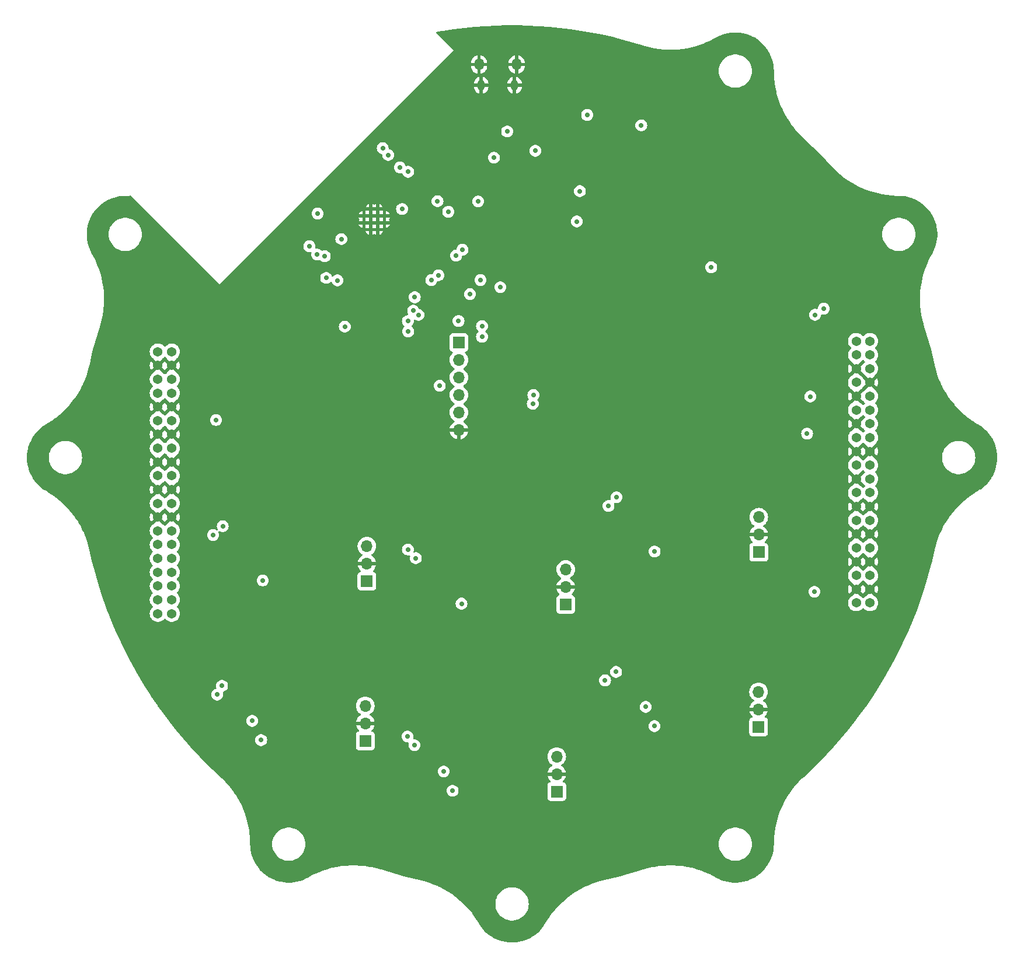
<source format=gbr>
%TF.GenerationSoftware,KiCad,Pcbnew,7.0.7*%
%TF.CreationDate,2024-02-25T10:58:23-08:00*%
%TF.ProjectId,Core-board 2,436f7265-2d62-46f6-9172-6420322e6b69,rev?*%
%TF.SameCoordinates,Original*%
%TF.FileFunction,Copper,L2,Inr*%
%TF.FilePolarity,Positive*%
%FSLAX46Y46*%
G04 Gerber Fmt 4.6, Leading zero omitted, Abs format (unit mm)*
G04 Created by KiCad (PCBNEW 7.0.7) date 2024-02-25 10:58:23*
%MOMM*%
%LPD*%
G01*
G04 APERTURE LIST*
%TA.AperFunction,ComponentPad*%
%ADD10R,1.700000X1.700000*%
%TD*%
%TA.AperFunction,ComponentPad*%
%ADD11O,1.700000X1.700000*%
%TD*%
%TA.AperFunction,HeatsinkPad*%
%ADD12C,0.600000*%
%TD*%
%TA.AperFunction,ComponentPad*%
%ADD13O,1.350000X1.700000*%
%TD*%
%TA.AperFunction,ComponentPad*%
%ADD14O,1.100000X1.500000*%
%TD*%
%TA.AperFunction,ComponentPad*%
%ADD15C,1.371600*%
%TD*%
%TA.AperFunction,ViaPad*%
%ADD16C,0.711200*%
%TD*%
G04 APERTURE END LIST*
D10*
%TO.N,/HX2_E+*%
%TO.C,J9*%
X137782500Y-110465000D03*
D11*
%TO.N,GND*%
X137782500Y-107925000D03*
%TO.N,/HX2_A+*%
X137782500Y-105385000D03*
%TD*%
D12*
%TO.N,GND*%
%TO.C,U10*%
X108535177Y-55094975D03*
X109525127Y-56084924D03*
X108535177Y-54105025D03*
X109525127Y-55094975D03*
X110515076Y-56084924D03*
X109525127Y-54105025D03*
X110515076Y-55094975D03*
X109525127Y-53115076D03*
X110515076Y-54105025D03*
X111505026Y-55094975D03*
X110515076Y-53115076D03*
X111505026Y-54105025D03*
%TD*%
D10*
%TO.N,/HX3_E+*%
%TO.C,J8*%
X165785000Y-102900000D03*
D11*
%TO.N,GND*%
X165785000Y-100360000D03*
%TO.N,/HX3_A+*%
X165785000Y-97820000D03*
%TD*%
D13*
%TO.N,GND*%
%TO.C,J3*%
X130680000Y-32120000D03*
D14*
X130370000Y-35120000D03*
X125530000Y-35120000D03*
D13*
X125220000Y-32120000D03*
%TD*%
D15*
%TO.N,+3.3V*%
%TO.C,J1*%
X78650000Y-73800000D03*
X80650000Y-73800000D03*
%TO.N,GND*%
X78650000Y-75800000D03*
X80650000Y-75800000D03*
%TO.N,+5V*%
X78650000Y-77800000D03*
X80650000Y-77800000D03*
X78650000Y-79800000D03*
X80650000Y-79800000D03*
%TO.N,GND*%
X78650000Y-81800000D03*
X80650000Y-81800000D03*
%TO.N,unconnected-(J1A-Pin_11-PadA11)*%
X78650000Y-83800000D03*
%TO.N,unconnected-(J1A-Pin_12-PadA12)*%
X80650000Y-83800000D03*
%TO.N,GND*%
X78650000Y-85800000D03*
X80650000Y-85800000D03*
%TO.N,unconnected-(J1A-Pin_15-PadA15)*%
X78650000Y-87800000D03*
%TO.N,unconnected-(J1A-Pin_16-PadA16)*%
X80650000Y-87800000D03*
%TO.N,GND*%
X78650000Y-89800000D03*
X80650000Y-89800000D03*
%TO.N,unconnected-(J1A-Pin_19-PadA19)*%
X78650000Y-91800000D03*
%TO.N,unconnected-(J1A-Pin_20-PadA20)*%
X80650000Y-91800000D03*
%TO.N,GND*%
X78650000Y-93800000D03*
X80650000Y-93800000D03*
%TO.N,unconnected-(J1A-Pin_23-PadA23)*%
X78650000Y-95800000D03*
%TO.N,unconnected-(J1A-Pin_24-PadA24)*%
X80650000Y-95800000D03*
%TO.N,GND*%
X78650000Y-97800000D03*
X80650000Y-97800000D03*
%TO.N,unconnected-(J1A-Pin_27-PadA27)*%
X78650000Y-99800000D03*
%TO.N,unconnected-(J1A-Pin_28-PadA28)*%
X80650000Y-99800000D03*
%TO.N,unconnected-(J1A-Pin_29-PadA29)*%
X78650000Y-101800000D03*
%TO.N,unconnected-(J1A-Pin_30-PadA30)*%
X80650000Y-101800000D03*
%TO.N,unconnected-(J1A-Pin_31-PadA31)*%
X78650000Y-103800000D03*
%TO.N,unconnected-(J1A-Pin_32-PadA32)*%
X80650000Y-103800000D03*
%TO.N,unconnected-(J1A-Pin_33-PadA33)*%
X78650000Y-105799900D03*
%TO.N,unconnected-(J1A-Pin_34-PadA34)*%
X80650000Y-105799900D03*
%TO.N,unconnected-(J1A-Pin_35-PadA35)*%
X78650000Y-107799900D03*
%TO.N,unconnected-(J1A-Pin_36-PadA36)*%
X80650000Y-107799900D03*
%TO.N,unconnected-(J1A-Pin_37-PadA37)*%
X78650000Y-109799900D03*
%TO.N,unconnected-(J1A-Pin_38-PadA38)*%
X80650000Y-109799900D03*
%TO.N,unconnected-(J1A-Pin_39-PadA39)*%
X78650000Y-111799900D03*
%TO.N,unconnected-(J1A-Pin_40-PadA40)*%
X80650000Y-111799900D03*
%TO.N,/I2C_SDA*%
X179920000Y-72263169D03*
%TO.N,/SPI_CLK*%
X181920000Y-72263169D03*
%TO.N,/I2C_SCL*%
X179920000Y-74263169D03*
%TO.N,/SPI_MISO*%
X181920000Y-74263169D03*
%TO.N,GND*%
X179920000Y-76263169D03*
%TO.N,/SPI_MOSI*%
X181920000Y-76263169D03*
%TO.N,/PYRO1EN*%
X179920000Y-78263169D03*
%TO.N,GND*%
X181920000Y-78263169D03*
X179920000Y-80263069D03*
%TO.N,/TC1_CS*%
X181920000Y-80263069D03*
%TO.N,/HX1_E+*%
X179920000Y-82263069D03*
%TO.N,/TC2_CS*%
X181920000Y-82263069D03*
%TO.N,GND*%
X179920000Y-84263069D03*
%TO.N,/TC3_CS*%
X181920000Y-84263069D03*
%TO.N,/HX1_A+*%
X179920000Y-86263069D03*
%TO.N,/TC4_CS*%
X181920000Y-86263069D03*
%TO.N,GND*%
X179920000Y-88263069D03*
X181920000Y-88263069D03*
%TO.N,/HX2_E+*%
X179920000Y-90263069D03*
%TO.N,/PYRO2EN*%
X181920000Y-90263069D03*
%TO.N,GND*%
X179920000Y-92263069D03*
%TO.N,/PYRO3EN*%
X181920000Y-92263069D03*
%TO.N,/HX2_A+*%
X179920000Y-94263069D03*
%TO.N,/PYRO4EN*%
X181920000Y-94263069D03*
%TO.N,GND*%
X179920000Y-96263069D03*
X181920000Y-96263069D03*
%TO.N,/HX3_E+*%
X179920000Y-98263069D03*
%TO.N,/HX5_E+*%
X181920000Y-98263069D03*
%TO.N,GND*%
X179920000Y-100263069D03*
X181920000Y-100263069D03*
%TO.N,/HX3_A+*%
X179920000Y-102263069D03*
%TO.N,/HX5_A+*%
X181920000Y-102263069D03*
%TO.N,GND*%
X179920000Y-104263069D03*
X181920000Y-104263069D03*
%TO.N,/HX4_E+*%
X179920000Y-106263069D03*
%TO.N,/HX6_E+*%
X181920000Y-106263069D03*
%TO.N,GND*%
X179920000Y-108263069D03*
X181920000Y-108263069D03*
%TO.N,/HX4_A+*%
X179920000Y-110263069D03*
%TO.N,/HX6_A+*%
X181920000Y-110263069D03*
%TD*%
D10*
%TO.N,/HX1_E+*%
%TO.C,J5*%
X108957500Y-107092000D03*
D11*
%TO.N,GND*%
X108957500Y-104552000D03*
%TO.N,/HX1_A+*%
X108957500Y-102012000D03*
%TD*%
D10*
%TO.N,/HX5_E+*%
%TO.C,J7*%
X136490000Y-137625000D03*
D11*
%TO.N,GND*%
X136490000Y-135085000D03*
%TO.N,/HX5_A+*%
X136490000Y-132545000D03*
%TD*%
D10*
%TO.N,/SPI_MOSI_BUF*%
%TO.C,J4*%
X122300000Y-72450000D03*
D11*
%TO.N,/SPI_MISO*%
X122300000Y-74990000D03*
%TO.N,/SPI_CLK_BUF*%
X122300000Y-77530000D03*
%TO.N,/SD_CS_BUF*%
X122300000Y-80070000D03*
%TO.N,+3.3V*%
X122300000Y-82610000D03*
%TO.N,GND*%
X122300000Y-85150000D03*
%TD*%
D10*
%TO.N,/HX6_E+*%
%TO.C,J2*%
X165765000Y-128240000D03*
D11*
%TO.N,GND*%
X165765000Y-125700000D03*
%TO.N,/HX6_A+*%
X165765000Y-123160000D03*
%TD*%
D10*
%TO.N,/HX4_E+*%
%TO.C,J6*%
X108725000Y-130265000D03*
D11*
%TO.N,GND*%
X108725000Y-127725000D03*
%TO.N,/HX4_A+*%
X108725000Y-125185000D03*
%TD*%
D16*
%TO.N,GND*%
X91212500Y-77457500D03*
X161640000Y-119065000D03*
X133100000Y-78815000D03*
X150410553Y-96190000D03*
X96187500Y-70625000D03*
X152190000Y-131425000D03*
X122915000Y-140810000D03*
X93350553Y-123555000D03*
X95150000Y-133450000D03*
X121115553Y-130915000D03*
X124207500Y-113650000D03*
X133657500Y-101290000D03*
X110452373Y-43250000D03*
X152210000Y-106085000D03*
X104832500Y-97917000D03*
X132365000Y-128450000D03*
X87375000Y-79145000D03*
X95382500Y-110277000D03*
X100900000Y-52750000D03*
X150390553Y-121530000D03*
X152000000Y-34550000D03*
X104600000Y-121090000D03*
X93583053Y-100382000D03*
X128350000Y-39700000D03*
X161660000Y-93725000D03*
X118400000Y-73700000D03*
X122408053Y-103755000D03*
X151950000Y-47500000D03*
%TO.N,/ESP32-S3-WROOM-1-Breakout/BOOT*%
X139850000Y-50500000D03*
X125100000Y-52000000D03*
%TO.N,/ESP32-S3-WROOM-1-Breakout/EN*%
X113750000Y-47050000D03*
X140900000Y-39450000D03*
%TO.N,/ESP32-S3-WROOM-1-Breakout/USB_D+*%
X127400000Y-45650000D03*
X120750000Y-53500000D03*
%TO.N,/ESP32-S3-WROOM-1-Breakout/USB_D-*%
X119200000Y-51950000D03*
X129300000Y-41850000D03*
%TO.N,+5V*%
X93857500Y-106987000D03*
X150665000Y-128135000D03*
X87075000Y-83705000D03*
X150685000Y-102795000D03*
X133400000Y-44650000D03*
X121390000Y-137520000D03*
X93625000Y-130160000D03*
X122682500Y-110360000D03*
%TO.N,+3.3V*%
X149380000Y-125340000D03*
X120105000Y-134725000D03*
X148750000Y-40950000D03*
X92340000Y-127365000D03*
X101800000Y-53750000D03*
%TO.N,/I2C_SDA*%
X122250000Y-69350000D03*
X114900000Y-69350000D03*
%TO.N,/SPI_CLK*%
X119350000Y-62700000D03*
X116422700Y-68450000D03*
%TO.N,/I2C_SCL*%
X173950000Y-68450000D03*
%TO.N,/SPI_MISO*%
X125650000Y-70086100D03*
X125650000Y-71650000D03*
X123889448Y-65450000D03*
%TO.N,/SPI_MOSI*%
X175200000Y-67550000D03*
X118300000Y-63400000D03*
X115674936Y-67840493D03*
%TO.N,/PYRO1EN*%
X158900000Y-61550000D03*
%TO.N,/TC1_CS*%
X111248424Y-44250000D03*
%TO.N,/TC2_CS*%
X112050000Y-45250000D03*
%TO.N,/TC3_CS*%
X114950000Y-47700000D03*
%TO.N,/HX1_A+*%
X173250000Y-80300000D03*
%TO.N,/TC4_CS*%
X139400000Y-54900000D03*
%TO.N,/PYRO2EN*%
X122827601Y-59000000D03*
X128300000Y-64450000D03*
%TO.N,/PYRO3EN*%
X125431550Y-63400000D03*
X121900000Y-59850000D03*
%TO.N,/HX2_A+*%
X172800000Y-85700000D03*
%TO.N,/HX4_A+*%
X173850000Y-108650000D03*
%TO.N,/SPI_CLK_BUF*%
X119521998Y-78736998D03*
X133100000Y-80065000D03*
%TO.N,/SD_CS_BUF*%
X133020000Y-81345000D03*
%TO.N,/SD_CS*%
X115900000Y-65900000D03*
X114050000Y-53100000D03*
%TO.N,/HX_CLK*%
X87950000Y-122285000D03*
X88050000Y-99112000D03*
X145150000Y-94920000D03*
X114900000Y-102500000D03*
X145100000Y-120260000D03*
X105750000Y-70150000D03*
X114950000Y-70850000D03*
X114850000Y-129645000D03*
%TO.N,/HX6_DT*%
X104700000Y-63450000D03*
X143500000Y-121500000D03*
%TO.N,/HX1_DT*%
X86650000Y-100400000D03*
X100600000Y-58500000D03*
%TO.N,/HX2_DT*%
X101750000Y-59700000D03*
X116050000Y-103755000D03*
%TO.N,/HX3_DT*%
X144000000Y-96200000D03*
X102850000Y-59950000D03*
%TO.N,/HX4_DT*%
X87250000Y-123555000D03*
X105250000Y-57450000D03*
%TO.N,/HX5_DT*%
X115850000Y-130915000D03*
X103050000Y-63100000D03*
%TD*%
%TA.AperFunction,Conductor*%
%TO.N,GND*%
G36*
X79217340Y-98015027D02*
G01*
X79228371Y-98024818D01*
X79648933Y-98445380D01*
X79651065Y-98445380D01*
X80069690Y-98026755D01*
X80131013Y-97993270D01*
X80200704Y-97998254D01*
X80254317Y-98037123D01*
X80335510Y-98138935D01*
X80335513Y-98138938D01*
X80407541Y-98188045D01*
X80451843Y-98242074D01*
X80459903Y-98311477D01*
X80429160Y-98374220D01*
X80425371Y-98378180D01*
X80000666Y-98802885D01*
X79978264Y-98820630D01*
X79932032Y-98849256D01*
X79932031Y-98849257D01*
X79769559Y-98997369D01*
X79748954Y-99024655D01*
X79692845Y-99066291D01*
X79623133Y-99070982D01*
X79561951Y-99037240D01*
X79551046Y-99024655D01*
X79530440Y-98997369D01*
X79367968Y-98849257D01*
X79367967Y-98849256D01*
X79321732Y-98820628D01*
X79299330Y-98802883D01*
X78877451Y-98381004D01*
X78843966Y-98319681D01*
X78848950Y-98249989D01*
X78890822Y-98194056D01*
X78908995Y-98183020D01*
X78910455Y-98182025D01*
X78910455Y-98182024D01*
X78910459Y-98182023D01*
X79011491Y-98088279D01*
X79033304Y-98050498D01*
X79083868Y-98002284D01*
X79152475Y-97989060D01*
X79217340Y-98015027D01*
G37*
%TD.AperFunction*%
%TA.AperFunction,Conductor*%
G36*
X79738048Y-96562758D02*
G01*
X79748948Y-96575337D01*
X79769558Y-96602629D01*
X79932032Y-96750743D01*
X79932037Y-96750746D01*
X79932040Y-96750748D01*
X79978264Y-96779369D01*
X80000668Y-96797115D01*
X80422548Y-97218995D01*
X80456033Y-97280318D01*
X80451049Y-97350010D01*
X80409177Y-97405943D01*
X80391002Y-97416980D01*
X80389544Y-97417974D01*
X80288509Y-97511721D01*
X80288504Y-97511727D01*
X80266695Y-97549501D01*
X80216128Y-97597716D01*
X80147520Y-97610938D01*
X80082656Y-97584970D01*
X80071628Y-97575181D01*
X79651065Y-97154618D01*
X79648932Y-97154618D01*
X79230308Y-97573243D01*
X79168985Y-97606728D01*
X79099294Y-97601744D01*
X79045680Y-97562875D01*
X78995785Y-97500309D01*
X78964487Y-97461063D01*
X78964486Y-97461062D01*
X78964485Y-97461061D01*
X78964484Y-97461060D01*
X78892456Y-97411952D01*
X78848154Y-97357923D01*
X78840096Y-97288520D01*
X78870838Y-97225777D01*
X78874627Y-97221818D01*
X79299331Y-96797114D01*
X79321726Y-96779374D01*
X79367968Y-96750743D01*
X79530442Y-96602629D01*
X79551046Y-96575343D01*
X79607153Y-96533709D01*
X79676865Y-96529016D01*
X79738048Y-96562758D01*
G37*
%TD.AperFunction*%
%TA.AperFunction,Conductor*%
G36*
X79217340Y-94015027D02*
G01*
X79228371Y-94024818D01*
X79648933Y-94445380D01*
X79651065Y-94445380D01*
X80069690Y-94026755D01*
X80131013Y-93993270D01*
X80200704Y-93998254D01*
X80254317Y-94037123D01*
X80335510Y-94138935D01*
X80335513Y-94138938D01*
X80407541Y-94188045D01*
X80451843Y-94242074D01*
X80459903Y-94311477D01*
X80429160Y-94374220D01*
X80425371Y-94378180D01*
X80000666Y-94802885D01*
X79978264Y-94820630D01*
X79932032Y-94849256D01*
X79932031Y-94849257D01*
X79769559Y-94997369D01*
X79748954Y-95024655D01*
X79692845Y-95066291D01*
X79623133Y-95070982D01*
X79561951Y-95037240D01*
X79551046Y-95024655D01*
X79530440Y-94997369D01*
X79367968Y-94849257D01*
X79367967Y-94849256D01*
X79321732Y-94820628D01*
X79299330Y-94802883D01*
X78877451Y-94381004D01*
X78843966Y-94319681D01*
X78848950Y-94249989D01*
X78890822Y-94194056D01*
X78908995Y-94183020D01*
X78910455Y-94182025D01*
X78910455Y-94182024D01*
X78910459Y-94182023D01*
X79011491Y-94088279D01*
X79033304Y-94050498D01*
X79083868Y-94002284D01*
X79152475Y-93989060D01*
X79217340Y-94015027D01*
G37*
%TD.AperFunction*%
%TA.AperFunction,Conductor*%
G36*
X79738048Y-92562758D02*
G01*
X79748948Y-92575337D01*
X79769558Y-92602629D01*
X79932032Y-92750743D01*
X79932037Y-92750746D01*
X79932040Y-92750748D01*
X79978264Y-92779369D01*
X80000668Y-92797115D01*
X80422548Y-93218995D01*
X80456033Y-93280318D01*
X80451049Y-93350010D01*
X80409177Y-93405943D01*
X80391002Y-93416980D01*
X80389544Y-93417974D01*
X80288509Y-93511721D01*
X80288504Y-93511727D01*
X80266695Y-93549501D01*
X80216128Y-93597716D01*
X80147520Y-93610938D01*
X80082656Y-93584970D01*
X80071628Y-93575181D01*
X79651065Y-93154618D01*
X79648932Y-93154618D01*
X79230308Y-93573243D01*
X79168985Y-93606728D01*
X79099294Y-93601744D01*
X79045680Y-93562875D01*
X78991870Y-93495400D01*
X78964487Y-93461063D01*
X78964486Y-93461062D01*
X78964485Y-93461061D01*
X78964484Y-93461060D01*
X78892456Y-93411952D01*
X78848154Y-93357923D01*
X78840096Y-93288520D01*
X78870838Y-93225777D01*
X78874627Y-93221818D01*
X79299331Y-92797114D01*
X79321726Y-92779374D01*
X79367968Y-92750743D01*
X79530442Y-92602629D01*
X79551046Y-92575343D01*
X79607153Y-92533709D01*
X79676865Y-92529016D01*
X79738048Y-92562758D01*
G37*
%TD.AperFunction*%
%TA.AperFunction,Conductor*%
G36*
X79217340Y-90015027D02*
G01*
X79228371Y-90024818D01*
X79648933Y-90445380D01*
X79651065Y-90445380D01*
X80069690Y-90026755D01*
X80131013Y-89993270D01*
X80200704Y-89998254D01*
X80254317Y-90037123D01*
X80335510Y-90138935D01*
X80335513Y-90138938D01*
X80407541Y-90188045D01*
X80451843Y-90242074D01*
X80459903Y-90311477D01*
X80429160Y-90374220D01*
X80425371Y-90378180D01*
X80000666Y-90802885D01*
X79978264Y-90820630D01*
X79932032Y-90849256D01*
X79932031Y-90849257D01*
X79769559Y-90997369D01*
X79748954Y-91024655D01*
X79692845Y-91066291D01*
X79623133Y-91070982D01*
X79561951Y-91037240D01*
X79551046Y-91024655D01*
X79530440Y-90997369D01*
X79367968Y-90849257D01*
X79367967Y-90849256D01*
X79321732Y-90820628D01*
X79299330Y-90802883D01*
X78877451Y-90381004D01*
X78843966Y-90319681D01*
X78848950Y-90249989D01*
X78890822Y-90194056D01*
X78908995Y-90183020D01*
X78910455Y-90182025D01*
X78910455Y-90182024D01*
X78910459Y-90182023D01*
X79011491Y-90088279D01*
X79033304Y-90050498D01*
X79083868Y-90002284D01*
X79152475Y-89989060D01*
X79217340Y-90015027D01*
G37*
%TD.AperFunction*%
%TA.AperFunction,Conductor*%
G36*
X79738048Y-88562758D02*
G01*
X79748948Y-88575337D01*
X79769558Y-88602629D01*
X79932032Y-88750743D01*
X79932037Y-88750746D01*
X79932040Y-88750748D01*
X79978264Y-88779369D01*
X80000668Y-88797115D01*
X80422548Y-89218995D01*
X80456033Y-89280318D01*
X80451049Y-89350010D01*
X80409177Y-89405943D01*
X80391002Y-89416980D01*
X80389544Y-89417974D01*
X80288509Y-89511721D01*
X80288504Y-89511727D01*
X80266695Y-89549501D01*
X80216128Y-89597716D01*
X80147520Y-89610938D01*
X80082656Y-89584970D01*
X80071628Y-89575181D01*
X79651065Y-89154618D01*
X79648932Y-89154618D01*
X79230308Y-89573243D01*
X79168985Y-89606728D01*
X79099294Y-89601744D01*
X79045680Y-89562875D01*
X78995785Y-89500309D01*
X78964487Y-89461063D01*
X78964486Y-89461062D01*
X78964485Y-89461061D01*
X78964484Y-89461060D01*
X78892456Y-89411952D01*
X78848154Y-89357923D01*
X78840096Y-89288520D01*
X78870838Y-89225777D01*
X78874627Y-89221818D01*
X79299331Y-88797114D01*
X79321726Y-88779374D01*
X79367968Y-88750743D01*
X79530442Y-88602629D01*
X79551046Y-88575343D01*
X79607153Y-88533709D01*
X79676865Y-88529016D01*
X79738048Y-88562758D01*
G37*
%TD.AperFunction*%
%TA.AperFunction,Conductor*%
G36*
X79217340Y-86015027D02*
G01*
X79228371Y-86024818D01*
X79648933Y-86445380D01*
X79651065Y-86445380D01*
X80069690Y-86026755D01*
X80131013Y-85993270D01*
X80200704Y-85998254D01*
X80254317Y-86037123D01*
X80335510Y-86138935D01*
X80335513Y-86138938D01*
X80407541Y-86188045D01*
X80451843Y-86242074D01*
X80459903Y-86311477D01*
X80429160Y-86374220D01*
X80425371Y-86378180D01*
X80000666Y-86802885D01*
X79978264Y-86820630D01*
X79932032Y-86849256D01*
X79932031Y-86849257D01*
X79769559Y-86997369D01*
X79748954Y-87024655D01*
X79692845Y-87066291D01*
X79623133Y-87070982D01*
X79561951Y-87037240D01*
X79551046Y-87024655D01*
X79530440Y-86997369D01*
X79367968Y-86849257D01*
X79367967Y-86849256D01*
X79321732Y-86820628D01*
X79299330Y-86802883D01*
X78877451Y-86381004D01*
X78843966Y-86319681D01*
X78848950Y-86249989D01*
X78890822Y-86194056D01*
X78908995Y-86183020D01*
X78910455Y-86182025D01*
X78910455Y-86182024D01*
X78910459Y-86182023D01*
X79011491Y-86088279D01*
X79033304Y-86050498D01*
X79083868Y-86002284D01*
X79152475Y-85989060D01*
X79217340Y-86015027D01*
G37*
%TD.AperFunction*%
%TA.AperFunction,Conductor*%
G36*
X79738048Y-84562758D02*
G01*
X79748948Y-84575337D01*
X79769558Y-84602629D01*
X79932032Y-84750743D01*
X79932037Y-84750746D01*
X79932040Y-84750748D01*
X79978264Y-84779369D01*
X80000668Y-84797115D01*
X80422548Y-85218995D01*
X80456033Y-85280318D01*
X80451049Y-85350010D01*
X80409177Y-85405943D01*
X80391002Y-85416980D01*
X80389544Y-85417974D01*
X80288509Y-85511721D01*
X80288504Y-85511727D01*
X80266695Y-85549501D01*
X80216128Y-85597716D01*
X80147520Y-85610938D01*
X80082656Y-85584970D01*
X80071628Y-85575181D01*
X79651065Y-85154618D01*
X79648932Y-85154618D01*
X79230308Y-85573243D01*
X79168985Y-85606728D01*
X79099294Y-85601744D01*
X79045680Y-85562875D01*
X78995785Y-85500309D01*
X78964487Y-85461063D01*
X78964486Y-85461062D01*
X78964485Y-85461061D01*
X78964484Y-85461060D01*
X78892456Y-85411952D01*
X78848154Y-85357923D01*
X78840096Y-85288520D01*
X78870838Y-85225777D01*
X78874627Y-85221818D01*
X79299331Y-84797114D01*
X79321726Y-84779374D01*
X79367968Y-84750743D01*
X79530442Y-84602629D01*
X79551046Y-84575343D01*
X79607153Y-84533709D01*
X79676865Y-84529016D01*
X79738048Y-84562758D01*
G37*
%TD.AperFunction*%
%TA.AperFunction,Conductor*%
G36*
X79217340Y-82015027D02*
G01*
X79228371Y-82024818D01*
X79648933Y-82445380D01*
X79651065Y-82445380D01*
X80069690Y-82026755D01*
X80131013Y-81993270D01*
X80200704Y-81998254D01*
X80254317Y-82037123D01*
X80335510Y-82138935D01*
X80335513Y-82138938D01*
X80407541Y-82188045D01*
X80451843Y-82242074D01*
X80459903Y-82311477D01*
X80429160Y-82374220D01*
X80425371Y-82378180D01*
X80000666Y-82802885D01*
X79978264Y-82820630D01*
X79932032Y-82849256D01*
X79932031Y-82849257D01*
X79769559Y-82997369D01*
X79748954Y-83024655D01*
X79692845Y-83066291D01*
X79623133Y-83070982D01*
X79561951Y-83037240D01*
X79551046Y-83024655D01*
X79530440Y-82997369D01*
X79367968Y-82849257D01*
X79367967Y-82849256D01*
X79321732Y-82820628D01*
X79299330Y-82802883D01*
X78877451Y-82381004D01*
X78843966Y-82319681D01*
X78848950Y-82249989D01*
X78890822Y-82194056D01*
X78908995Y-82183020D01*
X78910455Y-82182025D01*
X78910455Y-82182024D01*
X78910459Y-82182023D01*
X79011491Y-82088279D01*
X79033304Y-82050498D01*
X79083868Y-82002284D01*
X79152475Y-81989060D01*
X79217340Y-82015027D01*
G37*
%TD.AperFunction*%
%TA.AperFunction,Conductor*%
G36*
X79738048Y-80562758D02*
G01*
X79748948Y-80575337D01*
X79769558Y-80602629D01*
X79932032Y-80750743D01*
X79932037Y-80750746D01*
X79932040Y-80750748D01*
X79978264Y-80779369D01*
X80000668Y-80797115D01*
X80422548Y-81218995D01*
X80456033Y-81280318D01*
X80451049Y-81350010D01*
X80409177Y-81405943D01*
X80391002Y-81416980D01*
X80389544Y-81417974D01*
X80288509Y-81511721D01*
X80288504Y-81511727D01*
X80266695Y-81549501D01*
X80216128Y-81597716D01*
X80147520Y-81610938D01*
X80082656Y-81584970D01*
X80071628Y-81575181D01*
X79651065Y-81154618D01*
X79648932Y-81154618D01*
X79230308Y-81573243D01*
X79168985Y-81606728D01*
X79099294Y-81601744D01*
X79045680Y-81562875D01*
X78964485Y-81461061D01*
X78964484Y-81461060D01*
X78892456Y-81411952D01*
X78848154Y-81357923D01*
X78840096Y-81288520D01*
X78870838Y-81225777D01*
X78874627Y-81221818D01*
X79299331Y-80797114D01*
X79321726Y-80779374D01*
X79367968Y-80750743D01*
X79530442Y-80602629D01*
X79551046Y-80575343D01*
X79607153Y-80533709D01*
X79676865Y-80529016D01*
X79738048Y-80562758D01*
G37*
%TD.AperFunction*%
%TA.AperFunction,Conductor*%
G36*
X79217340Y-76015027D02*
G01*
X79228371Y-76024818D01*
X79648933Y-76445380D01*
X79651065Y-76445380D01*
X80069690Y-76026755D01*
X80131013Y-75993270D01*
X80200704Y-75998254D01*
X80254317Y-76037123D01*
X80335510Y-76138935D01*
X80335513Y-76138938D01*
X80407541Y-76188045D01*
X80451843Y-76242074D01*
X80459903Y-76311477D01*
X80429160Y-76374220D01*
X80425371Y-76378180D01*
X80000666Y-76802885D01*
X79978264Y-76820630D01*
X79932032Y-76849256D01*
X79932031Y-76849257D01*
X79769558Y-76997369D01*
X79769556Y-76997372D01*
X79748951Y-77024657D01*
X79692841Y-77066292D01*
X79623129Y-77070982D01*
X79561948Y-77037238D01*
X79551044Y-77024653D01*
X79530441Y-76997370D01*
X79530441Y-76997369D01*
X79367968Y-76849257D01*
X79367967Y-76849256D01*
X79321732Y-76820628D01*
X79299330Y-76802883D01*
X78877451Y-76381004D01*
X78843966Y-76319681D01*
X78848950Y-76249989D01*
X78890822Y-76194056D01*
X78908995Y-76183020D01*
X78910455Y-76182025D01*
X78910455Y-76182024D01*
X78910459Y-76182023D01*
X79011491Y-76088279D01*
X79033304Y-76050498D01*
X79083868Y-76002284D01*
X79152475Y-75989060D01*
X79217340Y-76015027D01*
G37*
%TD.AperFunction*%
%TA.AperFunction,Conductor*%
G36*
X79738048Y-74562758D02*
G01*
X79748948Y-74575337D01*
X79769558Y-74602629D01*
X79932032Y-74750743D01*
X79932037Y-74750746D01*
X79932040Y-74750748D01*
X79978264Y-74779369D01*
X80000668Y-74797115D01*
X80422548Y-75218995D01*
X80456033Y-75280318D01*
X80451049Y-75350010D01*
X80409177Y-75405943D01*
X80391002Y-75416980D01*
X80389544Y-75417974D01*
X80288509Y-75511721D01*
X80288504Y-75511727D01*
X80266695Y-75549501D01*
X80216128Y-75597716D01*
X80147520Y-75610938D01*
X80082656Y-75584970D01*
X80071628Y-75575181D01*
X79651065Y-75154618D01*
X79648932Y-75154618D01*
X79230308Y-75573243D01*
X79168985Y-75606728D01*
X79099294Y-75601744D01*
X79045680Y-75562875D01*
X78964485Y-75461061D01*
X78964484Y-75461060D01*
X78892456Y-75411952D01*
X78848154Y-75357923D01*
X78840096Y-75288520D01*
X78870838Y-75225777D01*
X78874627Y-75221818D01*
X79299331Y-74797114D01*
X79321726Y-74779374D01*
X79367968Y-74750743D01*
X79530442Y-74602629D01*
X79551046Y-74575343D01*
X79607153Y-74533709D01*
X79676865Y-74529016D01*
X79738048Y-74562758D01*
G37*
%TD.AperFunction*%
%TA.AperFunction,Conductor*%
G36*
X180487340Y-108478096D02*
G01*
X180498371Y-108487887D01*
X180918933Y-108908449D01*
X180921065Y-108908449D01*
X181339690Y-108489824D01*
X181401013Y-108456339D01*
X181470704Y-108461323D01*
X181524317Y-108500192D01*
X181605510Y-108602004D01*
X181605513Y-108602007D01*
X181668708Y-108645092D01*
X181675905Y-108649999D01*
X181677541Y-108651114D01*
X181721843Y-108705143D01*
X181729903Y-108774546D01*
X181699160Y-108837289D01*
X181695371Y-108841249D01*
X181270666Y-109265954D01*
X181248264Y-109283699D01*
X181202032Y-109312325D01*
X181202031Y-109312326D01*
X181039559Y-109460438D01*
X181018954Y-109487724D01*
X180962845Y-109529360D01*
X180893133Y-109534051D01*
X180831951Y-109500309D01*
X180821046Y-109487724D01*
X180800440Y-109460438D01*
X180637968Y-109312326D01*
X180637967Y-109312325D01*
X180591732Y-109283697D01*
X180569330Y-109265952D01*
X180147451Y-108844073D01*
X180113966Y-108782750D01*
X180118950Y-108713058D01*
X180160822Y-108657125D01*
X180178995Y-108646089D01*
X180180455Y-108645094D01*
X180180455Y-108645093D01*
X180180459Y-108645092D01*
X180281491Y-108551348D01*
X180303304Y-108513567D01*
X180353868Y-108465353D01*
X180422475Y-108452129D01*
X180487340Y-108478096D01*
G37*
%TD.AperFunction*%
%TA.AperFunction,Conductor*%
G36*
X181008048Y-107025827D02*
G01*
X181018948Y-107038406D01*
X181039558Y-107065698D01*
X181202032Y-107213812D01*
X181202037Y-107213815D01*
X181202040Y-107213817D01*
X181248264Y-107242438D01*
X181270668Y-107260184D01*
X181692548Y-107682064D01*
X181726033Y-107743387D01*
X181721049Y-107813079D01*
X181679177Y-107869012D01*
X181661002Y-107880049D01*
X181659544Y-107881043D01*
X181558509Y-107974790D01*
X181558504Y-107974796D01*
X181536695Y-108012570D01*
X181486128Y-108060785D01*
X181417520Y-108074007D01*
X181352656Y-108048039D01*
X181341628Y-108038250D01*
X180921065Y-107617687D01*
X180918932Y-107617687D01*
X180500308Y-108036312D01*
X180438985Y-108069797D01*
X180369294Y-108064813D01*
X180315680Y-108025944D01*
X180234485Y-107924130D01*
X180234484Y-107924129D01*
X180162456Y-107875021D01*
X180118154Y-107820992D01*
X180110096Y-107751589D01*
X180140838Y-107688846D01*
X180144627Y-107684887D01*
X180569331Y-107260183D01*
X180591726Y-107242443D01*
X180637968Y-107213812D01*
X180800442Y-107065698D01*
X180821046Y-107038412D01*
X180877153Y-106996778D01*
X180946865Y-106992085D01*
X181008048Y-107025827D01*
G37*
%TD.AperFunction*%
%TA.AperFunction,Conductor*%
G36*
X180487340Y-104478096D02*
G01*
X180498371Y-104487887D01*
X180918933Y-104908449D01*
X180921065Y-104908449D01*
X181339690Y-104489824D01*
X181401013Y-104456339D01*
X181470704Y-104461323D01*
X181524317Y-104500192D01*
X181605510Y-104602004D01*
X181605513Y-104602007D01*
X181677541Y-104651114D01*
X181721843Y-104705143D01*
X181729903Y-104774546D01*
X181699160Y-104837289D01*
X181695371Y-104841249D01*
X181270666Y-105265954D01*
X181248264Y-105283699D01*
X181202032Y-105312325D01*
X181202031Y-105312326D01*
X181039559Y-105460438D01*
X181018954Y-105487724D01*
X180962845Y-105529360D01*
X180893133Y-105534051D01*
X180831951Y-105500309D01*
X180821046Y-105487724D01*
X180800440Y-105460438D01*
X180637968Y-105312326D01*
X180637967Y-105312325D01*
X180591732Y-105283697D01*
X180569330Y-105265952D01*
X180147451Y-104844073D01*
X180113966Y-104782750D01*
X180118950Y-104713058D01*
X180160822Y-104657125D01*
X180178995Y-104646089D01*
X180180455Y-104645094D01*
X180180455Y-104645093D01*
X180180459Y-104645092D01*
X180281491Y-104551348D01*
X180303304Y-104513567D01*
X180353868Y-104465353D01*
X180422475Y-104452129D01*
X180487340Y-104478096D01*
G37*
%TD.AperFunction*%
%TA.AperFunction,Conductor*%
G36*
X181008048Y-103025827D02*
G01*
X181018948Y-103038406D01*
X181039558Y-103065698D01*
X181202032Y-103213812D01*
X181202037Y-103213815D01*
X181202040Y-103213817D01*
X181248264Y-103242438D01*
X181270668Y-103260184D01*
X181692548Y-103682064D01*
X181726033Y-103743387D01*
X181721049Y-103813079D01*
X181679177Y-103869012D01*
X181661002Y-103880049D01*
X181659544Y-103881043D01*
X181558509Y-103974790D01*
X181558504Y-103974796D01*
X181536695Y-104012570D01*
X181486128Y-104060785D01*
X181417520Y-104074007D01*
X181352656Y-104048039D01*
X181341628Y-104038250D01*
X180921065Y-103617687D01*
X180918932Y-103617687D01*
X180500308Y-104036312D01*
X180438985Y-104069797D01*
X180369294Y-104064813D01*
X180315680Y-104025944D01*
X180242338Y-103933977D01*
X180234487Y-103924132D01*
X180234486Y-103924131D01*
X180234485Y-103924130D01*
X180234484Y-103924129D01*
X180162456Y-103875021D01*
X180118154Y-103820992D01*
X180110096Y-103751589D01*
X180140838Y-103688846D01*
X180144627Y-103684887D01*
X180569331Y-103260183D01*
X180591726Y-103242443D01*
X180637968Y-103213812D01*
X180800442Y-103065698D01*
X180821046Y-103038412D01*
X180877153Y-102996778D01*
X180946865Y-102992085D01*
X181008048Y-103025827D01*
G37*
%TD.AperFunction*%
%TA.AperFunction,Conductor*%
G36*
X180487340Y-100478096D02*
G01*
X180498371Y-100487887D01*
X180918933Y-100908449D01*
X180921065Y-100908449D01*
X181339690Y-100489824D01*
X181401013Y-100456339D01*
X181470704Y-100461323D01*
X181524317Y-100500192D01*
X181605510Y-100602004D01*
X181605513Y-100602007D01*
X181677541Y-100651114D01*
X181721843Y-100705143D01*
X181729903Y-100774546D01*
X181699160Y-100837289D01*
X181695371Y-100841249D01*
X181270666Y-101265954D01*
X181248264Y-101283699D01*
X181202032Y-101312325D01*
X181202031Y-101312326D01*
X181039559Y-101460438D01*
X181018954Y-101487724D01*
X180962845Y-101529360D01*
X180893133Y-101534051D01*
X180831951Y-101500309D01*
X180821046Y-101487724D01*
X180800440Y-101460438D01*
X180637968Y-101312326D01*
X180637967Y-101312325D01*
X180591732Y-101283697D01*
X180569330Y-101265952D01*
X180147451Y-100844073D01*
X180113966Y-100782750D01*
X180118950Y-100713058D01*
X180160822Y-100657125D01*
X180178995Y-100646089D01*
X180180455Y-100645094D01*
X180180455Y-100645093D01*
X180180459Y-100645092D01*
X180281491Y-100551348D01*
X180303304Y-100513567D01*
X180353868Y-100465353D01*
X180422475Y-100452129D01*
X180487340Y-100478096D01*
G37*
%TD.AperFunction*%
%TA.AperFunction,Conductor*%
G36*
X181008048Y-99025827D02*
G01*
X181018948Y-99038406D01*
X181039558Y-99065698D01*
X181202032Y-99213812D01*
X181202037Y-99213815D01*
X181202040Y-99213817D01*
X181248264Y-99242438D01*
X181270668Y-99260184D01*
X181692548Y-99682064D01*
X181726033Y-99743387D01*
X181721049Y-99813079D01*
X181679177Y-99869012D01*
X181661002Y-99880049D01*
X181659544Y-99881043D01*
X181558509Y-99974790D01*
X181558504Y-99974796D01*
X181536695Y-100012570D01*
X181486128Y-100060785D01*
X181417520Y-100074007D01*
X181352656Y-100048039D01*
X181341628Y-100038250D01*
X180921065Y-99617687D01*
X180918932Y-99617687D01*
X180500308Y-100036312D01*
X180438985Y-100069797D01*
X180369294Y-100064813D01*
X180315680Y-100025944D01*
X180243192Y-99935048D01*
X180234487Y-99924132D01*
X180234486Y-99924131D01*
X180234485Y-99924130D01*
X180234484Y-99924129D01*
X180162456Y-99875021D01*
X180118154Y-99820992D01*
X180110096Y-99751589D01*
X180140838Y-99688846D01*
X180144627Y-99684887D01*
X180569331Y-99260183D01*
X180591726Y-99242443D01*
X180637968Y-99213812D01*
X180800442Y-99065698D01*
X180821046Y-99038412D01*
X180877153Y-98996778D01*
X180946865Y-98992085D01*
X181008048Y-99025827D01*
G37*
%TD.AperFunction*%
%TA.AperFunction,Conductor*%
G36*
X180487340Y-96478096D02*
G01*
X180498371Y-96487887D01*
X180918933Y-96908449D01*
X180921065Y-96908449D01*
X181339690Y-96489824D01*
X181401013Y-96456339D01*
X181470704Y-96461323D01*
X181524317Y-96500192D01*
X181605510Y-96602004D01*
X181605513Y-96602007D01*
X181677541Y-96651114D01*
X181721843Y-96705143D01*
X181729903Y-96774546D01*
X181699160Y-96837289D01*
X181695371Y-96841249D01*
X181270666Y-97265954D01*
X181248264Y-97283699D01*
X181202032Y-97312325D01*
X181202031Y-97312326D01*
X181039559Y-97460438D01*
X181018954Y-97487724D01*
X180962845Y-97529360D01*
X180893133Y-97534051D01*
X180831951Y-97500309D01*
X180821046Y-97487724D01*
X180800912Y-97461063D01*
X180800442Y-97460440D01*
X180752768Y-97416980D01*
X180637968Y-97312326D01*
X180637967Y-97312325D01*
X180591732Y-97283697D01*
X180569330Y-97265952D01*
X180147451Y-96844073D01*
X180113966Y-96782750D01*
X180118950Y-96713058D01*
X180160822Y-96657125D01*
X180178995Y-96646089D01*
X180180455Y-96645094D01*
X180180455Y-96645093D01*
X180180459Y-96645092D01*
X180281491Y-96551348D01*
X180303304Y-96513567D01*
X180353868Y-96465353D01*
X180422475Y-96452129D01*
X180487340Y-96478096D01*
G37*
%TD.AperFunction*%
%TA.AperFunction,Conductor*%
G36*
X181008048Y-95025827D02*
G01*
X181018948Y-95038406D01*
X181039558Y-95065698D01*
X181202032Y-95213812D01*
X181202037Y-95213815D01*
X181202040Y-95213817D01*
X181248264Y-95242438D01*
X181270668Y-95260184D01*
X181692548Y-95682064D01*
X181726033Y-95743387D01*
X181721049Y-95813079D01*
X181679177Y-95869012D01*
X181661002Y-95880049D01*
X181659544Y-95881043D01*
X181558509Y-95974790D01*
X181558504Y-95974796D01*
X181536695Y-96012570D01*
X181486128Y-96060785D01*
X181417520Y-96074007D01*
X181352656Y-96048039D01*
X181341628Y-96038250D01*
X180921065Y-95617687D01*
X180918932Y-95617687D01*
X180500308Y-96036312D01*
X180438985Y-96069797D01*
X180369294Y-96064813D01*
X180315680Y-96025944D01*
X180234485Y-95924130D01*
X180234484Y-95924129D01*
X180162456Y-95875021D01*
X180118154Y-95820992D01*
X180110096Y-95751589D01*
X180140838Y-95688846D01*
X180144627Y-95684887D01*
X180569331Y-95260183D01*
X180591726Y-95242443D01*
X180637968Y-95213812D01*
X180800442Y-95065698D01*
X180821046Y-95038412D01*
X180877153Y-94996778D01*
X180946865Y-94992085D01*
X181008048Y-95025827D01*
G37*
%TD.AperFunction*%
%TA.AperFunction,Conductor*%
G36*
X180487340Y-92478096D02*
G01*
X180498371Y-92487887D01*
X180923553Y-92913068D01*
X180929186Y-92919542D01*
X181039558Y-93065698D01*
X181039561Y-93065701D01*
X181039564Y-93065704D01*
X181155542Y-93171432D01*
X181191824Y-93231143D01*
X181190063Y-93300991D01*
X181155542Y-93354706D01*
X181039559Y-93460438D01*
X181018954Y-93487724D01*
X180962845Y-93529360D01*
X180893133Y-93534051D01*
X180831951Y-93500309D01*
X180821046Y-93487724D01*
X180819842Y-93486130D01*
X180800442Y-93460440D01*
X180752768Y-93416980D01*
X180637968Y-93312326D01*
X180637967Y-93312325D01*
X180591732Y-93283697D01*
X180569330Y-93265952D01*
X180147451Y-92844073D01*
X180113966Y-92782750D01*
X180118950Y-92713058D01*
X180160822Y-92657125D01*
X180178995Y-92646089D01*
X180180455Y-92645094D01*
X180180455Y-92645093D01*
X180180459Y-92645092D01*
X180281491Y-92551348D01*
X180303304Y-92513567D01*
X180353868Y-92465353D01*
X180422475Y-92452129D01*
X180487340Y-92478096D01*
G37*
%TD.AperFunction*%
%TA.AperFunction,Conductor*%
G36*
X181008048Y-91025827D02*
G01*
X181018948Y-91038406D01*
X181034609Y-91059144D01*
X181039560Y-91065701D01*
X181155542Y-91171432D01*
X181191824Y-91231143D01*
X181190063Y-91300991D01*
X181155542Y-91354706D01*
X181039559Y-91460437D01*
X180929193Y-91606586D01*
X180923550Y-91613071D01*
X180500308Y-92036312D01*
X180438985Y-92069797D01*
X180369293Y-92064813D01*
X180315680Y-92025944D01*
X180234485Y-91924130D01*
X180234484Y-91924129D01*
X180162456Y-91875021D01*
X180118154Y-91820992D01*
X180110096Y-91751589D01*
X180140838Y-91688846D01*
X180144627Y-91684887D01*
X180569331Y-91260183D01*
X180591726Y-91242443D01*
X180637968Y-91213812D01*
X180800442Y-91065698D01*
X180821046Y-91038412D01*
X180877153Y-90996778D01*
X180946865Y-90992085D01*
X181008048Y-91025827D01*
G37*
%TD.AperFunction*%
%TA.AperFunction,Conductor*%
G36*
X180487340Y-88478096D02*
G01*
X180498371Y-88487887D01*
X180918933Y-88908449D01*
X180921065Y-88908449D01*
X181339690Y-88489824D01*
X181401013Y-88456339D01*
X181470704Y-88461323D01*
X181524317Y-88500192D01*
X181605510Y-88602004D01*
X181605513Y-88602007D01*
X181677541Y-88651114D01*
X181721843Y-88705143D01*
X181729903Y-88774546D01*
X181699160Y-88837289D01*
X181695371Y-88841249D01*
X181270666Y-89265954D01*
X181248264Y-89283699D01*
X181202032Y-89312325D01*
X181202031Y-89312326D01*
X181039559Y-89460438D01*
X181018954Y-89487724D01*
X180962845Y-89529360D01*
X180893133Y-89534051D01*
X180831951Y-89500309D01*
X180821046Y-89487724D01*
X180803455Y-89464430D01*
X180800442Y-89460440D01*
X180752768Y-89416980D01*
X180637968Y-89312326D01*
X180637967Y-89312325D01*
X180591732Y-89283697D01*
X180569330Y-89265952D01*
X180147451Y-88844073D01*
X180113966Y-88782750D01*
X180118950Y-88713058D01*
X180160822Y-88657125D01*
X180178995Y-88646089D01*
X180180455Y-88645094D01*
X180180455Y-88645093D01*
X180180459Y-88645092D01*
X180281491Y-88551348D01*
X180303304Y-88513567D01*
X180353868Y-88465353D01*
X180422475Y-88452129D01*
X180487340Y-88478096D01*
G37*
%TD.AperFunction*%
%TA.AperFunction,Conductor*%
G36*
X181008048Y-87025827D02*
G01*
X181018948Y-87038406D01*
X181039558Y-87065698D01*
X181202032Y-87213812D01*
X181202037Y-87213815D01*
X181202040Y-87213817D01*
X181248264Y-87242438D01*
X181270668Y-87260184D01*
X181692548Y-87682064D01*
X181726033Y-87743387D01*
X181721049Y-87813079D01*
X181679177Y-87869012D01*
X181661002Y-87880049D01*
X181659544Y-87881043D01*
X181558509Y-87974790D01*
X181558504Y-87974796D01*
X181536695Y-88012570D01*
X181486128Y-88060785D01*
X181417520Y-88074007D01*
X181352656Y-88048039D01*
X181341628Y-88038250D01*
X180921065Y-87617687D01*
X180918932Y-87617687D01*
X180500308Y-88036312D01*
X180438985Y-88069797D01*
X180369294Y-88064813D01*
X180315680Y-88025944D01*
X180234485Y-87924130D01*
X180234484Y-87924129D01*
X180162456Y-87875021D01*
X180118154Y-87820992D01*
X180110096Y-87751589D01*
X180140838Y-87688846D01*
X180144627Y-87684887D01*
X180569331Y-87260183D01*
X180591726Y-87242443D01*
X180637968Y-87213812D01*
X180800442Y-87065698D01*
X180821046Y-87038412D01*
X180877153Y-86996778D01*
X180946865Y-86992085D01*
X181008048Y-87025827D01*
G37*
%TD.AperFunction*%
%TA.AperFunction,Conductor*%
G36*
X180487340Y-84478096D02*
G01*
X180498371Y-84487887D01*
X180923553Y-84913068D01*
X180929186Y-84919542D01*
X181039558Y-85065698D01*
X181039561Y-85065701D01*
X181039564Y-85065704D01*
X181155542Y-85171432D01*
X181191824Y-85231143D01*
X181190063Y-85300991D01*
X181155542Y-85354706D01*
X181039559Y-85460438D01*
X181018954Y-85487724D01*
X180962845Y-85529360D01*
X180893133Y-85534051D01*
X180831951Y-85500309D01*
X180821046Y-85487724D01*
X180800912Y-85461063D01*
X180800442Y-85460440D01*
X180791961Y-85452709D01*
X180637968Y-85312326D01*
X180637967Y-85312325D01*
X180591732Y-85283697D01*
X180569330Y-85265952D01*
X180147451Y-84844073D01*
X180113966Y-84782750D01*
X180118950Y-84713058D01*
X180160822Y-84657125D01*
X180178995Y-84646089D01*
X180180455Y-84645094D01*
X180180455Y-84645093D01*
X180180459Y-84645092D01*
X180281491Y-84551348D01*
X180303304Y-84513567D01*
X180353868Y-84465353D01*
X180422475Y-84452129D01*
X180487340Y-84478096D01*
G37*
%TD.AperFunction*%
%TA.AperFunction,Conductor*%
G36*
X181008048Y-83025827D02*
G01*
X181018948Y-83038406D01*
X181034609Y-83059144D01*
X181039560Y-83065701D01*
X181155542Y-83171432D01*
X181191824Y-83231143D01*
X181190063Y-83300991D01*
X181155542Y-83354706D01*
X181039559Y-83460437D01*
X180929193Y-83606586D01*
X180923550Y-83613071D01*
X180500308Y-84036312D01*
X180438985Y-84069797D01*
X180369293Y-84064813D01*
X180315680Y-84025944D01*
X180234485Y-83924130D01*
X180234484Y-83924129D01*
X180162456Y-83875021D01*
X180118154Y-83820992D01*
X180110096Y-83751589D01*
X180140838Y-83688846D01*
X180144627Y-83684887D01*
X180569331Y-83260183D01*
X180591726Y-83242443D01*
X180637968Y-83213812D01*
X180800442Y-83065698D01*
X180821046Y-83038412D01*
X180877153Y-82996778D01*
X180946865Y-82992085D01*
X181008048Y-83025827D01*
G37*
%TD.AperFunction*%
%TA.AperFunction,Conductor*%
G36*
X180487340Y-80478096D02*
G01*
X180498371Y-80487887D01*
X180923553Y-80913068D01*
X180929186Y-80919542D01*
X181039558Y-81065698D01*
X181039561Y-81065701D01*
X181039564Y-81065704D01*
X181155542Y-81171432D01*
X181191824Y-81231143D01*
X181190063Y-81300991D01*
X181155542Y-81354706D01*
X181039558Y-81460438D01*
X181039556Y-81460441D01*
X181018951Y-81487726D01*
X180962841Y-81529361D01*
X180893129Y-81534051D01*
X180831948Y-81500307D01*
X180821044Y-81487722D01*
X180800441Y-81460439D01*
X180800441Y-81460438D01*
X180637968Y-81312326D01*
X180637967Y-81312325D01*
X180591732Y-81283697D01*
X180569330Y-81265952D01*
X180147451Y-80844073D01*
X180113966Y-80782750D01*
X180118950Y-80713058D01*
X180160822Y-80657125D01*
X180178995Y-80646089D01*
X180180455Y-80645094D01*
X180180455Y-80645093D01*
X180180459Y-80645092D01*
X180281491Y-80551348D01*
X180303304Y-80513567D01*
X180353868Y-80465353D01*
X180422475Y-80452129D01*
X180487340Y-80478096D01*
G37*
%TD.AperFunction*%
%TA.AperFunction,Conductor*%
G36*
X181470705Y-78461423D02*
G01*
X181524317Y-78500292D01*
X181605510Y-78602104D01*
X181605513Y-78602107D01*
X181677541Y-78651214D01*
X181721843Y-78705243D01*
X181729903Y-78774646D01*
X181699160Y-78837389D01*
X181695371Y-78841349D01*
X181270926Y-79265793D01*
X181248524Y-79283538D01*
X181202032Y-79312325D01*
X181202031Y-79312326D01*
X181039559Y-79460438D01*
X180929193Y-79606586D01*
X180923550Y-79613071D01*
X180500308Y-80036312D01*
X180438985Y-80069797D01*
X180369293Y-80064813D01*
X180315680Y-80025944D01*
X180234485Y-79924130D01*
X180234484Y-79924129D01*
X180162456Y-79875021D01*
X180118154Y-79820992D01*
X180110096Y-79751589D01*
X180140838Y-79688846D01*
X180144627Y-79684887D01*
X180569069Y-79260446D01*
X180591468Y-79242703D01*
X180637968Y-79213912D01*
X180683046Y-79172818D01*
X180800440Y-79065800D01*
X180800442Y-79065798D01*
X180910817Y-78919637D01*
X180916449Y-78913164D01*
X181339690Y-78489924D01*
X181401013Y-78456439D01*
X181470705Y-78461423D01*
G37*
%TD.AperFunction*%
%TA.AperFunction,Conductor*%
G36*
X180487340Y-76478196D02*
G01*
X180498371Y-76487987D01*
X180923553Y-76913168D01*
X180929186Y-76919642D01*
X181039558Y-77065798D01*
X181202032Y-77213912D01*
X181202037Y-77213915D01*
X181202040Y-77213917D01*
X181248264Y-77242538D01*
X181270668Y-77260284D01*
X181692548Y-77682164D01*
X181726033Y-77743487D01*
X181721049Y-77813179D01*
X181679177Y-77869112D01*
X181661002Y-77880149D01*
X181659544Y-77881143D01*
X181558509Y-77974890D01*
X181558504Y-77974896D01*
X181536695Y-78012670D01*
X181486128Y-78060885D01*
X181417520Y-78074107D01*
X181352656Y-78048139D01*
X181341628Y-78038350D01*
X180916445Y-77613168D01*
X180910809Y-77606690D01*
X180800442Y-77460540D01*
X180800440Y-77460537D01*
X180637968Y-77312426D01*
X180637967Y-77312425D01*
X180591732Y-77283797D01*
X180569330Y-77266052D01*
X180147451Y-76844173D01*
X180113966Y-76782850D01*
X180118950Y-76713158D01*
X180160822Y-76657225D01*
X180178995Y-76646189D01*
X180180455Y-76645194D01*
X180180455Y-76645193D01*
X180180459Y-76645192D01*
X180281491Y-76551448D01*
X180303304Y-76513667D01*
X180353868Y-76465453D01*
X180422475Y-76452229D01*
X180487340Y-76478196D01*
G37*
%TD.AperFunction*%
%TA.AperFunction,Conductor*%
G36*
X181008048Y-75025927D02*
G01*
X181018948Y-75038506D01*
X181034609Y-75059244D01*
X181039560Y-75065801D01*
X181155542Y-75171532D01*
X181191824Y-75231243D01*
X181190063Y-75301091D01*
X181155542Y-75354806D01*
X181039559Y-75460537D01*
X180929193Y-75606686D01*
X180923550Y-75613171D01*
X180500308Y-76036412D01*
X180438985Y-76069897D01*
X180369293Y-76064913D01*
X180315680Y-76026044D01*
X180234485Y-75924230D01*
X180234484Y-75924229D01*
X180162456Y-75875121D01*
X180118154Y-75821092D01*
X180110096Y-75751689D01*
X180140838Y-75688946D01*
X180144627Y-75684987D01*
X180569331Y-75260283D01*
X180591726Y-75242543D01*
X180637968Y-75213912D01*
X180800442Y-75065798D01*
X180821046Y-75038512D01*
X180877153Y-74996878D01*
X180946865Y-74992185D01*
X181008048Y-75025927D01*
G37*
%TD.AperFunction*%
%TA.AperFunction,Conductor*%
G36*
X132323388Y-26459620D02*
G01*
X133866046Y-26535630D01*
X135406367Y-26649589D01*
X136943416Y-26801427D01*
X138476262Y-26991051D01*
X140003976Y-27218347D01*
X141525632Y-27483178D01*
X143040309Y-27785382D01*
X144547089Y-28124777D01*
X146045058Y-28501156D01*
X147533310Y-28914293D01*
X149010021Y-29363655D01*
X149010937Y-29363946D01*
X149010937Y-29363947D01*
X149337467Y-29467723D01*
X150000418Y-29641109D01*
X150388833Y-29721425D01*
X150671478Y-29779872D01*
X151348808Y-29883631D01*
X151348818Y-29883632D01*
X152030636Y-29952117D01*
X152715089Y-29985140D01*
X152715094Y-29985139D01*
X152715095Y-29985140D01*
X152715096Y-29985140D01*
X153400340Y-29982611D01*
X154084525Y-29944538D01*
X154765820Y-29871023D01*
X155442381Y-29762265D01*
X155442382Y-29762265D01*
X156112396Y-29618554D01*
X156112397Y-29618554D01*
X156774038Y-29440284D01*
X156774039Y-29440284D01*
X157425565Y-29227922D01*
X157808709Y-29080641D01*
X158065178Y-28982055D01*
X158691183Y-28703335D01*
X159301885Y-28392517D01*
X159598761Y-28221472D01*
X159598762Y-28221471D01*
X159598762Y-28221472D01*
X159995412Y-28013738D01*
X159999891Y-28011619D01*
X160405392Y-27839237D01*
X160409646Y-27837428D01*
X160414308Y-27835665D01*
X160836742Y-27694983D01*
X160841511Y-27693605D01*
X161273915Y-27587331D01*
X161278754Y-27586347D01*
X161718310Y-27515181D01*
X161723206Y-27514589D01*
X162167060Y-27478993D01*
X162172023Y-27478796D01*
X162617281Y-27478998D01*
X162622221Y-27479200D01*
X163058460Y-27514586D01*
X163066017Y-27515199D01*
X163070968Y-27515801D01*
X163510427Y-27587361D01*
X163515298Y-27588358D01*
X163947570Y-27695015D01*
X163952363Y-27696405D01*
X164218729Y-27785382D01*
X164374660Y-27837469D01*
X164379308Y-27839232D01*
X164788809Y-28013754D01*
X164788905Y-28013795D01*
X164793413Y-28015934D01*
X164888258Y-28065717D01*
X165187639Y-28222856D01*
X165191953Y-28225346D01*
X165568283Y-28463302D01*
X165572382Y-28466132D01*
X165928341Y-28733558D01*
X165932207Y-28736713D01*
X166265534Y-29031908D01*
X166269120Y-29035351D01*
X166436539Y-29209565D01*
X166577626Y-29356379D01*
X166580936Y-29360114D01*
X166740551Y-29555477D01*
X166862640Y-29704911D01*
X166865628Y-29708886D01*
X167118692Y-30075204D01*
X167121355Y-30079412D01*
X167344159Y-30464910D01*
X167346481Y-30469328D01*
X167537552Y-30871449D01*
X167539511Y-30876039D01*
X167697649Y-31292257D01*
X167699232Y-31296990D01*
X167823387Y-31724544D01*
X167824585Y-31729389D01*
X167913969Y-32165564D01*
X167914774Y-32170489D01*
X167968800Y-32612429D01*
X167969206Y-32617403D01*
X167987554Y-33062873D01*
X167987556Y-33064748D01*
X167987555Y-33064748D01*
X167987865Y-33407372D01*
X167987865Y-33407380D01*
X168024042Y-34091668D01*
X168095667Y-34773145D01*
X168095667Y-34773146D01*
X168202553Y-35450026D01*
X168240846Y-35631002D01*
X168344404Y-36120425D01*
X168390860Y-36294766D01*
X168520842Y-36782568D01*
X168731391Y-37434663D01*
X168731391Y-37434662D01*
X168975486Y-38074965D01*
X169252475Y-38701754D01*
X169374935Y-38944025D01*
X169561593Y-39313303D01*
X169902025Y-39908005D01*
X169932895Y-39955975D01*
X170272849Y-40484248D01*
X170356046Y-40599876D01*
X170673067Y-41040476D01*
X170673069Y-41040479D01*
X170773185Y-41165402D01*
X171101601Y-41575194D01*
X171101610Y-41575204D01*
X171101609Y-41575203D01*
X171557292Y-42086959D01*
X171557293Y-42086959D01*
X171557296Y-42086962D01*
X172038927Y-42574402D01*
X172258868Y-42775018D01*
X172292064Y-42805298D01*
X173136111Y-43589521D01*
X173635628Y-44071022D01*
X173965616Y-44389109D01*
X174780300Y-45203793D01*
X175579888Y-46033298D01*
X176363049Y-46876203D01*
X176594995Y-47130492D01*
X176594995Y-47130493D01*
X177082425Y-47612119D01*
X177082425Y-47612118D01*
X177082432Y-47612125D01*
X177430127Y-47921726D01*
X177594201Y-48067824D01*
X178128905Y-48496350D01*
X178128906Y-48496350D01*
X178128913Y-48496355D01*
X178128918Y-48496359D01*
X178211945Y-48556099D01*
X178685146Y-48896579D01*
X179261398Y-49267410D01*
X179436557Y-49367678D01*
X179856093Y-49607838D01*
X180146268Y-49754511D01*
X180467643Y-49916955D01*
X180467651Y-49916958D01*
X180467656Y-49916961D01*
X180898312Y-50107274D01*
X181094434Y-50193944D01*
X181734733Y-50438036D01*
X182386835Y-50648585D01*
X183048974Y-50825020D01*
X183048973Y-50825019D01*
X183048980Y-50825021D01*
X183719388Y-50966870D01*
X184396251Y-51073749D01*
X184396257Y-51073749D01*
X184396266Y-51073751D01*
X185077744Y-51145371D01*
X185762053Y-51181544D01*
X185762052Y-51181544D01*
X186015754Y-51181771D01*
X186024372Y-51181779D01*
X186024380Y-51181780D01*
X186038784Y-51181792D01*
X186038785Y-51181793D01*
X186102564Y-51181849D01*
X186103138Y-51181850D01*
X186103179Y-51181850D01*
X186104666Y-51181852D01*
X186104677Y-51181852D01*
X186104752Y-51181855D01*
X186105723Y-51182141D01*
X186107225Y-51181957D01*
X186149244Y-51183686D01*
X186552054Y-51200264D01*
X186556975Y-51200666D01*
X186998942Y-51254683D01*
X187003850Y-51255484D01*
X187419386Y-51340627D01*
X187440021Y-51344856D01*
X187444866Y-51346053D01*
X187872454Y-51470208D01*
X187877167Y-51471784D01*
X188293383Y-51629911D01*
X188297965Y-51631866D01*
X188700120Y-51822945D01*
X188704522Y-51825259D01*
X189090016Y-52048053D01*
X189094231Y-52050721D01*
X189279892Y-52178977D01*
X189460545Y-52303773D01*
X189464534Y-52306773D01*
X189809332Y-52588471D01*
X189813066Y-52591782D01*
X189867301Y-52643900D01*
X190134084Y-52900273D01*
X190137534Y-52903866D01*
X190432722Y-53237181D01*
X190435878Y-53241047D01*
X190703312Y-53597017D01*
X190706146Y-53601124D01*
X190944089Y-53977429D01*
X190946584Y-53981751D01*
X191028057Y-54136973D01*
X191153510Y-54375986D01*
X191155644Y-54380484D01*
X191330199Y-54790069D01*
X191331969Y-54794735D01*
X191473031Y-55217028D01*
X191474420Y-55221822D01*
X191519856Y-55405975D01*
X191581075Y-55654102D01*
X191582072Y-55658979D01*
X191653624Y-56098415D01*
X191654227Y-56103369D01*
X191690218Y-56547139D01*
X191690421Y-56552125D01*
X191690616Y-56997356D01*
X191690417Y-57002343D01*
X191654817Y-57446140D01*
X191654219Y-57451095D01*
X191583051Y-57890607D01*
X191582055Y-57895497D01*
X191475782Y-58327861D01*
X191474397Y-58332655D01*
X191333712Y-58755062D01*
X191331946Y-58759729D01*
X191157750Y-59169466D01*
X191155614Y-59173977D01*
X190947073Y-59572140D01*
X190776890Y-59867523D01*
X190643826Y-60128974D01*
X190466074Y-60478228D01*
X190249948Y-60963650D01*
X190187360Y-61104227D01*
X190187357Y-61104233D01*
X190084805Y-61371022D01*
X189941490Y-61743852D01*
X189872828Y-61954511D01*
X189729135Y-62395367D01*
X189729134Y-62395371D01*
X189729132Y-62395378D01*
X189550864Y-63057014D01*
X189407155Y-63727028D01*
X189298398Y-64403588D01*
X189298398Y-64403589D01*
X189224884Y-65084885D01*
X189224884Y-65084884D01*
X189189486Y-65721026D01*
X189186812Y-65769075D01*
X189184283Y-66454319D01*
X189217306Y-67138771D01*
X189274132Y-67704511D01*
X189285792Y-67820598D01*
X189389551Y-68497928D01*
X189433464Y-68710290D01*
X189528313Y-69168987D01*
X189676601Y-69735975D01*
X189701698Y-69831937D01*
X189785517Y-70095671D01*
X189805436Y-70158350D01*
X190144327Y-71259648D01*
X190308141Y-71828977D01*
X190462908Y-72366864D01*
X190761103Y-73479743D01*
X191038815Y-74597909D01*
X191295905Y-75720801D01*
X191295946Y-75720985D01*
X191295946Y-75720986D01*
X191295946Y-75720987D01*
X191302455Y-75750668D01*
X191310883Y-75789101D01*
X191310956Y-75789353D01*
X191366855Y-76044253D01*
X191369355Y-76055653D01*
X191448707Y-76344855D01*
X191550671Y-76716471D01*
X191766023Y-77366994D01*
X191766023Y-77366995D01*
X191766025Y-77366999D01*
X191766027Y-77367005D01*
X192014838Y-78005486D01*
X192116502Y-78231023D01*
X192260937Y-78551448D01*
X192296436Y-78630200D01*
X192610062Y-79239465D01*
X192751568Y-79482487D01*
X192954871Y-79831639D01*
X193264722Y-80305413D01*
X193329937Y-80405130D01*
X193540633Y-80693448D01*
X193734243Y-80958384D01*
X193734243Y-80958385D01*
X194143225Y-81461061D01*
X194166715Y-81489933D01*
X194626175Y-81998324D01*
X195111382Y-82482191D01*
X195111381Y-82482191D01*
X195247681Y-82604688D01*
X195621050Y-82940246D01*
X196153787Y-83371240D01*
X196153795Y-83371246D01*
X196153799Y-83371249D01*
X196366255Y-83525606D01*
X196708166Y-83774018D01*
X196939090Y-83924132D01*
X197227921Y-84111890D01*
X197282692Y-84147494D01*
X197425954Y-84230379D01*
X197509864Y-84278926D01*
X197522223Y-84286076D01*
X197522224Y-84286077D01*
X197579258Y-84319075D01*
X197957470Y-84558710D01*
X197961558Y-84561536D01*
X198317293Y-84829307D01*
X198321130Y-84832444D01*
X198598016Y-85078111D01*
X198654174Y-85127937D01*
X198657771Y-85131397D01*
X198965980Y-85452709D01*
X198969287Y-85456446D01*
X199115622Y-85635892D01*
X199250670Y-85801499D01*
X199253652Y-85805472D01*
X199320816Y-85902886D01*
X199506376Y-86172022D01*
X199509041Y-86176241D01*
X199731485Y-86561935D01*
X199733803Y-86566355D01*
X199924508Y-86968659D01*
X199926463Y-86973251D01*
X200084210Y-87389595D01*
X200085789Y-87394330D01*
X200209554Y-87822016D01*
X200210747Y-87826859D01*
X200259282Y-88064813D01*
X200299727Y-88263101D01*
X200300525Y-88268020D01*
X200334898Y-88551347D01*
X200354145Y-88710004D01*
X200354546Y-88714978D01*
X200372459Y-89159854D01*
X200372459Y-89164844D01*
X200354546Y-89609710D01*
X200354145Y-89614684D01*
X200300526Y-90056681D01*
X200299726Y-90061604D01*
X200213983Y-90481982D01*
X200210750Y-90497833D01*
X200209556Y-90502679D01*
X200085788Y-90930372D01*
X200084209Y-90935106D01*
X199926465Y-91351442D01*
X199924510Y-91356034D01*
X199733801Y-91758348D01*
X199731483Y-91762768D01*
X199509041Y-92148458D01*
X199506376Y-92152677D01*
X199253662Y-92519214D01*
X199250666Y-92523206D01*
X198969288Y-92868252D01*
X198965981Y-92871989D01*
X198657771Y-93193301D01*
X198654175Y-93196761D01*
X198321140Y-93492246D01*
X198317280Y-93495402D01*
X197961560Y-93763160D01*
X197957467Y-93765990D01*
X197861451Y-93826827D01*
X197579278Y-94005611D01*
X197524813Y-94037123D01*
X197523432Y-94037922D01*
X197282691Y-94177206D01*
X196708166Y-94550683D01*
X196708159Y-94550688D01*
X196708158Y-94550688D01*
X196435807Y-94748563D01*
X196153789Y-94953461D01*
X195621052Y-95384456D01*
X195289911Y-95682064D01*
X195122113Y-95832870D01*
X195111391Y-95842506D01*
X194626177Y-96326378D01*
X194213731Y-96782750D01*
X194166713Y-96834775D01*
X193734245Y-97366317D01*
X193540763Y-97631079D01*
X193329939Y-97919571D01*
X193329938Y-97919572D01*
X192968456Y-98472290D01*
X192954872Y-98493060D01*
X192610060Y-99085233D01*
X192610057Y-99085239D01*
X192610056Y-99085239D01*
X192296431Y-99694498D01*
X192014831Y-100319211D01*
X191766018Y-100957689D01*
X191550661Y-101608216D01*
X191431046Y-102044153D01*
X191369339Y-102269042D01*
X191308239Y-102547652D01*
X191308238Y-102547657D01*
X191295951Y-102603683D01*
X190956026Y-104067320D01*
X190946532Y-104108200D01*
X190560193Y-105603631D01*
X190137163Y-107089101D01*
X189677697Y-108563708D01*
X189182075Y-110026559D01*
X188650597Y-111476767D01*
X188083584Y-112913454D01*
X187481381Y-114335750D01*
X186844352Y-115742792D01*
X186546421Y-116359951D01*
X186172883Y-117133728D01*
X185467381Y-118507716D01*
X184728273Y-119863921D01*
X183956008Y-121201524D01*
X183151053Y-122519713D01*
X182313896Y-123817689D01*
X181445045Y-125094666D01*
X180545025Y-126349871D01*
X179614383Y-127582542D01*
X178653681Y-128791933D01*
X177663503Y-129977311D01*
X176644448Y-131137958D01*
X175597134Y-132273170D01*
X174522195Y-133382260D01*
X173420282Y-134464555D01*
X172294175Y-135517425D01*
X172052186Y-135738151D01*
X172038902Y-135750269D01*
X171557270Y-136237710D01*
X171557267Y-136237713D01*
X171557266Y-136237713D01*
X171397219Y-136417455D01*
X171101574Y-136749479D01*
X171101572Y-136749481D01*
X170889562Y-137014025D01*
X170764661Y-137169875D01*
X170673032Y-137284208D01*
X170272821Y-137840429D01*
X169901997Y-138416673D01*
X169561575Y-139011362D01*
X169561574Y-139011362D01*
X169252443Y-139622944D01*
X169252442Y-139622945D01*
X168975465Y-140249714D01*
X168975463Y-140249719D01*
X168731371Y-140890020D01*
X168520823Y-141542122D01*
X168344388Y-142204268D01*
X168202539Y-142874676D01*
X168095660Y-143551539D01*
X168095658Y-143551554D01*
X168024037Y-144233032D01*
X167987864Y-144917342D01*
X167987864Y-144917341D01*
X167987562Y-145254824D01*
X167987556Y-145259964D01*
X167969135Y-145707297D01*
X167968730Y-145712271D01*
X167914707Y-146154211D01*
X167913903Y-146159136D01*
X167824523Y-146595308D01*
X167823325Y-146600153D01*
X167699173Y-147027707D01*
X167697590Y-147032439D01*
X167539461Y-147448645D01*
X167537502Y-147453235D01*
X167346424Y-147855377D01*
X167344103Y-147859795D01*
X167121312Y-148245272D01*
X167118643Y-148249489D01*
X166865587Y-148615803D01*
X166862587Y-148619792D01*
X166580894Y-148964579D01*
X166577584Y-148968314D01*
X166269086Y-149289337D01*
X166265486Y-149292793D01*
X165932178Y-149587974D01*
X165928312Y-149591130D01*
X165572343Y-149858565D01*
X165568235Y-149861399D01*
X165191936Y-150099338D01*
X165187614Y-150101833D01*
X164793376Y-150308763D01*
X164788867Y-150310903D01*
X164379305Y-150485452D01*
X164374639Y-150487222D01*
X163952329Y-150628292D01*
X163947536Y-150629682D01*
X163515289Y-150736334D01*
X163510399Y-150737334D01*
X163070952Y-150808893D01*
X163065998Y-150809496D01*
X162622230Y-150845494D01*
X162617244Y-150845697D01*
X162172014Y-150845899D01*
X162167028Y-150845701D01*
X161978934Y-150830616D01*
X161723220Y-150810108D01*
X161718275Y-150809510D01*
X161592688Y-150789177D01*
X161278775Y-150738354D01*
X161273884Y-150737359D01*
X160841506Y-150631092D01*
X160836711Y-150629707D01*
X160414314Y-150489036D01*
X160409647Y-150487270D01*
X159999889Y-150313079D01*
X159995391Y-150310950D01*
X159695831Y-150154064D01*
X159598759Y-150103225D01*
X159579300Y-150092014D01*
X159541668Y-150070333D01*
X159541667Y-150070332D01*
X159538295Y-150068390D01*
X159538244Y-150068365D01*
X159444806Y-150014531D01*
X159301882Y-149932186D01*
X158921767Y-149738728D01*
X158691178Y-149621370D01*
X158200331Y-149402829D01*
X158065179Y-149342655D01*
X158065178Y-149342655D01*
X158065174Y-149342653D01*
X157808701Y-149244065D01*
X157425561Y-149096787D01*
X157213939Y-149027811D01*
X156774040Y-148884430D01*
X156672190Y-148856988D01*
X156112394Y-148706159D01*
X155442379Y-148562449D01*
X154765820Y-148453692D01*
X154765819Y-148453692D01*
X154084524Y-148380178D01*
X153400340Y-148342105D01*
X152715098Y-148339576D01*
X152715097Y-148339576D01*
X152715090Y-148339576D01*
X152030638Y-148372598D01*
X151363908Y-148439567D01*
X151348811Y-148441084D01*
X150671481Y-148544842D01*
X150345936Y-148612158D01*
X150000422Y-148683604D01*
X149337472Y-148856988D01*
X149337471Y-148856988D01*
X149069960Y-148942006D01*
X149069951Y-148942009D01*
X149033448Y-148953610D01*
X149010941Y-148960763D01*
X147943223Y-149289321D01*
X147909761Y-149299618D01*
X146802545Y-149618198D01*
X145689667Y-149916394D01*
X144571500Y-150194105D01*
X143448869Y-150451136D01*
X143380303Y-150466173D01*
X143379870Y-150466297D01*
X143113763Y-150524653D01*
X142452941Y-150705969D01*
X141802418Y-150921321D01*
X141802417Y-150921321D01*
X141676009Y-150970581D01*
X141163926Y-151170135D01*
X140919811Y-151280172D01*
X140539213Y-151451731D01*
X140539214Y-151451731D01*
X140539212Y-151451732D01*
X139929947Y-151765358D01*
X139703345Y-151897303D01*
X139337773Y-152110166D01*
X138764292Y-152485225D01*
X138764286Y-152485229D01*
X138764282Y-152485232D01*
X138579833Y-152620022D01*
X138211027Y-152889537D01*
X137679485Y-153322002D01*
X137338393Y-153630264D01*
X137171087Y-153781467D01*
X136687220Y-154266674D01*
X136687220Y-154266673D01*
X136687214Y-154266680D01*
X136229164Y-154776341D01*
X135798171Y-155309076D01*
X135395397Y-155863447D01*
X135395397Y-155863448D01*
X135021916Y-156437978D01*
X135021916Y-156437979D01*
X134850329Y-156734553D01*
X134610708Y-157112745D01*
X134607869Y-157116850D01*
X134340111Y-157472570D01*
X134336951Y-157476434D01*
X134041471Y-157809463D01*
X134038011Y-157813060D01*
X133716699Y-158121269D01*
X133712961Y-158124576D01*
X133367916Y-158405953D01*
X133363924Y-158408949D01*
X132997386Y-158661664D01*
X132993167Y-158664329D01*
X132607478Y-158886771D01*
X132603058Y-158889089D01*
X132200744Y-159079798D01*
X132196152Y-159081753D01*
X131779816Y-159239497D01*
X131775082Y-159241076D01*
X131347389Y-159364844D01*
X131342543Y-159366038D01*
X130906307Y-159455015D01*
X130901384Y-159455814D01*
X130701599Y-159480051D01*
X130459405Y-159509433D01*
X130454431Y-159509834D01*
X130009555Y-159527747D01*
X130004565Y-159527747D01*
X129559688Y-159509834D01*
X129554714Y-159509433D01*
X129487054Y-159501224D01*
X129112731Y-159455813D01*
X129107814Y-159455015D01*
X128671569Y-159366036D01*
X128666730Y-159364844D01*
X128239037Y-159241076D01*
X128234303Y-159239497D01*
X127817967Y-159081753D01*
X127813375Y-159079798D01*
X127411061Y-158889089D01*
X127406641Y-158886771D01*
X127020952Y-158664329D01*
X127016733Y-158661664D01*
X126650195Y-158408949D01*
X126646203Y-158405953D01*
X126301158Y-158124576D01*
X126297420Y-158121269D01*
X125976108Y-157813060D01*
X125972648Y-157809463D01*
X125677155Y-157476419D01*
X125674018Y-157472582D01*
X125406247Y-157116847D01*
X125403421Y-157112759D01*
X125163973Y-156734841D01*
X125163799Y-156734539D01*
X124992219Y-156437972D01*
X124618742Y-155863446D01*
X124245022Y-155349062D01*
X124215973Y-155309079D01*
X124215970Y-155309075D01*
X124215964Y-155309067D01*
X123784969Y-154776329D01*
X123436315Y-154388389D01*
X123326922Y-154266670D01*
X123326923Y-154266671D01*
X123224059Y-154163522D01*
X122993531Y-153932354D01*
X127596804Y-153932354D01*
X127615808Y-154234423D01*
X127615809Y-154234430D01*
X127672528Y-154531759D01*
X127737232Y-154730897D01*
X127766061Y-154819623D01*
X127894937Y-155093499D01*
X127894939Y-155093502D01*
X127894940Y-155093504D01*
X128057118Y-155349057D01*
X128057121Y-155349061D01*
X128057122Y-155349062D01*
X128250059Y-155582283D01*
X128345921Y-155672303D01*
X128470703Y-155789481D01*
X128470713Y-155789489D01*
X128715568Y-155967387D01*
X128715573Y-155967389D01*
X128715580Y-155967395D01*
X128980823Y-156113214D01*
X128980828Y-156113216D01*
X128980830Y-156113217D01*
X128980831Y-156113218D01*
X129262246Y-156224638D01*
X129262249Y-156224639D01*
X129555419Y-156299912D01*
X129555423Y-156299913D01*
X129618420Y-156307871D01*
X129855707Y-156337848D01*
X129855716Y-156337848D01*
X129855719Y-156337849D01*
X129855721Y-156337849D01*
X130158399Y-156337849D01*
X130158401Y-156337849D01*
X130158404Y-156337848D01*
X130158412Y-156337848D01*
X130337599Y-156315211D01*
X130458697Y-156299913D01*
X130751870Y-156224639D01*
X130751873Y-156224638D01*
X131033288Y-156113218D01*
X131033289Y-156113217D01*
X131033287Y-156113217D01*
X131033297Y-156113214D01*
X131298540Y-155967395D01*
X131543415Y-155789483D01*
X131764061Y-155582283D01*
X131956998Y-155349062D01*
X132119183Y-155093499D01*
X132248059Y-154819623D01*
X132341593Y-154531755D01*
X132398310Y-154234434D01*
X132417316Y-153932349D01*
X132407822Y-153781452D01*
X132398311Y-153630274D01*
X132398310Y-153630267D01*
X132398310Y-153630264D01*
X132341593Y-153332943D01*
X132248059Y-153045075D01*
X132119183Y-152771199D01*
X132071481Y-152696034D01*
X131957001Y-152515640D01*
X131942849Y-152498533D01*
X131764061Y-152282415D01*
X131543415Y-152075215D01*
X131543412Y-152075213D01*
X131543406Y-152075208D01*
X131298551Y-151897310D01*
X131298544Y-151897305D01*
X131298540Y-151897303D01*
X131033297Y-151751484D01*
X131033294Y-151751482D01*
X131033289Y-151751480D01*
X131033288Y-151751479D01*
X130751873Y-151640059D01*
X130751870Y-151640058D01*
X130458700Y-151564785D01*
X130458687Y-151564783D01*
X130158412Y-151526849D01*
X130158401Y-151526849D01*
X129855719Y-151526849D01*
X129855707Y-151526849D01*
X129555432Y-151564783D01*
X129555419Y-151564785D01*
X129262249Y-151640058D01*
X129262246Y-151640059D01*
X128980831Y-151751479D01*
X128980830Y-151751480D01*
X128715580Y-151897303D01*
X128715568Y-151897310D01*
X128470713Y-152075208D01*
X128470703Y-152075216D01*
X128250061Y-152282413D01*
X128057118Y-152515640D01*
X127894940Y-152771193D01*
X127894937Y-152771197D01*
X127894937Y-152771199D01*
X127839249Y-152889542D01*
X127766060Y-153045077D01*
X127672528Y-153332938D01*
X127615809Y-153630267D01*
X127615808Y-153630274D01*
X127596804Y-153932343D01*
X127596804Y-153932354D01*
X122993531Y-153932354D01*
X122843046Y-153781452D01*
X122505405Y-153476309D01*
X122334659Y-153321997D01*
X122334654Y-153321993D01*
X121803111Y-152889525D01*
X121803105Y-152889520D01*
X121803104Y-152889520D01*
X121249849Y-152485213D01*
X121249848Y-152485212D01*
X120676358Y-152110146D01*
X120232072Y-151851449D01*
X120084184Y-151765337D01*
X119474918Y-151451710D01*
X119424594Y-151429026D01*
X119146386Y-151303620D01*
X118850204Y-151170112D01*
X118211722Y-150921300D01*
X118211717Y-150921298D01*
X118211711Y-150921296D01*
X117561187Y-150705943D01*
X117270809Y-150626269D01*
X116900369Y-150524627D01*
X116594153Y-150457475D01*
X116565726Y-150451240D01*
X115442620Y-150194102D01*
X114324454Y-149916391D01*
X113211575Y-149618195D01*
X112104359Y-149299616D01*
X111002907Y-148960676D01*
X110936579Y-148939597D01*
X110936513Y-148939580D01*
X110676648Y-148856991D01*
X110013699Y-148683604D01*
X109668179Y-148612156D01*
X109342640Y-148544840D01*
X108665310Y-148441080D01*
X108650167Y-148439558D01*
X107983482Y-148372593D01*
X107299030Y-148339570D01*
X107299023Y-148339570D01*
X106613779Y-148342097D01*
X105929594Y-148380169D01*
X105929595Y-148380169D01*
X105248301Y-148453683D01*
X104571740Y-148562441D01*
X104571739Y-148562441D01*
X103901724Y-148706150D01*
X103341897Y-148856988D01*
X103240077Y-148884422D01*
X102800178Y-149027803D01*
X102588556Y-149096780D01*
X102205415Y-149244058D01*
X101948943Y-149342646D01*
X101813772Y-149402829D01*
X101322948Y-149621360D01*
X101322949Y-149621360D01*
X101322938Y-149621365D01*
X100970102Y-149800940D01*
X100712243Y-149932178D01*
X100712236Y-149932181D01*
X100712236Y-149932182D01*
X100460544Y-150077193D01*
X100448133Y-150084343D01*
X100415365Y-150103222D01*
X100018738Y-150310941D01*
X100014228Y-150313077D01*
X99604490Y-150487256D01*
X99599822Y-150489022D01*
X99177395Y-150629701D01*
X99172601Y-150631086D01*
X98740240Y-150737346D01*
X98735350Y-150738341D01*
X98295847Y-150809497D01*
X98290898Y-150810095D01*
X98023052Y-150831575D01*
X97847096Y-150845686D01*
X97842109Y-150845884D01*
X97396880Y-150845680D01*
X97391893Y-150845477D01*
X96948125Y-150809478D01*
X96943171Y-150808875D01*
X96503725Y-150737315D01*
X96498836Y-150736315D01*
X96225564Y-150668888D01*
X96066585Y-150629661D01*
X96061797Y-150628273D01*
X95639488Y-150487203D01*
X95634822Y-150485433D01*
X95589921Y-150466297D01*
X95225248Y-150310879D01*
X95220741Y-150308740D01*
X94826523Y-150101820D01*
X94822201Y-150099324D01*
X94445893Y-149861380D01*
X94441786Y-149858546D01*
X94085818Y-149591113D01*
X94081951Y-149587957D01*
X93962785Y-149482423D01*
X93748633Y-149292769D01*
X93745043Y-149289321D01*
X93636736Y-149176617D01*
X93436535Y-148968288D01*
X93433235Y-148964564D01*
X93430058Y-148960676D01*
X93345345Y-148856988D01*
X93151547Y-148619783D01*
X93148548Y-148615795D01*
X92895482Y-148249472D01*
X92892813Y-148245255D01*
X92670025Y-147859783D01*
X92667703Y-147855365D01*
X92476626Y-147453229D01*
X92474668Y-147448639D01*
X92332250Y-147073795D01*
X92316533Y-147032427D01*
X92314951Y-147027697D01*
X92190794Y-146600131D01*
X92189599Y-146595298D01*
X92155851Y-146430614D01*
X92100217Y-146159126D01*
X92099414Y-146154207D01*
X92045388Y-145712265D01*
X92044982Y-145707291D01*
X92038788Y-145556895D01*
X92026591Y-145260753D01*
X92026591Y-145259950D01*
X92026593Y-145259950D01*
X92026588Y-145254819D01*
X95211804Y-145254819D01*
X95230808Y-145556888D01*
X95230809Y-145556895D01*
X95287528Y-145854224D01*
X95373064Y-146117476D01*
X95381061Y-146142088D01*
X95509937Y-146415964D01*
X95509939Y-146415967D01*
X95509940Y-146415969D01*
X95672118Y-146671522D01*
X95672121Y-146671526D01*
X95672122Y-146671527D01*
X95865059Y-146904748D01*
X96085703Y-147111946D01*
X96085713Y-147111954D01*
X96330568Y-147289852D01*
X96330573Y-147289854D01*
X96330580Y-147289860D01*
X96595823Y-147435679D01*
X96595828Y-147435681D01*
X96595830Y-147435682D01*
X96595831Y-147435683D01*
X96877246Y-147547103D01*
X96877249Y-147547104D01*
X97170419Y-147622377D01*
X97170423Y-147622378D01*
X97233420Y-147630336D01*
X97470707Y-147660313D01*
X97470716Y-147660313D01*
X97470719Y-147660314D01*
X97470721Y-147660314D01*
X97773399Y-147660314D01*
X97773401Y-147660314D01*
X97773404Y-147660313D01*
X97773412Y-147660313D01*
X97952599Y-147637676D01*
X98073697Y-147622378D01*
X98366870Y-147547104D01*
X98366873Y-147547103D01*
X98648288Y-147435683D01*
X98648289Y-147435682D01*
X98648287Y-147435682D01*
X98648297Y-147435679D01*
X98913540Y-147289860D01*
X99158415Y-147111948D01*
X99379061Y-146904748D01*
X99571998Y-146671527D01*
X99734183Y-146415964D01*
X99863059Y-146142088D01*
X99956593Y-145854220D01*
X100013310Y-145556899D01*
X100013311Y-145556888D01*
X100032316Y-145254819D01*
X159981804Y-145254819D01*
X160000808Y-145556888D01*
X160000809Y-145556895D01*
X160057528Y-145854224D01*
X160143064Y-146117476D01*
X160151061Y-146142088D01*
X160279937Y-146415964D01*
X160279939Y-146415967D01*
X160279940Y-146415969D01*
X160442118Y-146671522D01*
X160442121Y-146671526D01*
X160442122Y-146671527D01*
X160635059Y-146904748D01*
X160855703Y-147111946D01*
X160855713Y-147111954D01*
X161100568Y-147289852D01*
X161100573Y-147289854D01*
X161100580Y-147289860D01*
X161365823Y-147435679D01*
X161365828Y-147435681D01*
X161365830Y-147435682D01*
X161365831Y-147435683D01*
X161647246Y-147547103D01*
X161647249Y-147547104D01*
X161940419Y-147622377D01*
X161940423Y-147622378D01*
X162003420Y-147630336D01*
X162240707Y-147660313D01*
X162240716Y-147660313D01*
X162240719Y-147660314D01*
X162240721Y-147660314D01*
X162543399Y-147660314D01*
X162543401Y-147660314D01*
X162543404Y-147660313D01*
X162543412Y-147660313D01*
X162722599Y-147637676D01*
X162843697Y-147622378D01*
X163136870Y-147547104D01*
X163136873Y-147547103D01*
X163418288Y-147435683D01*
X163418289Y-147435682D01*
X163418287Y-147435682D01*
X163418297Y-147435679D01*
X163683540Y-147289860D01*
X163928415Y-147111948D01*
X164149061Y-146904748D01*
X164341998Y-146671527D01*
X164504183Y-146415964D01*
X164633059Y-146142088D01*
X164726593Y-145854220D01*
X164783310Y-145556899D01*
X164783311Y-145556888D01*
X164802316Y-145254819D01*
X164802316Y-145254808D01*
X164783311Y-144952739D01*
X164783310Y-144952732D01*
X164783310Y-144952729D01*
X164726593Y-144655408D01*
X164633059Y-144367540D01*
X164504183Y-144093664D01*
X164442782Y-143996912D01*
X164342001Y-143838105D01*
X164341998Y-143838101D01*
X164149061Y-143604880D01*
X163928415Y-143397680D01*
X163928412Y-143397678D01*
X163928406Y-143397673D01*
X163683551Y-143219775D01*
X163683544Y-143219770D01*
X163683540Y-143219768D01*
X163418297Y-143073949D01*
X163418294Y-143073947D01*
X163418289Y-143073945D01*
X163418288Y-143073944D01*
X163136873Y-142962524D01*
X163136870Y-142962523D01*
X162843700Y-142887250D01*
X162843687Y-142887248D01*
X162543412Y-142849314D01*
X162543401Y-142849314D01*
X162240719Y-142849314D01*
X162240707Y-142849314D01*
X161940432Y-142887248D01*
X161940419Y-142887250D01*
X161647249Y-142962523D01*
X161647246Y-142962524D01*
X161365831Y-143073944D01*
X161365830Y-143073945D01*
X161100580Y-143219768D01*
X161100568Y-143219775D01*
X160855713Y-143397673D01*
X160855703Y-143397681D01*
X160635061Y-143604878D01*
X160442118Y-143838105D01*
X160279940Y-144093658D01*
X160151060Y-144367542D01*
X160057528Y-144655403D01*
X160000809Y-144952732D01*
X160000808Y-144952739D01*
X159981804Y-145254808D01*
X159981804Y-145254819D01*
X100032316Y-145254819D01*
X100032316Y-145254808D01*
X100013311Y-144952739D01*
X100013310Y-144952732D01*
X100013310Y-144952729D01*
X99956593Y-144655408D01*
X99863059Y-144367540D01*
X99734183Y-144093664D01*
X99672782Y-143996912D01*
X99572001Y-143838105D01*
X99571998Y-143838101D01*
X99379061Y-143604880D01*
X99158415Y-143397680D01*
X99158412Y-143397678D01*
X99158406Y-143397673D01*
X98913551Y-143219775D01*
X98913544Y-143219770D01*
X98913540Y-143219768D01*
X98648297Y-143073949D01*
X98648294Y-143073947D01*
X98648289Y-143073945D01*
X98648288Y-143073944D01*
X98366873Y-142962524D01*
X98366870Y-142962523D01*
X98073700Y-142887250D01*
X98073687Y-142887248D01*
X97773412Y-142849314D01*
X97773401Y-142849314D01*
X97470719Y-142849314D01*
X97470707Y-142849314D01*
X97170432Y-142887248D01*
X97170419Y-142887250D01*
X96877249Y-142962523D01*
X96877246Y-142962524D01*
X96595831Y-143073944D01*
X96595830Y-143073945D01*
X96330580Y-143219768D01*
X96330568Y-143219775D01*
X96085713Y-143397673D01*
X96085703Y-143397681D01*
X95865061Y-143604878D01*
X95672118Y-143838105D01*
X95509940Y-144093658D01*
X95381060Y-144367542D01*
X95287528Y-144655403D01*
X95230809Y-144952732D01*
X95230808Y-144952739D01*
X95211804Y-145254808D01*
X95211804Y-145254819D01*
X92026588Y-145254819D01*
X92026283Y-144917326D01*
X92026283Y-144917318D01*
X91990106Y-144233028D01*
X91918480Y-143551551D01*
X91918480Y-143551552D01*
X91918479Y-143551551D01*
X91866088Y-143219768D01*
X91811594Y-142874675D01*
X91669741Y-142204269D01*
X91493301Y-141542124D01*
X91294510Y-140926448D01*
X91282751Y-140890029D01*
X91282751Y-140890030D01*
X91282749Y-140890024D01*
X91038653Y-140249725D01*
X90761669Y-139622950D01*
X90761665Y-139622942D01*
X90452548Y-139011395D01*
X90112114Y-138416694D01*
X90112100Y-138416673D01*
X90014808Y-138265486D01*
X89741282Y-137840444D01*
X89510714Y-137520000D01*
X120529184Y-137520000D01*
X120547995Y-137698975D01*
X120547996Y-137698977D01*
X120593956Y-137840430D01*
X120603605Y-137870125D01*
X120693585Y-138025975D01*
X120814002Y-138159711D01*
X120959592Y-138265489D01*
X121123993Y-138338685D01*
X121123996Y-138338685D01*
X121123997Y-138338686D01*
X121152128Y-138344665D01*
X121300020Y-138376100D01*
X121479980Y-138376100D01*
X121656007Y-138338685D01*
X121820408Y-138265489D01*
X121965998Y-138159711D01*
X122086415Y-138025975D01*
X122176395Y-137870125D01*
X122232005Y-137698974D01*
X122250816Y-137520000D01*
X122232005Y-137341026D01*
X122176395Y-137169875D01*
X122086415Y-137014025D01*
X121965998Y-136880289D01*
X121820408Y-136774511D01*
X121656007Y-136701315D01*
X121656006Y-136701314D01*
X121656002Y-136701313D01*
X121479980Y-136663900D01*
X121300020Y-136663900D01*
X121123997Y-136701313D01*
X120959588Y-136774513D01*
X120814000Y-136880290D01*
X120693584Y-137014026D01*
X120603604Y-137169876D01*
X120547996Y-137341022D01*
X120547995Y-137341024D01*
X120529184Y-137520000D01*
X89510714Y-137520000D01*
X89381938Y-137341026D01*
X89341062Y-137284216D01*
X89341056Y-137284208D01*
X89341053Y-137284204D01*
X88912526Y-136749500D01*
X88540057Y-136331204D01*
X88456826Y-136237732D01*
X88456819Y-136237725D01*
X88456820Y-136237725D01*
X87975194Y-135750295D01*
X87975165Y-135750269D01*
X87953926Y-135730895D01*
X87722101Y-135519441D01*
X86872398Y-134724999D01*
X119244184Y-134724999D01*
X119262995Y-134903975D01*
X119262996Y-134903977D01*
X119298455Y-135013111D01*
X119318605Y-135075125D01*
X119408585Y-135230975D01*
X119529002Y-135364711D01*
X119674592Y-135470489D01*
X119838993Y-135543685D01*
X119838996Y-135543685D01*
X119838997Y-135543686D01*
X119867128Y-135549665D01*
X120015020Y-135581100D01*
X120194980Y-135581100D01*
X120371007Y-135543685D01*
X120535408Y-135470489D01*
X120680998Y-135364711D01*
X120801415Y-135230975D01*
X120891395Y-135075125D01*
X120947005Y-134903974D01*
X120965816Y-134725000D01*
X120947005Y-134546026D01*
X120891395Y-134374875D01*
X120801415Y-134219025D01*
X120680998Y-134085289D01*
X120535408Y-133979511D01*
X120371007Y-133906315D01*
X120371006Y-133906314D01*
X120371002Y-133906313D01*
X120194980Y-133868900D01*
X120015020Y-133868900D01*
X119838997Y-133906313D01*
X119674588Y-133979513D01*
X119529000Y-134085290D01*
X119408584Y-134219026D01*
X119318604Y-134374876D01*
X119262996Y-134546022D01*
X119262995Y-134546024D01*
X119244184Y-134724999D01*
X86872398Y-134724999D01*
X86593838Y-134464555D01*
X85491925Y-133382260D01*
X84680446Y-132545000D01*
X135134341Y-132545000D01*
X135154936Y-132780403D01*
X135154938Y-132780413D01*
X135216094Y-133008655D01*
X135216096Y-133008659D01*
X135216097Y-133008663D01*
X135315965Y-133222829D01*
X135315965Y-133222830D01*
X135315967Y-133222834D01*
X135451501Y-133416395D01*
X135451506Y-133416402D01*
X135618597Y-133583493D01*
X135618603Y-133583498D01*
X135804594Y-133713730D01*
X135848219Y-133768307D01*
X135855413Y-133837805D01*
X135823890Y-133900160D01*
X135804595Y-133916880D01*
X135618922Y-134046890D01*
X135618920Y-134046891D01*
X135451891Y-134213920D01*
X135451886Y-134213926D01*
X135316400Y-134407420D01*
X135316399Y-134407422D01*
X135216570Y-134621507D01*
X135216567Y-134621513D01*
X135159364Y-134834999D01*
X135159364Y-134835000D01*
X135876653Y-134835000D01*
X135943692Y-134854685D01*
X135989447Y-134907489D01*
X135999391Y-134976647D01*
X135995631Y-134993933D01*
X135990000Y-135013111D01*
X135990000Y-135156888D01*
X135995631Y-135176067D01*
X135995630Y-135245936D01*
X135957855Y-135304714D01*
X135894299Y-135333738D01*
X135876653Y-135335000D01*
X135159364Y-135335000D01*
X135216567Y-135548486D01*
X135216570Y-135548492D01*
X135316399Y-135762578D01*
X135451894Y-135956082D01*
X135573946Y-136078134D01*
X135607431Y-136139457D01*
X135602447Y-136209149D01*
X135560575Y-136265082D01*
X135529598Y-136281997D01*
X135397671Y-136331202D01*
X135397664Y-136331206D01*
X135282455Y-136417452D01*
X135282452Y-136417455D01*
X135196206Y-136532664D01*
X135196202Y-136532671D01*
X135145908Y-136667517D01*
X135142275Y-136701313D01*
X135139501Y-136727123D01*
X135139500Y-136727135D01*
X135139500Y-138522870D01*
X135139501Y-138522876D01*
X135145908Y-138582483D01*
X135196202Y-138717328D01*
X135196206Y-138717335D01*
X135282452Y-138832544D01*
X135282455Y-138832547D01*
X135397664Y-138918793D01*
X135397671Y-138918797D01*
X135532517Y-138969091D01*
X135532516Y-138969091D01*
X135539444Y-138969835D01*
X135592127Y-138975500D01*
X137387872Y-138975499D01*
X137447483Y-138969091D01*
X137582331Y-138918796D01*
X137697546Y-138832546D01*
X137783796Y-138717331D01*
X137834091Y-138582483D01*
X137840500Y-138522873D01*
X137840499Y-136727128D01*
X137834091Y-136667517D01*
X137783796Y-136532669D01*
X137783795Y-136532668D01*
X137783793Y-136532664D01*
X137697547Y-136417455D01*
X137697544Y-136417452D01*
X137582335Y-136331206D01*
X137582328Y-136331202D01*
X137450401Y-136281997D01*
X137394467Y-136240126D01*
X137370050Y-136174662D01*
X137384902Y-136106389D01*
X137406053Y-136078133D01*
X137528108Y-135956078D01*
X137663600Y-135762578D01*
X137763429Y-135548492D01*
X137763432Y-135548486D01*
X137820636Y-135335000D01*
X137103347Y-135335000D01*
X137036308Y-135315315D01*
X136990553Y-135262511D01*
X136980609Y-135193353D01*
X136984369Y-135176067D01*
X136990000Y-135156888D01*
X136990000Y-135013111D01*
X136984369Y-134993933D01*
X136984370Y-134924064D01*
X137022145Y-134865286D01*
X137085701Y-134836262D01*
X137103347Y-134835000D01*
X137820636Y-134835000D01*
X137820635Y-134834999D01*
X137763432Y-134621513D01*
X137763429Y-134621507D01*
X137663600Y-134407422D01*
X137663599Y-134407420D01*
X137528113Y-134213926D01*
X137528108Y-134213920D01*
X137361078Y-134046890D01*
X137175405Y-133916879D01*
X137131780Y-133862302D01*
X137124588Y-133792804D01*
X137156110Y-133730449D01*
X137175406Y-133713730D01*
X137361401Y-133583495D01*
X137528495Y-133416401D01*
X137664035Y-133222830D01*
X137763903Y-133008663D01*
X137825063Y-132780408D01*
X137845659Y-132545000D01*
X137825063Y-132309592D01*
X137763903Y-132081337D01*
X137664035Y-131867171D01*
X137570569Y-131733686D01*
X137528494Y-131673597D01*
X137361402Y-131506506D01*
X137361395Y-131506501D01*
X137167834Y-131370967D01*
X137167830Y-131370965D01*
X137138585Y-131357328D01*
X136953663Y-131271097D01*
X136953659Y-131271096D01*
X136953655Y-131271094D01*
X136725413Y-131209938D01*
X136725403Y-131209936D01*
X136490001Y-131189341D01*
X136489999Y-131189341D01*
X136254596Y-131209936D01*
X136254586Y-131209938D01*
X136026344Y-131271094D01*
X136026335Y-131271098D01*
X135812171Y-131370964D01*
X135812169Y-131370965D01*
X135618597Y-131506505D01*
X135451505Y-131673597D01*
X135315965Y-131867169D01*
X135315964Y-131867171D01*
X135216098Y-132081335D01*
X135216094Y-132081344D01*
X135154938Y-132309586D01*
X135154936Y-132309596D01*
X135134341Y-132544999D01*
X135134341Y-132545000D01*
X84680446Y-132545000D01*
X84416986Y-132273170D01*
X83369672Y-131137958D01*
X82511019Y-130160000D01*
X92764184Y-130160000D01*
X92782995Y-130338975D01*
X92782996Y-130338977D01*
X92835672Y-130501100D01*
X92838605Y-130510125D01*
X92928585Y-130665975D01*
X93049002Y-130799711D01*
X93194592Y-130905489D01*
X93358993Y-130978685D01*
X93358996Y-130978685D01*
X93358997Y-130978686D01*
X93387128Y-130984665D01*
X93535020Y-131016100D01*
X93714980Y-131016100D01*
X93891007Y-130978685D01*
X94055408Y-130905489D01*
X94200998Y-130799711D01*
X94321415Y-130665975D01*
X94411395Y-130510125D01*
X94467005Y-130338974D01*
X94485816Y-130160000D01*
X94467005Y-129981026D01*
X94411395Y-129809875D01*
X94321415Y-129654025D01*
X94200998Y-129520289D01*
X94100878Y-129447547D01*
X94055411Y-129414513D01*
X94055410Y-129414512D01*
X94055408Y-129414511D01*
X93891007Y-129341315D01*
X93891006Y-129341314D01*
X93891002Y-129341313D01*
X93714980Y-129303900D01*
X93535020Y-129303900D01*
X93358997Y-129341313D01*
X93194588Y-129414513D01*
X93049000Y-129520290D01*
X92928584Y-129654026D01*
X92838604Y-129809876D01*
X92782996Y-129981022D01*
X92782995Y-129981024D01*
X92764184Y-130160000D01*
X82511019Y-130160000D01*
X82350617Y-129977311D01*
X81360439Y-128791933D01*
X80399737Y-127582542D01*
X80235497Y-127365000D01*
X91479184Y-127365000D01*
X91482253Y-127394202D01*
X91497995Y-127543975D01*
X91497996Y-127543977D01*
X91533455Y-127653111D01*
X91553605Y-127715125D01*
X91643585Y-127870975D01*
X91764002Y-128004711D01*
X91909592Y-128110489D01*
X92073993Y-128183685D01*
X92073996Y-128183685D01*
X92073997Y-128183686D01*
X92102128Y-128189665D01*
X92250020Y-128221100D01*
X92429980Y-128221100D01*
X92606007Y-128183685D01*
X92770408Y-128110489D01*
X92915998Y-128004711D01*
X93036415Y-127870975D01*
X93126395Y-127715125D01*
X93182005Y-127543974D01*
X93200816Y-127365000D01*
X93182005Y-127186026D01*
X93126395Y-127014875D01*
X93036415Y-126859025D01*
X92927991Y-126738609D01*
X92915999Y-126725290D01*
X92863146Y-126686890D01*
X92770408Y-126619511D01*
X92606007Y-126546315D01*
X92606006Y-126546314D01*
X92606002Y-126546313D01*
X92429980Y-126508900D01*
X92250020Y-126508900D01*
X92073997Y-126546313D01*
X91909588Y-126619513D01*
X91764000Y-126725290D01*
X91643584Y-126859026D01*
X91553604Y-127014876D01*
X91497996Y-127186022D01*
X91497995Y-127186024D01*
X91487853Y-127282516D01*
X91479184Y-127365000D01*
X80235497Y-127365000D01*
X79469095Y-126349871D01*
X78633847Y-125185000D01*
X107369341Y-125185000D01*
X107389936Y-125420403D01*
X107389938Y-125420413D01*
X107451094Y-125648655D01*
X107451096Y-125648659D01*
X107451097Y-125648663D01*
X107517501Y-125791067D01*
X107550965Y-125862830D01*
X107550967Y-125862834D01*
X107632806Y-125979711D01*
X107686505Y-126056401D01*
X107853599Y-126223495D01*
X108034082Y-126349871D01*
X108039594Y-126353730D01*
X108083219Y-126408307D01*
X108090413Y-126477805D01*
X108058890Y-126540160D01*
X108039595Y-126556880D01*
X107853922Y-126686890D01*
X107853920Y-126686891D01*
X107686891Y-126853920D01*
X107686886Y-126853926D01*
X107551400Y-127047420D01*
X107551399Y-127047422D01*
X107451570Y-127261507D01*
X107451567Y-127261513D01*
X107394364Y-127474999D01*
X107394364Y-127475000D01*
X108111653Y-127475000D01*
X108178692Y-127494685D01*
X108224447Y-127547489D01*
X108234391Y-127616647D01*
X108230631Y-127633933D01*
X108225000Y-127653111D01*
X108225000Y-127796888D01*
X108230631Y-127816067D01*
X108230630Y-127885936D01*
X108192855Y-127944714D01*
X108129299Y-127973738D01*
X108111653Y-127975000D01*
X107394364Y-127975000D01*
X107451567Y-128188486D01*
X107451570Y-128188492D01*
X107551399Y-128402578D01*
X107686894Y-128596082D01*
X107808946Y-128718134D01*
X107842431Y-128779457D01*
X107837447Y-128849149D01*
X107795575Y-128905082D01*
X107764598Y-128921997D01*
X107632671Y-128971202D01*
X107632664Y-128971206D01*
X107517455Y-129057452D01*
X107517452Y-129057455D01*
X107431206Y-129172664D01*
X107431202Y-129172671D01*
X107380908Y-129307517D01*
X107377275Y-129341313D01*
X107374501Y-129367123D01*
X107374500Y-129367135D01*
X107374500Y-131162870D01*
X107374501Y-131162876D01*
X107380908Y-131222483D01*
X107431202Y-131357328D01*
X107431206Y-131357335D01*
X107517452Y-131472544D01*
X107517455Y-131472547D01*
X107632664Y-131558793D01*
X107632671Y-131558797D01*
X107767517Y-131609091D01*
X107767516Y-131609091D01*
X107774444Y-131609835D01*
X107827127Y-131615500D01*
X109622872Y-131615499D01*
X109682483Y-131609091D01*
X109817331Y-131558796D01*
X109932546Y-131472546D01*
X110018796Y-131357331D01*
X110069091Y-131222483D01*
X110075500Y-131162873D01*
X110075499Y-129644999D01*
X113989184Y-129644999D01*
X114007995Y-129823975D01*
X114007996Y-129823977D01*
X114060773Y-129986411D01*
X114063605Y-129995125D01*
X114153585Y-130150975D01*
X114274002Y-130284711D01*
X114419592Y-130390489D01*
X114583993Y-130463685D01*
X114583996Y-130463685D01*
X114583997Y-130463686D01*
X114612128Y-130469665D01*
X114760020Y-130501100D01*
X114913656Y-130501100D01*
X114980695Y-130520785D01*
X115026450Y-130573589D01*
X115036394Y-130642747D01*
X115031587Y-130663413D01*
X115030756Y-130665975D01*
X115007996Y-130736022D01*
X115007995Y-130736024D01*
X114989184Y-130915000D01*
X115007995Y-131093975D01*
X115007996Y-131093977D01*
X115049749Y-131222482D01*
X115063605Y-131265125D01*
X115153585Y-131420975D01*
X115274002Y-131554711D01*
X115419592Y-131660489D01*
X115583993Y-131733685D01*
X115583996Y-131733685D01*
X115583997Y-131733686D01*
X115612128Y-131739665D01*
X115760020Y-131771100D01*
X115939980Y-131771100D01*
X116116007Y-131733685D01*
X116280408Y-131660489D01*
X116425998Y-131554711D01*
X116546415Y-131420975D01*
X116636395Y-131265125D01*
X116692005Y-131093974D01*
X116710816Y-130915000D01*
X116692005Y-130736026D01*
X116636395Y-130564875D01*
X116546415Y-130409025D01*
X116425998Y-130275289D01*
X116280408Y-130169511D01*
X116116007Y-130096315D01*
X116116006Y-130096314D01*
X116116002Y-130096313D01*
X115939980Y-130058900D01*
X115786344Y-130058900D01*
X115719305Y-130039215D01*
X115673550Y-129986411D01*
X115663606Y-129917253D01*
X115668413Y-129896582D01*
X115692005Y-129823974D01*
X115710816Y-129645000D01*
X115692005Y-129466026D01*
X115636395Y-129294875D01*
X115546415Y-129139025D01*
X115425998Y-129005289D01*
X115301040Y-128914501D01*
X115280411Y-128899513D01*
X115280410Y-128899512D01*
X115280408Y-128899511D01*
X115116007Y-128826315D01*
X115116006Y-128826314D01*
X115116002Y-128826313D01*
X114939980Y-128788900D01*
X114760020Y-128788900D01*
X114583997Y-128826313D01*
X114583992Y-128826315D01*
X114583993Y-128826315D01*
X114463132Y-128880126D01*
X114419588Y-128899513D01*
X114274000Y-129005290D01*
X114153584Y-129139026D01*
X114063604Y-129294876D01*
X114007996Y-129466022D01*
X114007995Y-129466024D01*
X113989184Y-129644999D01*
X110075499Y-129644999D01*
X110075499Y-129367128D01*
X110069091Y-129307517D01*
X110064376Y-129294876D01*
X110018797Y-129172671D01*
X110018793Y-129172664D01*
X109932547Y-129057455D01*
X109932544Y-129057452D01*
X109817335Y-128971206D01*
X109817328Y-128971202D01*
X109685401Y-128921997D01*
X109629467Y-128880126D01*
X109605050Y-128814662D01*
X109619902Y-128746389D01*
X109641053Y-128718133D01*
X109763108Y-128596078D01*
X109898600Y-128402578D01*
X109998429Y-128188492D01*
X109998432Y-128188486D01*
X110012764Y-128135000D01*
X149804184Y-128135000D01*
X149822995Y-128313974D01*
X149878605Y-128485125D01*
X149968585Y-128640975D01*
X150089002Y-128774711D01*
X150234592Y-128880489D01*
X150398993Y-128953685D01*
X150398996Y-128953685D01*
X150398997Y-128953686D01*
X150427128Y-128959665D01*
X150575020Y-128991100D01*
X150754980Y-128991100D01*
X150931007Y-128953685D01*
X151095408Y-128880489D01*
X151240998Y-128774711D01*
X151361415Y-128640975D01*
X151451395Y-128485125D01*
X151507005Y-128313974D01*
X151525816Y-128135000D01*
X151507005Y-127956026D01*
X151451395Y-127784875D01*
X151361415Y-127629025D01*
X151240998Y-127495289D01*
X151095408Y-127389511D01*
X150931007Y-127316315D01*
X150931006Y-127316314D01*
X150931002Y-127316313D01*
X150754980Y-127278900D01*
X150575020Y-127278900D01*
X150398997Y-127316313D01*
X150234588Y-127389513D01*
X150089000Y-127495290D01*
X149968584Y-127629026D01*
X149878604Y-127784876D01*
X149822996Y-127956022D01*
X149822995Y-127956024D01*
X149806760Y-128110489D01*
X149804184Y-128135000D01*
X110012764Y-128135000D01*
X110055636Y-127975000D01*
X109338347Y-127975000D01*
X109271308Y-127955315D01*
X109225553Y-127902511D01*
X109215609Y-127833353D01*
X109219369Y-127816067D01*
X109225000Y-127796888D01*
X109225000Y-127653111D01*
X109219369Y-127633933D01*
X109219370Y-127564064D01*
X109257145Y-127505286D01*
X109320701Y-127476262D01*
X109338347Y-127475000D01*
X110055636Y-127475000D01*
X110055635Y-127474999D01*
X109998432Y-127261513D01*
X109998429Y-127261507D01*
X109898600Y-127047422D01*
X109898599Y-127047420D01*
X109763113Y-126853926D01*
X109763108Y-126853920D01*
X109596078Y-126686890D01*
X109410405Y-126556879D01*
X109366780Y-126502302D01*
X109359588Y-126432804D01*
X109391110Y-126370449D01*
X109410406Y-126353730D01*
X109596401Y-126223495D01*
X109763495Y-126056401D01*
X109899035Y-125862830D01*
X109998903Y-125648663D01*
X110060063Y-125420408D01*
X110067098Y-125340000D01*
X148519184Y-125340000D01*
X148537995Y-125518975D01*
X148537996Y-125518977D01*
X148580133Y-125648664D01*
X148593605Y-125690125D01*
X148683585Y-125845975D01*
X148804002Y-125979711D01*
X148949592Y-126085489D01*
X149113993Y-126158685D01*
X149113996Y-126158685D01*
X149113997Y-126158686D01*
X149142128Y-126164665D01*
X149290020Y-126196100D01*
X149469980Y-126196100D01*
X149646007Y-126158685D01*
X149810408Y-126085489D01*
X149955998Y-125979711D01*
X150076415Y-125845975D01*
X150166395Y-125690125D01*
X150222005Y-125518974D01*
X150240816Y-125340000D01*
X150222005Y-125161026D01*
X150166395Y-124989875D01*
X150076415Y-124834025D01*
X149955998Y-124700289D01*
X149810408Y-124594511D01*
X149646007Y-124521315D01*
X149646006Y-124521314D01*
X149646002Y-124521313D01*
X149469980Y-124483900D01*
X149290020Y-124483900D01*
X149113997Y-124521313D01*
X148949588Y-124594513D01*
X148804000Y-124700290D01*
X148683584Y-124834026D01*
X148593604Y-124989876D01*
X148537996Y-125161022D01*
X148537995Y-125161024D01*
X148519184Y-125340000D01*
X110067098Y-125340000D01*
X110080659Y-125185000D01*
X110078561Y-125161026D01*
X110060063Y-124949596D01*
X110060063Y-124949592D01*
X109998903Y-124721337D01*
X109899035Y-124507171D01*
X109847733Y-124433903D01*
X109763494Y-124313597D01*
X109596402Y-124146506D01*
X109596395Y-124146501D01*
X109402834Y-124010967D01*
X109402830Y-124010965D01*
X109402829Y-124010964D01*
X109188663Y-123911097D01*
X109188659Y-123911096D01*
X109188655Y-123911094D01*
X108960413Y-123849938D01*
X108960403Y-123849936D01*
X108725001Y-123829341D01*
X108724999Y-123829341D01*
X108489596Y-123849936D01*
X108489586Y-123849938D01*
X108261344Y-123911094D01*
X108261335Y-123911098D01*
X108047171Y-124010964D01*
X108047169Y-124010965D01*
X107853597Y-124146505D01*
X107686505Y-124313597D01*
X107550965Y-124507169D01*
X107550964Y-124507171D01*
X107451098Y-124721335D01*
X107451094Y-124721344D01*
X107389938Y-124949586D01*
X107389936Y-124949596D01*
X107369341Y-125184999D01*
X107369341Y-125185000D01*
X78633847Y-125185000D01*
X78569075Y-125094666D01*
X77700224Y-123817689D01*
X77530797Y-123555000D01*
X86389184Y-123555000D01*
X86407995Y-123733975D01*
X86407996Y-123733977D01*
X86441739Y-123837830D01*
X86463605Y-123905125D01*
X86553585Y-124060975D01*
X86674002Y-124194711D01*
X86819592Y-124300489D01*
X86983993Y-124373685D01*
X86983996Y-124373685D01*
X86983997Y-124373686D01*
X87012128Y-124379665D01*
X87160020Y-124411100D01*
X87339980Y-124411100D01*
X87516007Y-124373685D01*
X87680408Y-124300489D01*
X87825998Y-124194711D01*
X87946415Y-124060975D01*
X88036395Y-123905125D01*
X88092005Y-123733974D01*
X88110816Y-123555000D01*
X88092005Y-123376026D01*
X88059798Y-123276905D01*
X88057804Y-123207067D01*
X88086186Y-123160000D01*
X164409341Y-123160000D01*
X164429936Y-123395403D01*
X164429938Y-123395413D01*
X164491094Y-123623655D01*
X164491096Y-123623659D01*
X164491097Y-123623663D01*
X164581573Y-123817689D01*
X164590965Y-123837830D01*
X164590967Y-123837834D01*
X164699281Y-123992521D01*
X164726505Y-124031401D01*
X164893599Y-124198495D01*
X165057984Y-124313599D01*
X165079594Y-124328730D01*
X165123219Y-124383307D01*
X165130413Y-124452805D01*
X165098890Y-124515160D01*
X165079595Y-124531880D01*
X164893922Y-124661890D01*
X164893920Y-124661891D01*
X164726891Y-124828920D01*
X164726886Y-124828926D01*
X164591400Y-125022420D01*
X164591399Y-125022422D01*
X164491570Y-125236507D01*
X164491567Y-125236513D01*
X164434364Y-125449999D01*
X164434364Y-125450000D01*
X165151653Y-125450000D01*
X165218692Y-125469685D01*
X165264447Y-125522489D01*
X165274391Y-125591647D01*
X165270631Y-125608933D01*
X165265000Y-125628111D01*
X165265000Y-125771888D01*
X165270631Y-125791067D01*
X165270630Y-125860936D01*
X165232855Y-125919714D01*
X165169299Y-125948738D01*
X165151653Y-125950000D01*
X164434364Y-125950000D01*
X164491567Y-126163486D01*
X164491570Y-126163492D01*
X164591399Y-126377578D01*
X164726894Y-126571082D01*
X164848946Y-126693134D01*
X164882431Y-126754457D01*
X164877447Y-126824149D01*
X164835575Y-126880082D01*
X164804598Y-126896997D01*
X164672671Y-126946202D01*
X164672664Y-126946206D01*
X164557455Y-127032452D01*
X164557452Y-127032455D01*
X164471206Y-127147664D01*
X164471202Y-127147671D01*
X164420908Y-127282517D01*
X164417275Y-127316313D01*
X164414501Y-127342123D01*
X164414500Y-127342135D01*
X164414500Y-129137870D01*
X164414501Y-129137876D01*
X164420908Y-129197483D01*
X164471202Y-129332328D01*
X164471206Y-129332335D01*
X164557452Y-129447544D01*
X164557455Y-129447547D01*
X164672664Y-129533793D01*
X164672671Y-129533797D01*
X164807517Y-129584091D01*
X164807516Y-129584091D01*
X164814444Y-129584835D01*
X164867127Y-129590500D01*
X166662872Y-129590499D01*
X166722483Y-129584091D01*
X166857331Y-129533796D01*
X166972546Y-129447546D01*
X167058796Y-129332331D01*
X167109091Y-129197483D01*
X167115500Y-129137873D01*
X167115499Y-127342128D01*
X167109091Y-127282517D01*
X167073102Y-127186026D01*
X167058797Y-127147671D01*
X167058793Y-127147664D01*
X166972547Y-127032455D01*
X166972544Y-127032452D01*
X166857335Y-126946206D01*
X166857328Y-126946202D01*
X166725401Y-126896997D01*
X166669467Y-126855126D01*
X166645050Y-126789662D01*
X166659902Y-126721389D01*
X166681053Y-126693133D01*
X166803108Y-126571078D01*
X166938600Y-126377578D01*
X167038429Y-126163492D01*
X167038432Y-126163486D01*
X167095636Y-125950000D01*
X166378347Y-125950000D01*
X166311308Y-125930315D01*
X166265553Y-125877511D01*
X166255609Y-125808353D01*
X166259369Y-125791067D01*
X166265000Y-125771888D01*
X166265000Y-125628111D01*
X166259369Y-125608933D01*
X166259370Y-125539064D01*
X166297145Y-125480286D01*
X166360701Y-125451262D01*
X166378347Y-125450000D01*
X167095636Y-125450000D01*
X167095635Y-125449999D01*
X167038432Y-125236513D01*
X167038429Y-125236507D01*
X166938600Y-125022422D01*
X166938599Y-125022420D01*
X166803113Y-124828926D01*
X166803108Y-124828920D01*
X166636078Y-124661890D01*
X166450405Y-124531879D01*
X166406780Y-124477302D01*
X166399588Y-124407804D01*
X166431110Y-124345449D01*
X166450406Y-124328730D01*
X166636401Y-124198495D01*
X166803495Y-124031401D01*
X166939035Y-123837830D01*
X167038903Y-123623663D01*
X167100063Y-123395408D01*
X167120659Y-123160000D01*
X167100063Y-122924592D01*
X167038903Y-122696337D01*
X166939035Y-122482171D01*
X166926296Y-122463977D01*
X166803494Y-122288597D01*
X166636402Y-122121506D01*
X166636395Y-122121501D01*
X166442834Y-121985967D01*
X166442830Y-121985965D01*
X166442829Y-121985964D01*
X166228663Y-121886097D01*
X166228659Y-121886096D01*
X166228655Y-121886094D01*
X166000413Y-121824938D01*
X166000403Y-121824936D01*
X165765001Y-121804341D01*
X165764999Y-121804341D01*
X165529596Y-121824936D01*
X165529586Y-121824938D01*
X165301344Y-121886094D01*
X165301335Y-121886098D01*
X165087171Y-121985964D01*
X165087169Y-121985965D01*
X164893597Y-122121505D01*
X164726505Y-122288597D01*
X164590965Y-122482169D01*
X164590964Y-122482171D01*
X164491098Y-122696335D01*
X164491094Y-122696344D01*
X164429938Y-122924586D01*
X164429936Y-122924596D01*
X164409341Y-123159999D01*
X164409341Y-123160000D01*
X88086186Y-123160000D01*
X88093884Y-123147234D01*
X88151946Y-123117301D01*
X88216007Y-123103685D01*
X88380408Y-123030489D01*
X88525998Y-122924711D01*
X88646415Y-122790975D01*
X88736395Y-122635125D01*
X88792005Y-122463974D01*
X88810816Y-122285000D01*
X88792005Y-122106026D01*
X88736395Y-121934875D01*
X88646415Y-121779025D01*
X88525998Y-121645289D01*
X88380408Y-121539511D01*
X88291663Y-121499999D01*
X142639184Y-121499999D01*
X142657995Y-121678975D01*
X142657996Y-121678977D01*
X142705420Y-121824936D01*
X142713605Y-121850125D01*
X142803585Y-122005975D01*
X142924002Y-122139711D01*
X143069592Y-122245489D01*
X143233993Y-122318685D01*
X143233996Y-122318685D01*
X143233997Y-122318686D01*
X143262128Y-122324665D01*
X143410020Y-122356100D01*
X143589980Y-122356100D01*
X143766007Y-122318685D01*
X143930408Y-122245489D01*
X144075998Y-122139711D01*
X144196415Y-122005975D01*
X144286395Y-121850125D01*
X144342005Y-121678974D01*
X144360816Y-121500000D01*
X144342005Y-121321026D01*
X144286395Y-121149875D01*
X144196415Y-120994025D01*
X144075998Y-120860289D01*
X143930408Y-120754511D01*
X143766007Y-120681315D01*
X143766006Y-120681314D01*
X143766002Y-120681313D01*
X143589980Y-120643900D01*
X143410020Y-120643900D01*
X143233997Y-120681313D01*
X143069588Y-120754513D01*
X142924000Y-120860290D01*
X142803584Y-120994026D01*
X142713604Y-121149876D01*
X142657996Y-121321022D01*
X142657995Y-121321024D01*
X142639184Y-121499999D01*
X88291663Y-121499999D01*
X88216007Y-121466315D01*
X88216006Y-121466314D01*
X88216002Y-121466313D01*
X88039980Y-121428900D01*
X87860020Y-121428900D01*
X87683997Y-121466313D01*
X87519588Y-121539513D01*
X87374000Y-121645290D01*
X87253584Y-121779026D01*
X87163604Y-121934876D01*
X87107996Y-122106022D01*
X87107995Y-122106024D01*
X87089184Y-122285000D01*
X87107995Y-122463975D01*
X87107996Y-122463977D01*
X87140200Y-122563091D01*
X87142195Y-122632932D01*
X87106114Y-122692765D01*
X87048050Y-122722699D01*
X86983996Y-122736314D01*
X86983994Y-122736314D01*
X86983993Y-122736315D01*
X86861225Y-122790975D01*
X86819588Y-122809513D01*
X86674000Y-122915290D01*
X86553584Y-123049026D01*
X86463604Y-123204876D01*
X86407996Y-123376022D01*
X86407995Y-123376024D01*
X86389184Y-123555000D01*
X77530797Y-123555000D01*
X76863067Y-122519713D01*
X76058112Y-121201524D01*
X75514523Y-120260000D01*
X144239184Y-120260000D01*
X144257995Y-120438974D01*
X144313605Y-120610125D01*
X144403585Y-120765975D01*
X144524002Y-120899711D01*
X144669592Y-121005489D01*
X144833993Y-121078685D01*
X144833996Y-121078685D01*
X144833997Y-121078686D01*
X144862128Y-121084665D01*
X145010020Y-121116100D01*
X145189980Y-121116100D01*
X145366007Y-121078685D01*
X145530408Y-121005489D01*
X145675998Y-120899711D01*
X145796415Y-120765975D01*
X145886395Y-120610125D01*
X145942005Y-120438974D01*
X145960816Y-120260000D01*
X145942005Y-120081026D01*
X145886395Y-119909875D01*
X145796415Y-119754025D01*
X145675998Y-119620289D01*
X145530408Y-119514511D01*
X145366007Y-119441315D01*
X145366006Y-119441314D01*
X145366002Y-119441313D01*
X145189980Y-119403900D01*
X145010020Y-119403900D01*
X144833997Y-119441313D01*
X144669588Y-119514513D01*
X144524000Y-119620290D01*
X144403584Y-119754026D01*
X144313604Y-119909876D01*
X144257996Y-120081022D01*
X144257995Y-120081024D01*
X144257994Y-120081026D01*
X144257995Y-120081026D01*
X144239184Y-120260000D01*
X75514523Y-120260000D01*
X75285847Y-119863921D01*
X74546739Y-118507716D01*
X73841237Y-117133728D01*
X73467699Y-116359951D01*
X73169768Y-115742792D01*
X72532739Y-114335750D01*
X71930536Y-112913454D01*
X71491053Y-111799900D01*
X77458618Y-111799900D01*
X77478903Y-112018813D01*
X77539069Y-112230279D01*
X77637063Y-112427076D01*
X77637068Y-112427084D01*
X77650000Y-112444208D01*
X77769558Y-112602529D01*
X77932032Y-112750643D01*
X78118955Y-112866381D01*
X78323963Y-112945802D01*
X78540073Y-112986200D01*
X78540075Y-112986200D01*
X78759925Y-112986200D01*
X78759927Y-112986200D01*
X78976037Y-112945802D01*
X79181045Y-112866381D01*
X79367968Y-112750643D01*
X79530442Y-112602529D01*
X79551046Y-112575243D01*
X79607153Y-112533609D01*
X79676865Y-112528916D01*
X79738048Y-112562658D01*
X79748948Y-112575237D01*
X79769558Y-112602529D01*
X79932032Y-112750643D01*
X80118955Y-112866381D01*
X80323963Y-112945802D01*
X80540073Y-112986200D01*
X80540075Y-112986200D01*
X80759925Y-112986200D01*
X80759927Y-112986200D01*
X80976037Y-112945802D01*
X81181045Y-112866381D01*
X81367968Y-112750643D01*
X81530442Y-112602529D01*
X81662933Y-112427082D01*
X81760931Y-112230277D01*
X81821096Y-112018816D01*
X81841382Y-111799900D01*
X81821096Y-111580984D01*
X81760931Y-111369523D01*
X81757625Y-111362883D01*
X81662936Y-111172723D01*
X81662931Y-111172715D01*
X81530440Y-110997268D01*
X81414456Y-110891536D01*
X81378174Y-110831825D01*
X81379935Y-110761978D01*
X81414454Y-110708265D01*
X81530442Y-110602529D01*
X81662933Y-110427082D01*
X81696336Y-110360000D01*
X121821684Y-110360000D01*
X121840495Y-110538975D01*
X121840496Y-110538977D01*
X121895499Y-110708262D01*
X121896105Y-110710125D01*
X121986085Y-110865975D01*
X122106502Y-110999711D01*
X122252092Y-111105489D01*
X122416493Y-111178685D01*
X122416496Y-111178685D01*
X122416497Y-111178686D01*
X122444628Y-111184665D01*
X122592520Y-111216100D01*
X122772480Y-111216100D01*
X122948507Y-111178685D01*
X123112908Y-111105489D01*
X123258498Y-110999711D01*
X123378915Y-110865975D01*
X123468895Y-110710125D01*
X123524505Y-110538974D01*
X123543316Y-110360000D01*
X123524505Y-110181026D01*
X123468895Y-110009875D01*
X123378915Y-109854025D01*
X123258498Y-109720289D01*
X123112908Y-109614511D01*
X122948507Y-109541315D01*
X122948506Y-109541314D01*
X122948502Y-109541313D01*
X122772480Y-109503900D01*
X122592520Y-109503900D01*
X122416497Y-109541313D01*
X122252088Y-109614513D01*
X122106500Y-109720290D01*
X121986084Y-109854026D01*
X121896104Y-110009876D01*
X121840496Y-110181022D01*
X121840495Y-110181024D01*
X121821684Y-110360000D01*
X81696336Y-110360000D01*
X81760931Y-110230277D01*
X81821096Y-110018816D01*
X81841382Y-109799900D01*
X81821096Y-109580984D01*
X81760931Y-109369523D01*
X81757121Y-109361871D01*
X81662936Y-109172723D01*
X81662931Y-109172715D01*
X81530440Y-108997268D01*
X81414456Y-108891536D01*
X81378174Y-108831825D01*
X81379935Y-108761978D01*
X81414454Y-108708265D01*
X81530442Y-108602529D01*
X81662933Y-108427082D01*
X81760931Y-108230277D01*
X81821096Y-108018816D01*
X81841382Y-107799900D01*
X81821096Y-107580984D01*
X81760931Y-107369523D01*
X81741027Y-107329550D01*
X81662936Y-107172723D01*
X81662931Y-107172715D01*
X81530440Y-106997268D01*
X81519176Y-106987000D01*
X92996684Y-106987000D01*
X92997712Y-106996778D01*
X93015495Y-107165975D01*
X93015496Y-107165977D01*
X93068643Y-107329550D01*
X93071105Y-107337125D01*
X93161085Y-107492975D01*
X93281502Y-107626711D01*
X93427092Y-107732489D01*
X93591493Y-107805685D01*
X93591496Y-107805685D01*
X93591497Y-107805686D01*
X93619628Y-107811665D01*
X93767520Y-107843100D01*
X93947480Y-107843100D01*
X94123507Y-107805685D01*
X94287908Y-107732489D01*
X94433498Y-107626711D01*
X94553915Y-107492975D01*
X94643895Y-107337125D01*
X94699505Y-107165974D01*
X94718316Y-106987000D01*
X94699505Y-106808026D01*
X94643895Y-106636875D01*
X94553915Y-106481025D01*
X94433498Y-106347289D01*
X94317580Y-106263069D01*
X94287911Y-106241513D01*
X94287910Y-106241512D01*
X94287908Y-106241511D01*
X94123507Y-106168315D01*
X94123506Y-106168314D01*
X94123502Y-106168313D01*
X93947480Y-106130900D01*
X93767520Y-106130900D01*
X93591497Y-106168313D01*
X93591492Y-106168315D01*
X93591493Y-106168315D01*
X93452320Y-106230279D01*
X93427088Y-106241513D01*
X93281500Y-106347290D01*
X93161084Y-106481026D01*
X93071104Y-106636876D01*
X93015496Y-106808022D01*
X93015495Y-106808024D01*
X93005053Y-106907377D01*
X92996684Y-106987000D01*
X81519176Y-106987000D01*
X81414456Y-106891536D01*
X81378174Y-106831825D01*
X81379935Y-106761978D01*
X81414454Y-106708265D01*
X81530442Y-106602529D01*
X81662933Y-106427082D01*
X81702666Y-106347289D01*
X81760930Y-106230279D01*
X81771214Y-106194135D01*
X81821096Y-106018816D01*
X81841382Y-105799900D01*
X81821096Y-105580984D01*
X81760931Y-105369523D01*
X81760930Y-105369520D01*
X81662936Y-105172723D01*
X81662931Y-105172715D01*
X81586030Y-105070882D01*
X81530442Y-104997271D01*
X81414508Y-104891584D01*
X81378230Y-104831877D01*
X81379990Y-104762029D01*
X81414508Y-104708315D01*
X81530442Y-104602629D01*
X81662933Y-104427182D01*
X81760931Y-104230377D01*
X81821096Y-104018916D01*
X81841382Y-103800000D01*
X81821096Y-103581084D01*
X81760931Y-103369623D01*
X81760930Y-103369620D01*
X81662936Y-103172823D01*
X81662931Y-103172815D01*
X81582488Y-103066291D01*
X81530442Y-102997371D01*
X81463466Y-102936315D01*
X81414457Y-102891637D01*
X81378176Y-102831926D01*
X81379936Y-102762079D01*
X81414457Y-102708363D01*
X81446695Y-102678974D01*
X81530442Y-102602629D01*
X81662933Y-102427182D01*
X81760931Y-102230377D01*
X81821096Y-102018916D01*
X81821737Y-102012000D01*
X107601841Y-102012000D01*
X107622436Y-102247403D01*
X107622438Y-102247413D01*
X107683594Y-102475655D01*
X107683596Y-102475659D01*
X107683597Y-102475663D01*
X107749048Y-102616022D01*
X107783465Y-102689830D01*
X107783467Y-102689834D01*
X107833110Y-102760731D01*
X107907157Y-102866481D01*
X107919001Y-102883395D01*
X107919006Y-102883402D01*
X108086097Y-103050493D01*
X108086103Y-103050498D01*
X108107811Y-103065698D01*
X108260801Y-103172823D01*
X108272094Y-103180730D01*
X108315719Y-103235307D01*
X108322913Y-103304805D01*
X108291390Y-103367160D01*
X108272095Y-103383880D01*
X108086422Y-103513890D01*
X108086420Y-103513891D01*
X107919391Y-103680920D01*
X107919386Y-103680926D01*
X107783900Y-103874420D01*
X107783899Y-103874422D01*
X107684070Y-104088507D01*
X107684067Y-104088513D01*
X107626864Y-104301999D01*
X107626864Y-104302000D01*
X108344153Y-104302000D01*
X108411192Y-104321685D01*
X108456947Y-104374489D01*
X108466891Y-104443647D01*
X108463131Y-104460933D01*
X108457500Y-104480111D01*
X108457500Y-104623888D01*
X108463131Y-104643067D01*
X108463130Y-104712936D01*
X108425355Y-104771714D01*
X108361799Y-104800738D01*
X108344153Y-104802000D01*
X107626864Y-104802000D01*
X107684067Y-105015486D01*
X107684070Y-105015492D01*
X107783899Y-105229578D01*
X107919394Y-105423082D01*
X108041446Y-105545134D01*
X108074931Y-105606457D01*
X108069947Y-105676149D01*
X108028075Y-105732082D01*
X107997098Y-105748997D01*
X107865171Y-105798202D01*
X107865164Y-105798206D01*
X107749955Y-105884452D01*
X107749952Y-105884455D01*
X107663706Y-105999664D01*
X107663702Y-105999671D01*
X107613408Y-106134517D01*
X107609775Y-106168313D01*
X107607001Y-106194123D01*
X107607000Y-106194135D01*
X107607000Y-107989870D01*
X107607001Y-107989876D01*
X107613408Y-108049483D01*
X107663702Y-108184328D01*
X107663706Y-108184335D01*
X107749952Y-108299544D01*
X107749955Y-108299547D01*
X107865164Y-108385793D01*
X107865171Y-108385797D01*
X108000017Y-108436091D01*
X108000016Y-108436091D01*
X108006944Y-108436835D01*
X108059627Y-108442500D01*
X109855372Y-108442499D01*
X109914983Y-108436091D01*
X110049831Y-108385796D01*
X110165046Y-108299546D01*
X110251296Y-108184331D01*
X110301591Y-108049483D01*
X110308000Y-107989873D01*
X110307999Y-106194128D01*
X110301591Y-106134517D01*
X110267887Y-106044153D01*
X110251297Y-105999671D01*
X110251293Y-105999664D01*
X110165047Y-105884455D01*
X110165044Y-105884452D01*
X110049835Y-105798206D01*
X110049828Y-105798202D01*
X109917901Y-105748997D01*
X109861967Y-105707126D01*
X109837550Y-105641662D01*
X109852402Y-105573389D01*
X109873553Y-105545133D01*
X109995608Y-105423078D01*
X110022271Y-105385000D01*
X136426841Y-105385000D01*
X136447436Y-105620403D01*
X136447438Y-105620413D01*
X136508594Y-105848655D01*
X136508596Y-105848659D01*
X136508597Y-105848663D01*
X136587941Y-106018816D01*
X136608465Y-106062830D01*
X136608467Y-106062834D01*
X136744001Y-106256395D01*
X136744006Y-106256402D01*
X136911097Y-106423493D01*
X136911103Y-106423498D01*
X137097094Y-106553730D01*
X137140719Y-106608307D01*
X137147913Y-106677805D01*
X137116390Y-106740160D01*
X137097095Y-106756880D01*
X136911422Y-106886890D01*
X136911420Y-106886891D01*
X136744391Y-107053920D01*
X136744386Y-107053926D01*
X136608900Y-107247420D01*
X136608899Y-107247422D01*
X136509070Y-107461507D01*
X136509067Y-107461513D01*
X136451864Y-107674999D01*
X136451864Y-107675000D01*
X137169153Y-107675000D01*
X137236192Y-107694685D01*
X137281947Y-107747489D01*
X137291891Y-107816647D01*
X137288131Y-107833933D01*
X137282500Y-107853111D01*
X137282500Y-107996888D01*
X137288131Y-108016067D01*
X137288130Y-108085936D01*
X137250355Y-108144714D01*
X137186799Y-108173738D01*
X137169153Y-108175000D01*
X136451864Y-108175000D01*
X136509067Y-108388486D01*
X136509070Y-108388492D01*
X136608899Y-108602578D01*
X136744394Y-108796082D01*
X136866446Y-108918134D01*
X136899931Y-108979457D01*
X136894947Y-109049149D01*
X136853075Y-109105082D01*
X136822098Y-109121997D01*
X136690171Y-109171202D01*
X136690164Y-109171206D01*
X136574955Y-109257452D01*
X136574952Y-109257455D01*
X136488706Y-109372664D01*
X136488702Y-109372671D01*
X136438408Y-109507517D01*
X136435556Y-109534051D01*
X136432001Y-109567123D01*
X136432000Y-109567135D01*
X136432000Y-111362870D01*
X136432001Y-111362876D01*
X136438408Y-111422483D01*
X136488702Y-111557328D01*
X136488706Y-111557335D01*
X136574952Y-111672544D01*
X136574955Y-111672547D01*
X136690164Y-111758793D01*
X136690171Y-111758797D01*
X136825017Y-111809091D01*
X136825016Y-111809091D01*
X136831944Y-111809835D01*
X136884627Y-111815500D01*
X138680372Y-111815499D01*
X138739983Y-111809091D01*
X138874831Y-111758796D01*
X138990046Y-111672546D01*
X139076296Y-111557331D01*
X139126591Y-111422483D01*
X139133000Y-111362873D01*
X139132999Y-110263069D01*
X178728618Y-110263069D01*
X178748903Y-110481982D01*
X178809069Y-110693448D01*
X178907063Y-110890245D01*
X178907068Y-110890253D01*
X178920000Y-110907377D01*
X179039558Y-111065698D01*
X179202032Y-111213812D01*
X179388955Y-111329550D01*
X179593963Y-111408971D01*
X179810073Y-111449369D01*
X179810075Y-111449369D01*
X180029925Y-111449369D01*
X180029927Y-111449369D01*
X180246037Y-111408971D01*
X180451045Y-111329550D01*
X180637968Y-111213812D01*
X180800442Y-111065698D01*
X180821046Y-111038412D01*
X180877153Y-110996778D01*
X180946865Y-110992085D01*
X181008048Y-111025827D01*
X181018948Y-111038406D01*
X181039558Y-111065698D01*
X181202032Y-111213812D01*
X181388955Y-111329550D01*
X181593963Y-111408971D01*
X181810073Y-111449369D01*
X181810075Y-111449369D01*
X182029925Y-111449369D01*
X182029927Y-111449369D01*
X182246037Y-111408971D01*
X182451045Y-111329550D01*
X182637968Y-111213812D01*
X182800442Y-111065698D01*
X182932933Y-110890251D01*
X183030931Y-110693446D01*
X183091096Y-110481985D01*
X183111382Y-110263069D01*
X183091096Y-110044153D01*
X183030931Y-109832692D01*
X183030930Y-109832689D01*
X182932936Y-109635892D01*
X182932931Y-109635884D01*
X182800440Y-109460437D01*
X182637968Y-109312326D01*
X182637967Y-109312325D01*
X182591732Y-109283697D01*
X182569330Y-109265952D01*
X182147451Y-108844073D01*
X182113966Y-108782750D01*
X182118950Y-108713058D01*
X182160822Y-108657125D01*
X182178995Y-108646089D01*
X182180455Y-108645094D01*
X182180455Y-108645093D01*
X182180459Y-108645092D01*
X182281491Y-108551348D01*
X182303304Y-108513567D01*
X182353868Y-108465353D01*
X182422475Y-108452129D01*
X182487340Y-108478096D01*
X182498371Y-108487887D01*
X182918723Y-108908239D01*
X182932506Y-108889987D01*
X182932511Y-108889980D01*
X183030460Y-108693270D01*
X183030461Y-108693269D01*
X183090603Y-108481888D01*
X183110880Y-108263069D01*
X183110880Y-108263068D01*
X183090603Y-108044249D01*
X183030461Y-107832870D01*
X182932506Y-107636150D01*
X182918722Y-107617897D01*
X182500308Y-108036312D01*
X182438985Y-108069797D01*
X182369293Y-108064813D01*
X182315680Y-108025944D01*
X182234485Y-107924130D01*
X182234484Y-107924129D01*
X182162456Y-107875021D01*
X182118154Y-107820992D01*
X182110096Y-107751589D01*
X182140838Y-107688846D01*
X182144627Y-107684887D01*
X182569331Y-107260183D01*
X182591726Y-107242443D01*
X182637968Y-107213812D01*
X182774770Y-107089101D01*
X182800440Y-107065700D01*
X182800443Y-107065697D01*
X182932933Y-106890251D01*
X182973878Y-106808024D01*
X183030930Y-106693448D01*
X183047026Y-106636876D01*
X183091096Y-106481985D01*
X183111382Y-106263069D01*
X183091096Y-106044153D01*
X183030931Y-105832692D01*
X183030930Y-105832689D01*
X182932936Y-105635892D01*
X182932931Y-105635884D01*
X182800440Y-105460437D01*
X182637968Y-105312326D01*
X182637967Y-105312325D01*
X182591732Y-105283697D01*
X182569330Y-105265952D01*
X182147451Y-104844073D01*
X182113966Y-104782750D01*
X182118950Y-104713058D01*
X182160822Y-104657125D01*
X182178995Y-104646089D01*
X182180455Y-104645094D01*
X182180455Y-104645093D01*
X182180459Y-104645092D01*
X182281491Y-104551348D01*
X182303304Y-104513567D01*
X182353868Y-104465353D01*
X182422475Y-104452129D01*
X182487340Y-104478096D01*
X182498371Y-104487887D01*
X182918723Y-104908239D01*
X182932506Y-104889987D01*
X182932511Y-104889980D01*
X183030460Y-104693270D01*
X183030461Y-104693269D01*
X183090603Y-104481888D01*
X183110880Y-104263069D01*
X183110880Y-104263068D01*
X183090603Y-104044249D01*
X183030461Y-103832870D01*
X182932506Y-103636150D01*
X182918722Y-103617897D01*
X182500308Y-104036312D01*
X182438985Y-104069797D01*
X182369293Y-104064813D01*
X182315680Y-104025944D01*
X182242338Y-103933977D01*
X182234487Y-103924132D01*
X182234486Y-103924131D01*
X182234485Y-103924130D01*
X182234484Y-103924129D01*
X182162456Y-103875021D01*
X182118154Y-103820992D01*
X182110096Y-103751589D01*
X182140838Y-103688846D01*
X182144627Y-103684887D01*
X182569331Y-103260183D01*
X182591726Y-103242443D01*
X182637968Y-103213812D01*
X182800442Y-103065698D01*
X182932933Y-102890251D01*
X183030931Y-102693446D01*
X183091096Y-102481985D01*
X183111382Y-102263069D01*
X183091096Y-102044153D01*
X183030931Y-101832692D01*
X183018471Y-101807669D01*
X182932936Y-101635892D01*
X182932931Y-101635884D01*
X182800440Y-101460437D01*
X182637968Y-101312326D01*
X182637967Y-101312325D01*
X182591732Y-101283697D01*
X182569330Y-101265952D01*
X182147451Y-100844073D01*
X182113966Y-100782750D01*
X182118950Y-100713058D01*
X182160822Y-100657125D01*
X182178995Y-100646089D01*
X182180455Y-100645094D01*
X182180455Y-100645093D01*
X182180459Y-100645092D01*
X182281491Y-100551348D01*
X182303304Y-100513567D01*
X182353868Y-100465353D01*
X182422475Y-100452129D01*
X182487340Y-100478096D01*
X182498371Y-100487887D01*
X182918723Y-100908239D01*
X182932506Y-100889987D01*
X182932511Y-100889980D01*
X183030460Y-100693270D01*
X183030461Y-100693269D01*
X183090603Y-100481888D01*
X183110880Y-100263069D01*
X183110880Y-100263068D01*
X183090603Y-100044249D01*
X183030461Y-99832870D01*
X182932506Y-99636150D01*
X182918722Y-99617897D01*
X182500308Y-100036312D01*
X182438985Y-100069797D01*
X182369293Y-100064813D01*
X182315680Y-100025944D01*
X182243192Y-99935048D01*
X182234487Y-99924132D01*
X182234486Y-99924131D01*
X182234485Y-99924130D01*
X182234484Y-99924129D01*
X182162456Y-99875021D01*
X182118154Y-99820992D01*
X182110096Y-99751589D01*
X182140838Y-99688846D01*
X182144627Y-99684887D01*
X182569331Y-99260183D01*
X182591726Y-99242443D01*
X182637968Y-99213812D01*
X182749652Y-99111999D01*
X182800440Y-99065700D01*
X182800443Y-99065697D01*
X182932933Y-98890251D01*
X183030931Y-98693446D01*
X183091096Y-98481985D01*
X183111382Y-98263069D01*
X183091096Y-98044153D01*
X183030931Y-97832692D01*
X183030930Y-97832689D01*
X182932936Y-97635892D01*
X182932931Y-97635884D01*
X182800440Y-97460437D01*
X182637968Y-97312326D01*
X182637967Y-97312325D01*
X182591732Y-97283697D01*
X182569330Y-97265952D01*
X182147451Y-96844073D01*
X182113966Y-96782750D01*
X182118950Y-96713058D01*
X182160822Y-96657125D01*
X182178995Y-96646089D01*
X182180455Y-96645094D01*
X182180455Y-96645093D01*
X182180459Y-96645092D01*
X182281491Y-96551348D01*
X182303304Y-96513567D01*
X182353868Y-96465353D01*
X182422475Y-96452129D01*
X182487340Y-96478096D01*
X182498371Y-96487887D01*
X182918723Y-96908239D01*
X182932506Y-96889987D01*
X182932511Y-96889980D01*
X183030460Y-96693270D01*
X183030461Y-96693269D01*
X183090603Y-96481888D01*
X183110880Y-96263069D01*
X183110880Y-96263068D01*
X183090603Y-96044249D01*
X183030461Y-95832870D01*
X182932506Y-95636150D01*
X182918722Y-95617897D01*
X182500308Y-96036312D01*
X182438985Y-96069797D01*
X182369293Y-96064813D01*
X182315680Y-96025944D01*
X182234485Y-95924130D01*
X182234484Y-95924129D01*
X182162456Y-95875021D01*
X182118154Y-95820992D01*
X182110096Y-95751589D01*
X182140838Y-95688846D01*
X182144627Y-95684887D01*
X182569331Y-95260183D01*
X182591726Y-95242443D01*
X182637968Y-95213812D01*
X182800442Y-95065698D01*
X182932933Y-94890251D01*
X183030931Y-94693446D01*
X183091096Y-94481985D01*
X183111382Y-94263069D01*
X183091096Y-94044153D01*
X183030931Y-93832692D01*
X183030930Y-93832689D01*
X182932936Y-93635892D01*
X182932931Y-93635884D01*
X182887090Y-93575181D01*
X182800442Y-93460440D01*
X182684453Y-93354703D01*
X182648175Y-93294996D01*
X182649935Y-93225148D01*
X182684453Y-93171435D01*
X182800442Y-93065698D01*
X182932933Y-92890251D01*
X183030931Y-92693446D01*
X183091096Y-92481985D01*
X183111382Y-92263069D01*
X183091096Y-92044153D01*
X183030931Y-91832692D01*
X183030930Y-91832689D01*
X182932936Y-91635892D01*
X182932931Y-91635884D01*
X182852905Y-91529913D01*
X182800442Y-91460440D01*
X182684453Y-91354703D01*
X182648175Y-91294996D01*
X182649935Y-91225148D01*
X182684453Y-91171435D01*
X182800442Y-91065698D01*
X182932933Y-90890251D01*
X183030931Y-90693446D01*
X183091096Y-90481985D01*
X183111382Y-90263069D01*
X183091096Y-90044153D01*
X183030931Y-89832692D01*
X183030930Y-89832689D01*
X182932936Y-89635892D01*
X182932931Y-89635884D01*
X182800440Y-89460437D01*
X182637968Y-89312326D01*
X182637967Y-89312325D01*
X182591732Y-89283697D01*
X182569330Y-89265952D01*
X182465732Y-89162354D01*
X192366804Y-89162354D01*
X192385808Y-89464423D01*
X192385809Y-89464430D01*
X192442528Y-89761759D01*
X192534284Y-90044153D01*
X192536061Y-90049623D01*
X192664937Y-90323499D01*
X192664939Y-90323502D01*
X192664940Y-90323504D01*
X192827118Y-90579057D01*
X192827121Y-90579061D01*
X192827122Y-90579062D01*
X193020059Y-90812283D01*
X193211529Y-90992085D01*
X193240703Y-91019481D01*
X193240713Y-91019489D01*
X193485568Y-91197387D01*
X193485573Y-91197389D01*
X193485580Y-91197395D01*
X193750823Y-91343214D01*
X193750828Y-91343216D01*
X193750830Y-91343217D01*
X193750831Y-91343218D01*
X194032246Y-91454638D01*
X194032249Y-91454639D01*
X194325419Y-91529912D01*
X194325423Y-91529913D01*
X194388420Y-91537871D01*
X194625707Y-91567848D01*
X194625716Y-91567848D01*
X194625719Y-91567849D01*
X194625721Y-91567849D01*
X194928399Y-91567849D01*
X194928401Y-91567849D01*
X194928404Y-91567848D01*
X194928412Y-91567848D01*
X195107599Y-91545211D01*
X195228697Y-91529913D01*
X195521870Y-91454639D01*
X195521873Y-91454638D01*
X195803288Y-91343218D01*
X195803289Y-91343217D01*
X195803287Y-91343217D01*
X195803297Y-91343214D01*
X196068540Y-91197395D01*
X196313415Y-91019483D01*
X196534061Y-90812283D01*
X196726998Y-90579062D01*
X196889183Y-90323499D01*
X197018059Y-90049623D01*
X197111593Y-89761755D01*
X197168310Y-89464434D01*
X197168522Y-89461063D01*
X197187316Y-89162354D01*
X197187316Y-89162343D01*
X197168311Y-88860274D01*
X197168310Y-88860267D01*
X197168310Y-88860264D01*
X197111593Y-88562943D01*
X197018059Y-88275075D01*
X196889183Y-88001199D01*
X196812299Y-87880049D01*
X196727001Y-87745640D01*
X196676742Y-87684887D01*
X196534061Y-87512415D01*
X196313415Y-87305215D01*
X196313412Y-87305213D01*
X196313406Y-87305208D01*
X196068551Y-87127310D01*
X196068544Y-87127305D01*
X196068540Y-87127303D01*
X195803297Y-86981484D01*
X195803294Y-86981482D01*
X195803289Y-86981480D01*
X195803288Y-86981479D01*
X195521873Y-86870059D01*
X195521870Y-86870058D01*
X195228700Y-86794785D01*
X195228687Y-86794783D01*
X194928412Y-86756849D01*
X194928401Y-86756849D01*
X194625719Y-86756849D01*
X194625707Y-86756849D01*
X194325432Y-86794783D01*
X194325419Y-86794785D01*
X194032249Y-86870058D01*
X194032246Y-86870059D01*
X193750831Y-86981479D01*
X193750830Y-86981480D01*
X193485580Y-87127303D01*
X193485568Y-87127310D01*
X193240713Y-87305208D01*
X193240703Y-87305216D01*
X193087196Y-87449369D01*
X193020059Y-87512415D01*
X192955746Y-87590155D01*
X192827118Y-87745640D01*
X192664940Y-88001193D01*
X192664937Y-88001197D01*
X192664937Y-88001199D01*
X192648414Y-88036312D01*
X192536060Y-88275077D01*
X192442528Y-88562938D01*
X192385809Y-88860267D01*
X192385808Y-88860274D01*
X192366804Y-89162343D01*
X192366804Y-89162354D01*
X182465732Y-89162354D01*
X182147451Y-88844073D01*
X182113966Y-88782750D01*
X182118950Y-88713058D01*
X182160822Y-88657125D01*
X182178995Y-88646089D01*
X182180455Y-88645094D01*
X182180455Y-88645093D01*
X182180459Y-88645092D01*
X182281491Y-88551348D01*
X182303304Y-88513567D01*
X182353868Y-88465353D01*
X182422475Y-88452129D01*
X182487340Y-88478096D01*
X182498371Y-88487887D01*
X182918723Y-88908239D01*
X182932506Y-88889987D01*
X182932511Y-88889980D01*
X183030460Y-88693270D01*
X183030461Y-88693269D01*
X183090603Y-88481888D01*
X183110880Y-88263069D01*
X183110880Y-88263068D01*
X183090603Y-88044249D01*
X183030461Y-87832870D01*
X182932506Y-87636150D01*
X182918722Y-87617897D01*
X182500308Y-88036312D01*
X182438985Y-88069797D01*
X182369293Y-88064813D01*
X182315680Y-88025944D01*
X182234485Y-87924130D01*
X182234484Y-87924129D01*
X182162456Y-87875021D01*
X182118154Y-87820992D01*
X182110096Y-87751589D01*
X182140838Y-87688846D01*
X182144627Y-87684887D01*
X182569331Y-87260183D01*
X182591726Y-87242443D01*
X182637968Y-87213812D01*
X182800442Y-87065698D01*
X182932933Y-86890251D01*
X182942988Y-86870059D01*
X183030930Y-86693448D01*
X183053620Y-86613700D01*
X183091096Y-86481985D01*
X183111382Y-86263069D01*
X183091096Y-86044153D01*
X183030931Y-85832692D01*
X183028385Y-85827578D01*
X182932936Y-85635892D01*
X182932931Y-85635884D01*
X182886917Y-85574952D01*
X182800442Y-85460440D01*
X182684453Y-85354703D01*
X182648175Y-85294996D01*
X182649935Y-85225148D01*
X182684453Y-85171435D01*
X182800442Y-85065698D01*
X182932933Y-84890251D01*
X183030931Y-84693446D01*
X183091096Y-84481985D01*
X183111382Y-84263069D01*
X183091096Y-84044153D01*
X183030931Y-83832692D01*
X183030930Y-83832689D01*
X182932936Y-83635892D01*
X182932931Y-83635884D01*
X182849970Y-83526026D01*
X182800442Y-83460440D01*
X182684453Y-83354703D01*
X182648175Y-83294996D01*
X182649935Y-83225148D01*
X182684453Y-83171435D01*
X182800442Y-83065698D01*
X182932933Y-82890251D01*
X183030931Y-82693446D01*
X183091096Y-82481985D01*
X183111382Y-82263069D01*
X183091096Y-82044153D01*
X183030931Y-81832692D01*
X183030930Y-81832689D01*
X182932936Y-81635892D01*
X182932931Y-81635884D01*
X182887090Y-81575181D01*
X182800442Y-81460440D01*
X182684453Y-81354703D01*
X182648175Y-81294996D01*
X182649935Y-81225148D01*
X182684453Y-81171435D01*
X182800442Y-81065698D01*
X182932933Y-80890251D01*
X183030931Y-80693446D01*
X183091096Y-80481985D01*
X183111382Y-80263069D01*
X183091096Y-80044153D01*
X183030931Y-79832692D01*
X183030930Y-79832689D01*
X182932936Y-79635892D01*
X182932931Y-79635884D01*
X182874890Y-79559025D01*
X182800442Y-79460440D01*
X182637968Y-79312326D01*
X182591474Y-79283538D01*
X182569071Y-79265792D01*
X182147451Y-78844173D01*
X182113966Y-78782850D01*
X182118950Y-78713159D01*
X182160821Y-78657225D01*
X182178996Y-78646189D01*
X182180455Y-78645194D01*
X182180455Y-78645193D01*
X182180459Y-78645192D01*
X182281491Y-78551448D01*
X182303304Y-78513667D01*
X182353868Y-78465453D01*
X182422475Y-78452229D01*
X182487340Y-78478196D01*
X182498371Y-78487987D01*
X182918723Y-78908339D01*
X182932506Y-78890087D01*
X182932511Y-78890080D01*
X183030460Y-78693370D01*
X183030461Y-78693369D01*
X183090603Y-78481988D01*
X183110880Y-78263169D01*
X183110880Y-78263168D01*
X183090603Y-78044349D01*
X183030461Y-77832970D01*
X182932506Y-77636250D01*
X182918722Y-77617997D01*
X182500308Y-78036412D01*
X182438985Y-78069897D01*
X182369293Y-78064913D01*
X182315680Y-78026044D01*
X182234485Y-77924230D01*
X182234484Y-77924229D01*
X182162456Y-77875121D01*
X182118154Y-77821092D01*
X182110096Y-77751689D01*
X182140838Y-77688946D01*
X182144627Y-77684987D01*
X182569331Y-77260283D01*
X182591726Y-77242543D01*
X182637968Y-77213912D01*
X182788298Y-77076869D01*
X182800440Y-77065800D01*
X182800443Y-77065797D01*
X182932933Y-76890351D01*
X183030931Y-76693546D01*
X183091096Y-76482085D01*
X183111382Y-76263169D01*
X183091096Y-76044253D01*
X183030931Y-75832792D01*
X183030930Y-75832789D01*
X182932936Y-75635992D01*
X182932931Y-75635984D01*
X182867622Y-75549501D01*
X182800442Y-75460540D01*
X182792899Y-75453664D01*
X182684457Y-75354806D01*
X182648176Y-75295095D01*
X182649936Y-75225248D01*
X182684457Y-75171532D01*
X182703011Y-75154618D01*
X182800442Y-75065798D01*
X182932933Y-74890351D01*
X183030931Y-74693546D01*
X183091096Y-74482085D01*
X183111382Y-74263169D01*
X183091096Y-74044253D01*
X183030931Y-73832792D01*
X183030930Y-73832789D01*
X182932936Y-73635992D01*
X182932931Y-73635984D01*
X182891472Y-73581084D01*
X182800442Y-73460540D01*
X182684453Y-73354803D01*
X182648175Y-73295096D01*
X182649935Y-73225248D01*
X182684453Y-73171535D01*
X182800442Y-73065798D01*
X182932933Y-72890351D01*
X183030931Y-72693546D01*
X183091096Y-72482085D01*
X183111382Y-72263169D01*
X183091096Y-72044253D01*
X183030931Y-71832792D01*
X183030930Y-71832789D01*
X182932936Y-71635992D01*
X182932931Y-71635984D01*
X182869611Y-71552135D01*
X182800442Y-71460540D01*
X182637968Y-71312426D01*
X182612901Y-71296905D01*
X182451046Y-71196688D01*
X182451044Y-71196687D01*
X182380282Y-71169274D01*
X182246037Y-71117267D01*
X182029927Y-71076869D01*
X181810073Y-71076869D01*
X181593963Y-71117267D01*
X181536719Y-71139443D01*
X181388955Y-71196687D01*
X181388953Y-71196688D01*
X181202036Y-71312423D01*
X181202034Y-71312424D01*
X181202032Y-71312426D01*
X181039558Y-71460540D01*
X181039557Y-71460541D01*
X181018954Y-71487824D01*
X180962845Y-71529460D01*
X180893133Y-71534151D01*
X180831951Y-71500409D01*
X180821046Y-71487824D01*
X180820249Y-71486769D01*
X180800442Y-71460540D01*
X180637968Y-71312426D01*
X180612901Y-71296905D01*
X180451046Y-71196688D01*
X180451044Y-71196687D01*
X180380282Y-71169274D01*
X180246037Y-71117267D01*
X180029927Y-71076869D01*
X179810073Y-71076869D01*
X179593963Y-71117267D01*
X179536719Y-71139443D01*
X179388955Y-71196687D01*
X179388953Y-71196688D01*
X179202036Y-71312423D01*
X179202034Y-71312424D01*
X179202032Y-71312426D01*
X179039558Y-71460540D01*
X179039557Y-71460541D01*
X178907068Y-71635984D01*
X178907063Y-71635992D01*
X178809069Y-71832789D01*
X178748903Y-72044255D01*
X178728618Y-72263169D01*
X178748903Y-72482082D01*
X178809069Y-72693548D01*
X178907063Y-72890345D01*
X178907068Y-72890353D01*
X179039559Y-73065800D01*
X179155542Y-73171532D01*
X179191824Y-73231243D01*
X179190063Y-73301091D01*
X179155542Y-73354806D01*
X179039559Y-73460537D01*
X178907068Y-73635984D01*
X178907063Y-73635992D01*
X178809069Y-73832789D01*
X178748903Y-74044255D01*
X178728618Y-74263169D01*
X178748903Y-74482082D01*
X178809069Y-74693548D01*
X178907063Y-74890345D01*
X178907068Y-74890353D01*
X178920000Y-74907477D01*
X179039558Y-75065798D01*
X179202032Y-75213912D01*
X179202037Y-75213915D01*
X179202040Y-75213917D01*
X179248264Y-75242538D01*
X179270668Y-75260284D01*
X179692548Y-75682164D01*
X179726033Y-75743487D01*
X179721049Y-75813179D01*
X179679177Y-75869112D01*
X179661002Y-75880149D01*
X179659544Y-75881143D01*
X179558509Y-75974890D01*
X179558504Y-75974896D01*
X179536695Y-76012670D01*
X179486128Y-76060885D01*
X179417520Y-76074107D01*
X179352656Y-76048139D01*
X179341628Y-76038350D01*
X178921276Y-75617997D01*
X178907494Y-75636248D01*
X178809538Y-75832970D01*
X178749396Y-76044349D01*
X178729120Y-76263168D01*
X178729120Y-76263169D01*
X178749396Y-76481988D01*
X178809538Y-76693367D01*
X178907489Y-76890080D01*
X178907497Y-76890093D01*
X178921276Y-76908339D01*
X179339690Y-76489924D01*
X179401013Y-76456439D01*
X179470704Y-76461423D01*
X179524317Y-76500292D01*
X179605510Y-76602104D01*
X179605513Y-76602107D01*
X179677541Y-76651214D01*
X179721843Y-76705243D01*
X179729903Y-76774646D01*
X179699160Y-76837389D01*
X179695371Y-76841349D01*
X179270666Y-77266054D01*
X179248264Y-77283799D01*
X179202032Y-77312425D01*
X179202031Y-77312426D01*
X179039559Y-77460537D01*
X178907068Y-77635984D01*
X178907063Y-77635992D01*
X178809069Y-77832789D01*
X178748903Y-78044255D01*
X178728618Y-78263169D01*
X178748903Y-78482082D01*
X178809069Y-78693548D01*
X178907063Y-78890345D01*
X178907068Y-78890353D01*
X179039559Y-79065800D01*
X179202029Y-79213910D01*
X179202031Y-79213911D01*
X179202032Y-79213912D01*
X179248524Y-79242698D01*
X179270926Y-79260443D01*
X179692548Y-79682064D01*
X179726033Y-79743387D01*
X179721049Y-79813078D01*
X179679178Y-79869012D01*
X179661001Y-79880049D01*
X179659544Y-79881043D01*
X179558509Y-79974790D01*
X179558504Y-79974796D01*
X179536695Y-80012570D01*
X179486128Y-80060785D01*
X179417520Y-80074007D01*
X179352656Y-80048039D01*
X179341628Y-80038250D01*
X178921276Y-79617897D01*
X178907494Y-79636148D01*
X178809538Y-79832870D01*
X178749396Y-80044249D01*
X178729120Y-80263068D01*
X178729120Y-80263069D01*
X178749396Y-80481888D01*
X178809538Y-80693267D01*
X178907489Y-80889980D01*
X178907497Y-80889993D01*
X178921276Y-80908239D01*
X179339690Y-80489824D01*
X179401013Y-80456339D01*
X179470704Y-80461323D01*
X179524317Y-80500192D01*
X179605510Y-80602004D01*
X179605513Y-80602007D01*
X179677541Y-80651114D01*
X179721843Y-80705143D01*
X179729903Y-80774546D01*
X179699160Y-80837289D01*
X179695371Y-80841249D01*
X179270666Y-81265954D01*
X179248264Y-81283699D01*
X179202032Y-81312325D01*
X179202031Y-81312326D01*
X179039559Y-81460437D01*
X178907068Y-81635884D01*
X178907063Y-81635892D01*
X178809069Y-81832689D01*
X178748903Y-82044155D01*
X178728618Y-82263069D01*
X178748903Y-82481982D01*
X178809069Y-82693448D01*
X178907063Y-82890245D01*
X178907068Y-82890253D01*
X178959371Y-82959513D01*
X179039558Y-83065698D01*
X179202032Y-83213812D01*
X179202037Y-83213815D01*
X179202040Y-83213817D01*
X179248264Y-83242438D01*
X179270668Y-83260184D01*
X179692548Y-83682064D01*
X179726033Y-83743387D01*
X179721049Y-83813079D01*
X179679177Y-83869012D01*
X179661002Y-83880049D01*
X179659544Y-83881043D01*
X179558509Y-83974790D01*
X179558504Y-83974796D01*
X179536695Y-84012570D01*
X179486128Y-84060785D01*
X179417520Y-84074007D01*
X179352656Y-84048039D01*
X179341628Y-84038250D01*
X178921276Y-83617897D01*
X178907494Y-83636148D01*
X178809538Y-83832870D01*
X178749396Y-84044249D01*
X178729120Y-84263068D01*
X178729120Y-84263069D01*
X178749396Y-84481888D01*
X178809538Y-84693267D01*
X178907489Y-84889980D01*
X178907497Y-84889993D01*
X178921276Y-84908239D01*
X179339690Y-84489824D01*
X179401013Y-84456339D01*
X179470704Y-84461323D01*
X179524317Y-84500192D01*
X179605510Y-84602004D01*
X179605513Y-84602007D01*
X179677541Y-84651114D01*
X179721843Y-84705143D01*
X179729903Y-84774546D01*
X179699160Y-84837289D01*
X179695371Y-84841249D01*
X179270666Y-85265954D01*
X179248264Y-85283699D01*
X179202032Y-85312325D01*
X179202031Y-85312326D01*
X179039559Y-85460437D01*
X178907068Y-85635884D01*
X178907063Y-85635892D01*
X178809069Y-85832689D01*
X178748903Y-86044155D01*
X178728618Y-86263069D01*
X178748903Y-86481982D01*
X178809069Y-86693448D01*
X178907063Y-86890245D01*
X178907068Y-86890253D01*
X178920000Y-86907377D01*
X179039558Y-87065698D01*
X179202032Y-87213812D01*
X179202037Y-87213815D01*
X179202040Y-87213817D01*
X179248264Y-87242438D01*
X179270668Y-87260184D01*
X179692548Y-87682064D01*
X179726033Y-87743387D01*
X179721049Y-87813079D01*
X179679177Y-87869012D01*
X179661002Y-87880049D01*
X179659544Y-87881043D01*
X179558509Y-87974790D01*
X179558504Y-87974796D01*
X179536695Y-88012570D01*
X179486128Y-88060785D01*
X179417520Y-88074007D01*
X179352656Y-88048039D01*
X179341628Y-88038250D01*
X178921276Y-87617897D01*
X178907494Y-87636148D01*
X178809538Y-87832870D01*
X178749396Y-88044249D01*
X178729120Y-88263068D01*
X178729120Y-88263069D01*
X178749396Y-88481888D01*
X178809538Y-88693267D01*
X178907489Y-88889980D01*
X178907497Y-88889993D01*
X178921276Y-88908239D01*
X179339690Y-88489824D01*
X179401013Y-88456339D01*
X179470704Y-88461323D01*
X179524317Y-88500192D01*
X179605510Y-88602004D01*
X179605513Y-88602007D01*
X179677541Y-88651114D01*
X179721843Y-88705143D01*
X179729903Y-88774546D01*
X179699160Y-88837289D01*
X179695371Y-88841249D01*
X179270666Y-89265954D01*
X179248264Y-89283699D01*
X179202032Y-89312325D01*
X179202031Y-89312326D01*
X179039559Y-89460437D01*
X178907068Y-89635884D01*
X178907063Y-89635892D01*
X178809069Y-89832689D01*
X178748903Y-90044155D01*
X178728618Y-90263069D01*
X178748903Y-90481982D01*
X178809069Y-90693448D01*
X178907063Y-90890245D01*
X178907068Y-90890253D01*
X178940939Y-90935105D01*
X179039558Y-91065698D01*
X179202032Y-91213812D01*
X179202037Y-91213815D01*
X179202040Y-91213817D01*
X179248264Y-91242438D01*
X179270668Y-91260184D01*
X179692548Y-91682064D01*
X179726033Y-91743387D01*
X179721049Y-91813079D01*
X179679177Y-91869012D01*
X179661002Y-91880049D01*
X179659544Y-91881043D01*
X179558509Y-91974790D01*
X179558504Y-91974796D01*
X179536695Y-92012570D01*
X179486128Y-92060785D01*
X179417520Y-92074007D01*
X179352656Y-92048039D01*
X179341628Y-92038250D01*
X178921276Y-91617897D01*
X178907494Y-91636148D01*
X178809538Y-91832870D01*
X178749396Y-92044249D01*
X178729120Y-92263068D01*
X178729120Y-92263069D01*
X178749396Y-92481888D01*
X178809538Y-92693267D01*
X178907489Y-92889980D01*
X178907497Y-92889993D01*
X178921276Y-92908239D01*
X179339690Y-92489824D01*
X179401013Y-92456339D01*
X179470704Y-92461323D01*
X179524317Y-92500192D01*
X179605510Y-92602004D01*
X179605513Y-92602007D01*
X179677541Y-92651114D01*
X179721843Y-92705143D01*
X179729903Y-92774546D01*
X179699160Y-92837289D01*
X179695371Y-92841249D01*
X179270666Y-93265954D01*
X179248264Y-93283699D01*
X179202032Y-93312325D01*
X179202031Y-93312326D01*
X179039559Y-93460437D01*
X178907068Y-93635884D01*
X178907063Y-93635892D01*
X178809069Y-93832689D01*
X178748903Y-94044155D01*
X178728618Y-94263069D01*
X178748903Y-94481982D01*
X178809069Y-94693448D01*
X178907063Y-94890245D01*
X178907068Y-94890253D01*
X178973312Y-94977974D01*
X179039558Y-95065698D01*
X179202032Y-95213812D01*
X179202037Y-95213815D01*
X179202040Y-95213817D01*
X179248264Y-95242438D01*
X179270668Y-95260184D01*
X179692548Y-95682064D01*
X179726033Y-95743387D01*
X179721049Y-95813079D01*
X179679177Y-95869012D01*
X179661002Y-95880049D01*
X179659544Y-95881043D01*
X179558509Y-95974790D01*
X179558504Y-95974796D01*
X179536695Y-96012570D01*
X179486128Y-96060785D01*
X179417520Y-96074007D01*
X179352656Y-96048039D01*
X179341628Y-96038250D01*
X178921276Y-95617897D01*
X178907494Y-95636148D01*
X178809538Y-95832870D01*
X178749396Y-96044249D01*
X178729120Y-96263068D01*
X178729120Y-96263069D01*
X178749396Y-96481888D01*
X178809538Y-96693267D01*
X178907489Y-96889980D01*
X178907497Y-96889993D01*
X178921276Y-96908239D01*
X179339690Y-96489824D01*
X179401013Y-96456339D01*
X179470704Y-96461323D01*
X179524317Y-96500192D01*
X179605510Y-96602004D01*
X179605513Y-96602007D01*
X179677541Y-96651114D01*
X179721843Y-96705143D01*
X179729903Y-96774546D01*
X179699160Y-96837289D01*
X179695371Y-96841249D01*
X179270666Y-97265954D01*
X179248264Y-97283699D01*
X179202032Y-97312325D01*
X179202031Y-97312326D01*
X179039559Y-97460437D01*
X178907068Y-97635884D01*
X178907063Y-97635892D01*
X178809069Y-97832689D01*
X178748903Y-98044155D01*
X178728618Y-98263069D01*
X178748903Y-98481982D01*
X178809069Y-98693448D01*
X178907063Y-98890245D01*
X178907068Y-98890253D01*
X178939369Y-98933026D01*
X179039558Y-99065698D01*
X179202032Y-99213812D01*
X179202037Y-99213815D01*
X179202040Y-99213817D01*
X179248264Y-99242438D01*
X179270668Y-99260184D01*
X179692548Y-99682064D01*
X179726033Y-99743387D01*
X179721049Y-99813079D01*
X179679177Y-99869012D01*
X179661002Y-99880049D01*
X179659544Y-99881043D01*
X179558509Y-99974790D01*
X179558504Y-99974796D01*
X179536695Y-100012570D01*
X179486128Y-100060785D01*
X179417520Y-100074007D01*
X179352656Y-100048039D01*
X179341628Y-100038250D01*
X178921276Y-99617897D01*
X178907494Y-99636148D01*
X178809538Y-99832870D01*
X178749396Y-100044249D01*
X178729120Y-100263068D01*
X178729120Y-100263069D01*
X178749396Y-100481888D01*
X178809538Y-100693267D01*
X178907489Y-100889980D01*
X178907497Y-100889993D01*
X178921276Y-100908239D01*
X179339690Y-100489824D01*
X179401013Y-100456339D01*
X179470704Y-100461323D01*
X179524317Y-100500192D01*
X179605510Y-100602004D01*
X179605513Y-100602007D01*
X179677541Y-100651114D01*
X179721843Y-100705143D01*
X179729903Y-100774546D01*
X179699160Y-100837289D01*
X179695371Y-100841249D01*
X179270666Y-101265954D01*
X179248264Y-101283699D01*
X179202032Y-101312325D01*
X179202031Y-101312326D01*
X179039559Y-101460437D01*
X178907068Y-101635884D01*
X178907063Y-101635892D01*
X178809069Y-101832689D01*
X178748903Y-102044155D01*
X178728618Y-102263069D01*
X178748903Y-102481982D01*
X178809069Y-102693448D01*
X178907063Y-102890245D01*
X178907068Y-102890253D01*
X178913598Y-102898900D01*
X179039558Y-103065698D01*
X179202032Y-103213812D01*
X179202037Y-103213815D01*
X179202040Y-103213817D01*
X179248264Y-103242438D01*
X179270668Y-103260184D01*
X179692548Y-103682064D01*
X179726033Y-103743387D01*
X179721049Y-103813079D01*
X179679177Y-103869012D01*
X179661002Y-103880049D01*
X179659544Y-103881043D01*
X179558509Y-103974790D01*
X179558504Y-103974796D01*
X179536695Y-104012570D01*
X179486128Y-104060785D01*
X179417520Y-104074007D01*
X179352656Y-104048039D01*
X179341628Y-104038250D01*
X178921276Y-103617897D01*
X178907494Y-103636148D01*
X178809538Y-103832870D01*
X178749396Y-104044249D01*
X178729120Y-104263068D01*
X178729120Y-104263069D01*
X178749396Y-104481888D01*
X178809538Y-104693267D01*
X178907489Y-104889980D01*
X178907497Y-104889993D01*
X178921276Y-104908239D01*
X179339690Y-104489824D01*
X179401013Y-104456339D01*
X179470704Y-104461323D01*
X179524317Y-104500192D01*
X179605510Y-104602004D01*
X179605513Y-104602007D01*
X179677541Y-104651114D01*
X179721843Y-104705143D01*
X179729903Y-104774546D01*
X179699160Y-104837289D01*
X179695371Y-104841249D01*
X179270666Y-105265954D01*
X179248264Y-105283699D01*
X179202032Y-105312325D01*
X179202031Y-105312326D01*
X179039559Y-105460437D01*
X178907068Y-105635884D01*
X178907063Y-105635892D01*
X178809069Y-105832689D01*
X178748903Y-106044155D01*
X178728618Y-106263069D01*
X178748903Y-106481982D01*
X178809069Y-106693448D01*
X178907063Y-106890245D01*
X178907068Y-106890253D01*
X178920000Y-106907377D01*
X179039558Y-107065698D01*
X179202032Y-107213812D01*
X179202037Y-107213815D01*
X179202040Y-107213817D01*
X179248264Y-107242438D01*
X179270668Y-107260184D01*
X179692548Y-107682064D01*
X179726033Y-107743387D01*
X179721049Y-107813079D01*
X179679177Y-107869012D01*
X179661002Y-107880049D01*
X179659544Y-107881043D01*
X179558509Y-107974790D01*
X179558504Y-107974796D01*
X179536695Y-108012570D01*
X179486128Y-108060785D01*
X179417520Y-108074007D01*
X179352656Y-108048039D01*
X179341628Y-108038250D01*
X178921276Y-107617897D01*
X178907494Y-107636148D01*
X178809538Y-107832870D01*
X178749396Y-108044249D01*
X178729120Y-108263068D01*
X178729120Y-108263069D01*
X178749396Y-108481888D01*
X178809538Y-108693267D01*
X178907489Y-108889980D01*
X178907497Y-108889993D01*
X178921276Y-108908239D01*
X179339690Y-108489824D01*
X179401013Y-108456339D01*
X179470704Y-108461323D01*
X179524317Y-108500192D01*
X179605510Y-108602004D01*
X179605513Y-108602007D01*
X179668708Y-108645092D01*
X179675905Y-108649999D01*
X179677541Y-108651114D01*
X179721843Y-108705143D01*
X179729903Y-108774546D01*
X179699160Y-108837289D01*
X179695371Y-108841249D01*
X179270666Y-109265954D01*
X179248264Y-109283699D01*
X179202032Y-109312325D01*
X179202031Y-109312326D01*
X179039559Y-109460437D01*
X178907068Y-109635884D01*
X178907063Y-109635892D01*
X178809069Y-109832689D01*
X178748903Y-110044155D01*
X178728618Y-110263069D01*
X139132999Y-110263069D01*
X139132999Y-109567128D01*
X139126591Y-109507517D01*
X139126062Y-109506100D01*
X139076297Y-109372671D01*
X139076293Y-109372664D01*
X138990047Y-109257455D01*
X138990044Y-109257452D01*
X138874835Y-109171206D01*
X138874828Y-109171202D01*
X138742901Y-109121997D01*
X138686967Y-109080126D01*
X138662550Y-109014662D01*
X138677402Y-108946389D01*
X138698553Y-108918133D01*
X138820608Y-108796078D01*
X138922894Y-108650000D01*
X172989184Y-108650000D01*
X173007995Y-108828975D01*
X173007996Y-108828977D01*
X173062677Y-108997271D01*
X173063605Y-109000125D01*
X173153585Y-109155975D01*
X173274002Y-109289711D01*
X173419592Y-109395489D01*
X173583993Y-109468685D01*
X173583996Y-109468685D01*
X173583997Y-109468686D01*
X173612128Y-109474665D01*
X173760020Y-109506100D01*
X173939980Y-109506100D01*
X174116007Y-109468685D01*
X174280408Y-109395489D01*
X174425998Y-109289711D01*
X174546415Y-109155975D01*
X174636395Y-109000125D01*
X174692005Y-108828974D01*
X174710816Y-108650000D01*
X174692005Y-108471026D01*
X174636395Y-108299875D01*
X174546415Y-108144025D01*
X174425998Y-108010289D01*
X174280408Y-107904511D01*
X174116007Y-107831315D01*
X174116006Y-107831314D01*
X174116002Y-107831313D01*
X173939980Y-107793900D01*
X173760020Y-107793900D01*
X173583997Y-107831313D01*
X173419588Y-107904513D01*
X173274000Y-108010290D01*
X173153584Y-108144026D01*
X173063604Y-108299876D01*
X173007996Y-108471022D01*
X173007995Y-108471024D01*
X172989184Y-108650000D01*
X138922894Y-108650000D01*
X138956100Y-108602578D01*
X139055929Y-108388492D01*
X139055932Y-108388486D01*
X139113136Y-108175000D01*
X138395847Y-108175000D01*
X138328808Y-108155315D01*
X138283053Y-108102511D01*
X138273109Y-108033353D01*
X138276869Y-108016067D01*
X138282500Y-107996888D01*
X138282500Y-107853111D01*
X138276869Y-107833933D01*
X138276870Y-107764064D01*
X138314645Y-107705286D01*
X138378201Y-107676262D01*
X138395847Y-107675000D01*
X139113136Y-107675000D01*
X139113135Y-107674999D01*
X139055932Y-107461513D01*
X139055929Y-107461507D01*
X138956100Y-107247422D01*
X138956099Y-107247420D01*
X138820613Y-107053926D01*
X138820608Y-107053920D01*
X138653578Y-106886890D01*
X138467905Y-106756879D01*
X138424280Y-106702302D01*
X138417088Y-106632804D01*
X138448610Y-106570449D01*
X138467906Y-106553730D01*
X138503344Y-106528916D01*
X138653901Y-106423495D01*
X138820995Y-106256401D01*
X138956535Y-106062830D01*
X139056403Y-105848663D01*
X139117563Y-105620408D01*
X139138159Y-105385000D01*
X139117563Y-105149592D01*
X139056403Y-104921337D01*
X138956535Y-104707171D01*
X138946802Y-104693270D01*
X138820994Y-104513597D01*
X138653902Y-104346506D01*
X138653895Y-104346501D01*
X138460334Y-104210967D01*
X138460330Y-104210965D01*
X138423511Y-104193796D01*
X138246163Y-104111097D01*
X138246159Y-104111096D01*
X138246155Y-104111094D01*
X138017913Y-104049938D01*
X138017903Y-104049936D01*
X137782501Y-104029341D01*
X137782499Y-104029341D01*
X137547096Y-104049936D01*
X137547086Y-104049938D01*
X137318844Y-104111094D01*
X137318835Y-104111098D01*
X137104671Y-104210964D01*
X137104669Y-104210965D01*
X136911097Y-104346505D01*
X136744005Y-104513597D01*
X136608465Y-104707169D01*
X136608464Y-104707171D01*
X136508598Y-104921335D01*
X136508594Y-104921344D01*
X136447438Y-105149586D01*
X136447436Y-105149596D01*
X136426841Y-105384999D01*
X136426841Y-105385000D01*
X110022271Y-105385000D01*
X110131100Y-105229578D01*
X110230929Y-105015492D01*
X110230932Y-105015486D01*
X110288136Y-104802000D01*
X109570847Y-104802000D01*
X109503808Y-104782315D01*
X109458053Y-104729511D01*
X109448109Y-104660353D01*
X109451869Y-104643067D01*
X109457500Y-104623888D01*
X109457500Y-104480111D01*
X109451869Y-104460933D01*
X109451870Y-104391064D01*
X109489645Y-104332286D01*
X109553201Y-104303262D01*
X109570847Y-104302000D01*
X110288136Y-104302000D01*
X110288135Y-104301999D01*
X110230932Y-104088513D01*
X110230929Y-104088507D01*
X110131100Y-103874422D01*
X110131099Y-103874420D01*
X109995613Y-103680926D01*
X109995608Y-103680920D01*
X109828578Y-103513890D01*
X109642905Y-103383879D01*
X109599280Y-103329302D01*
X109592088Y-103259804D01*
X109623610Y-103197449D01*
X109642906Y-103180730D01*
X109828901Y-103050495D01*
X109995995Y-102883401D01*
X110131535Y-102689830D01*
X110220054Y-102500000D01*
X114039184Y-102500000D01*
X114057995Y-102678974D01*
X114113605Y-102850125D01*
X114203585Y-103005975D01*
X114324002Y-103139711D01*
X114469592Y-103245489D01*
X114633993Y-103318685D01*
X114633996Y-103318685D01*
X114633997Y-103318686D01*
X114662128Y-103324665D01*
X114810020Y-103356100D01*
X114989979Y-103356100D01*
X114989980Y-103356100D01*
X115090848Y-103334660D01*
X115160514Y-103339976D01*
X115216248Y-103382113D01*
X115240353Y-103447693D01*
X115234559Y-103494267D01*
X115207997Y-103576019D01*
X115207995Y-103576024D01*
X115189184Y-103754999D01*
X115189184Y-103755000D01*
X115198589Y-103844486D01*
X115207995Y-103933975D01*
X115207996Y-103933977D01*
X115258205Y-104088507D01*
X115263605Y-104105125D01*
X115353585Y-104260975D01*
X115474002Y-104394711D01*
X115619592Y-104500489D01*
X115783993Y-104573685D01*
X115783996Y-104573685D01*
X115783997Y-104573686D01*
X115812128Y-104579665D01*
X115960020Y-104611100D01*
X116139980Y-104611100D01*
X116316007Y-104573685D01*
X116480408Y-104500489D01*
X116625998Y-104394711D01*
X116746415Y-104260975D01*
X116836395Y-104105125D01*
X116892005Y-103933974D01*
X116910816Y-103755000D01*
X116892005Y-103576026D01*
X116836395Y-103404875D01*
X116746415Y-103249025D01*
X116625998Y-103115289D01*
X116520189Y-103038414D01*
X116480411Y-103009513D01*
X116480410Y-103009512D01*
X116480408Y-103009511D01*
X116316007Y-102936315D01*
X116316006Y-102936314D01*
X116316002Y-102936313D01*
X116139980Y-102898900D01*
X115960020Y-102898900D01*
X115859151Y-102920340D01*
X115789483Y-102915023D01*
X115733750Y-102872885D01*
X115709646Y-102807305D01*
X115711177Y-102795000D01*
X149824184Y-102795000D01*
X149842995Y-102973975D01*
X149842996Y-102973977D01*
X149888910Y-103115289D01*
X149898605Y-103145125D01*
X149988585Y-103300975D01*
X150109002Y-103434711D01*
X150254592Y-103540489D01*
X150418993Y-103613685D01*
X150418996Y-103613685D01*
X150418997Y-103613686D01*
X150437821Y-103617687D01*
X150595020Y-103651100D01*
X150774980Y-103651100D01*
X150951007Y-103613685D01*
X151115408Y-103540489D01*
X151260998Y-103434711D01*
X151381415Y-103300975D01*
X151471395Y-103145125D01*
X151527005Y-102973974D01*
X151545816Y-102795000D01*
X151527005Y-102616026D01*
X151471395Y-102444875D01*
X151381415Y-102289025D01*
X151260998Y-102155289D01*
X151115408Y-102049511D01*
X150951007Y-101976315D01*
X150951006Y-101976314D01*
X150951002Y-101976313D01*
X150774980Y-101938900D01*
X150595020Y-101938900D01*
X150418997Y-101976313D01*
X150379213Y-101994026D01*
X150266627Y-102044153D01*
X150254588Y-102049513D01*
X150109000Y-102155290D01*
X149988584Y-102289026D01*
X149898604Y-102444876D01*
X149842996Y-102616022D01*
X149842995Y-102616024D01*
X149824184Y-102795000D01*
X115711177Y-102795000D01*
X115715439Y-102760734D01*
X115742005Y-102678974D01*
X115760816Y-102500000D01*
X115742005Y-102321026D01*
X115686395Y-102149875D01*
X115596415Y-101994025D01*
X115475998Y-101860289D01*
X115360800Y-101776592D01*
X115330411Y-101754513D01*
X115330410Y-101754512D01*
X115330408Y-101754511D01*
X115166007Y-101681315D01*
X115166006Y-101681314D01*
X115166002Y-101681313D01*
X114989980Y-101643900D01*
X114810020Y-101643900D01*
X114633997Y-101681313D01*
X114469588Y-101754513D01*
X114324000Y-101860290D01*
X114203584Y-101994026D01*
X114113604Y-102149876D01*
X114057996Y-102321022D01*
X114057995Y-102321024D01*
X114046837Y-102427184D01*
X114039184Y-102500000D01*
X110220054Y-102500000D01*
X110231403Y-102475663D01*
X110292563Y-102247408D01*
X110313159Y-102012000D01*
X110292563Y-101776592D01*
X110240177Y-101581084D01*
X110231405Y-101548344D01*
X110231404Y-101548343D01*
X110231403Y-101548337D01*
X110131535Y-101334171D01*
X110116239Y-101312325D01*
X109995994Y-101140597D01*
X109828902Y-100973506D01*
X109828895Y-100973501D01*
X109635334Y-100837967D01*
X109635330Y-100837965D01*
X109633880Y-100837289D01*
X109421163Y-100738097D01*
X109421159Y-100738096D01*
X109421155Y-100738094D01*
X109192913Y-100676938D01*
X109192903Y-100676936D01*
X108957501Y-100656341D01*
X108957499Y-100656341D01*
X108722096Y-100676936D01*
X108722086Y-100676938D01*
X108493844Y-100738094D01*
X108493835Y-100738098D01*
X108279671Y-100837964D01*
X108279669Y-100837965D01*
X108086097Y-100973505D01*
X107919005Y-101140597D01*
X107783465Y-101334169D01*
X107783464Y-101334171D01*
X107683598Y-101548335D01*
X107683594Y-101548344D01*
X107622438Y-101776586D01*
X107622436Y-101776596D01*
X107601841Y-102011999D01*
X107601841Y-102012000D01*
X81821737Y-102012000D01*
X81841382Y-101800000D01*
X81821096Y-101581084D01*
X81760931Y-101369623D01*
X81760930Y-101369620D01*
X81662936Y-101172823D01*
X81662931Y-101172815D01*
X81586030Y-101070982D01*
X81530442Y-100997371D01*
X81414453Y-100891634D01*
X81378175Y-100831927D01*
X81379935Y-100762079D01*
X81414453Y-100708366D01*
X81530442Y-100602629D01*
X81662933Y-100427182D01*
X81676468Y-100400000D01*
X85789184Y-100400000D01*
X85807995Y-100578975D01*
X85807996Y-100578977D01*
X85848989Y-100705143D01*
X85863605Y-100750125D01*
X85953585Y-100905975D01*
X86074002Y-101039711D01*
X86219592Y-101145489D01*
X86383993Y-101218685D01*
X86383996Y-101218685D01*
X86383997Y-101218686D01*
X86412128Y-101224665D01*
X86560020Y-101256100D01*
X86739980Y-101256100D01*
X86916007Y-101218685D01*
X87080408Y-101145489D01*
X87225998Y-101039711D01*
X87346415Y-100905975D01*
X87436395Y-100750125D01*
X87492005Y-100578974D01*
X87510816Y-100400000D01*
X87492005Y-100221026D01*
X87436395Y-100049875D01*
X87404377Y-99994419D01*
X87387905Y-99926519D01*
X87410758Y-99860493D01*
X87465679Y-99817302D01*
X87535233Y-99810661D01*
X87584650Y-99832102D01*
X87599028Y-99842548D01*
X87619587Y-99857486D01*
X87619589Y-99857487D01*
X87619592Y-99857489D01*
X87783993Y-99930685D01*
X87783996Y-99930685D01*
X87783997Y-99930686D01*
X87812128Y-99936665D01*
X87960020Y-99968100D01*
X88139980Y-99968100D01*
X88316007Y-99930685D01*
X88480408Y-99857489D01*
X88625998Y-99751711D01*
X88746415Y-99617975D01*
X88836395Y-99462125D01*
X88892005Y-99290974D01*
X88910816Y-99112000D01*
X88892005Y-98933026D01*
X88836395Y-98761875D01*
X88746415Y-98606025D01*
X88625998Y-98472289D01*
X88496469Y-98378180D01*
X88480411Y-98366513D01*
X88480410Y-98366512D01*
X88480408Y-98366511D01*
X88316007Y-98293315D01*
X88316006Y-98293314D01*
X88316002Y-98293313D01*
X88139980Y-98255900D01*
X87960020Y-98255900D01*
X87783997Y-98293313D01*
X87619588Y-98366513D01*
X87474000Y-98472290D01*
X87353584Y-98606026D01*
X87263604Y-98761876D01*
X87207996Y-98933022D01*
X87207995Y-98933024D01*
X87194050Y-99065700D01*
X87189184Y-99112000D01*
X87207995Y-99290974D01*
X87263605Y-99462125D01*
X87279075Y-99488920D01*
X87295622Y-99517580D01*
X87312093Y-99585480D01*
X87289241Y-99651507D01*
X87234319Y-99694697D01*
X87164766Y-99701338D01*
X87115349Y-99679897D01*
X87080408Y-99654511D01*
X86916007Y-99581315D01*
X86916006Y-99581314D01*
X86916002Y-99581313D01*
X86739980Y-99543900D01*
X86560020Y-99543900D01*
X86383997Y-99581313D01*
X86383992Y-99581315D01*
X86383993Y-99581315D01*
X86226340Y-99651507D01*
X86219588Y-99654513D01*
X86074000Y-99760290D01*
X85953584Y-99894026D01*
X85863604Y-100049876D01*
X85807996Y-100221022D01*
X85807995Y-100221024D01*
X85789184Y-100400000D01*
X81676468Y-100400000D01*
X81760931Y-100230377D01*
X81821096Y-100018916D01*
X81841382Y-99800000D01*
X81821096Y-99581084D01*
X81760931Y-99369623D01*
X81740977Y-99329550D01*
X81662936Y-99172823D01*
X81662931Y-99172815D01*
X81530440Y-98997368D01*
X81367968Y-98849257D01*
X81367967Y-98849256D01*
X81321732Y-98820628D01*
X81299330Y-98802883D01*
X80877451Y-98381004D01*
X80843966Y-98319681D01*
X80848950Y-98249989D01*
X80890822Y-98194056D01*
X80908995Y-98183020D01*
X80910455Y-98182025D01*
X80910455Y-98182024D01*
X80910459Y-98182023D01*
X81011491Y-98088279D01*
X81033304Y-98050498D01*
X81083868Y-98002284D01*
X81152475Y-97989060D01*
X81217340Y-98015027D01*
X81228371Y-98024818D01*
X81648723Y-98445170D01*
X81662506Y-98426918D01*
X81662511Y-98426911D01*
X81760460Y-98230201D01*
X81760461Y-98230200D01*
X81820603Y-98018819D01*
X81839027Y-97820000D01*
X164429341Y-97820000D01*
X164449936Y-98055403D01*
X164449938Y-98055413D01*
X164511094Y-98283655D01*
X164511096Y-98283659D01*
X164511097Y-98283663D01*
X164603575Y-98481982D01*
X164610965Y-98497830D01*
X164610967Y-98497834D01*
X164692098Y-98613700D01*
X164746505Y-98691401D01*
X164913599Y-98858495D01*
X165020034Y-98933022D01*
X165099594Y-98988730D01*
X165143219Y-99043307D01*
X165150413Y-99112805D01*
X165118890Y-99175160D01*
X165099595Y-99191880D01*
X164913922Y-99321890D01*
X164913920Y-99321891D01*
X164746891Y-99488920D01*
X164746886Y-99488926D01*
X164611400Y-99682420D01*
X164611399Y-99682422D01*
X164511570Y-99896507D01*
X164511567Y-99896513D01*
X164454364Y-100109999D01*
X164454364Y-100110000D01*
X165171653Y-100110000D01*
X165238692Y-100129685D01*
X165284447Y-100182489D01*
X165294391Y-100251647D01*
X165290631Y-100268933D01*
X165285000Y-100288111D01*
X165285000Y-100431888D01*
X165290631Y-100451067D01*
X165290630Y-100520936D01*
X165252855Y-100579714D01*
X165189299Y-100608738D01*
X165171653Y-100610000D01*
X164454364Y-100610000D01*
X164511567Y-100823486D01*
X164511570Y-100823492D01*
X164611399Y-101037578D01*
X164746894Y-101231082D01*
X164868946Y-101353134D01*
X164902431Y-101414457D01*
X164897447Y-101484149D01*
X164855575Y-101540082D01*
X164824598Y-101556997D01*
X164692671Y-101606202D01*
X164692664Y-101606206D01*
X164577455Y-101692452D01*
X164577452Y-101692455D01*
X164491206Y-101807664D01*
X164491202Y-101807671D01*
X164440908Y-101942517D01*
X164437275Y-101976313D01*
X164434501Y-102002123D01*
X164434500Y-102002135D01*
X164434500Y-103797870D01*
X164434501Y-103797876D01*
X164440908Y-103857483D01*
X164491202Y-103992328D01*
X164491206Y-103992335D01*
X164577452Y-104107544D01*
X164577455Y-104107547D01*
X164692664Y-104193793D01*
X164692671Y-104193797D01*
X164827517Y-104244091D01*
X164827516Y-104244091D01*
X164834444Y-104244835D01*
X164887127Y-104250500D01*
X166682872Y-104250499D01*
X166742483Y-104244091D01*
X166877331Y-104193796D01*
X166992546Y-104107546D01*
X167078796Y-103992331D01*
X167129091Y-103857483D01*
X167135500Y-103797873D01*
X167135499Y-102002128D01*
X167129091Y-101942517D01*
X167098422Y-101860290D01*
X167078797Y-101807671D01*
X167078793Y-101807664D01*
X166992547Y-101692455D01*
X166992544Y-101692452D01*
X166877335Y-101606206D01*
X166877328Y-101606202D01*
X166745401Y-101556997D01*
X166689467Y-101515126D01*
X166665050Y-101449662D01*
X166679902Y-101381389D01*
X166701053Y-101353133D01*
X166823108Y-101231078D01*
X166958600Y-101037578D01*
X167058429Y-100823492D01*
X167058432Y-100823486D01*
X167115636Y-100610000D01*
X166398347Y-100610000D01*
X166331308Y-100590315D01*
X166285553Y-100537511D01*
X166275609Y-100468353D01*
X166279369Y-100451067D01*
X166285000Y-100431888D01*
X166285000Y-100288111D01*
X166279369Y-100268933D01*
X166279370Y-100199064D01*
X166317145Y-100140286D01*
X166380701Y-100111262D01*
X166398347Y-100110000D01*
X167115636Y-100110000D01*
X167115635Y-100109999D01*
X167058432Y-99896513D01*
X167058429Y-99896507D01*
X166958600Y-99682422D01*
X166958599Y-99682420D01*
X166823113Y-99488926D01*
X166823108Y-99488920D01*
X166656078Y-99321890D01*
X166470405Y-99191879D01*
X166426780Y-99137302D01*
X166419588Y-99067804D01*
X166451110Y-99005449D01*
X166470406Y-98988730D01*
X166656401Y-98858495D01*
X166823495Y-98691401D01*
X166959035Y-98497830D01*
X167058903Y-98283663D01*
X167120063Y-98055408D01*
X167140659Y-97820000D01*
X167120063Y-97584592D01*
X167061577Y-97366316D01*
X167058905Y-97356344D01*
X167058904Y-97356343D01*
X167058903Y-97356337D01*
X166959035Y-97142171D01*
X166913241Y-97076769D01*
X166823494Y-96948597D01*
X166656402Y-96781506D01*
X166656395Y-96781501D01*
X166653347Y-96779367D01*
X166617521Y-96754281D01*
X166462834Y-96645967D01*
X166462830Y-96645965D01*
X166369900Y-96602631D01*
X166248663Y-96546097D01*
X166248659Y-96546096D01*
X166248655Y-96546094D01*
X166020413Y-96484938D01*
X166020403Y-96484936D01*
X165785001Y-96464341D01*
X165784999Y-96464341D01*
X165549596Y-96484936D01*
X165549586Y-96484938D01*
X165321344Y-96546094D01*
X165321335Y-96546098D01*
X165107171Y-96645964D01*
X165107169Y-96645965D01*
X164913597Y-96781505D01*
X164746505Y-96948597D01*
X164610965Y-97142169D01*
X164610964Y-97142171D01*
X164511098Y-97356335D01*
X164511094Y-97356344D01*
X164449938Y-97584586D01*
X164449936Y-97584596D01*
X164429341Y-97819999D01*
X164429341Y-97820000D01*
X81839027Y-97820000D01*
X81840880Y-97800000D01*
X81840880Y-97799999D01*
X81820603Y-97581180D01*
X81760461Y-97369801D01*
X81662506Y-97173081D01*
X81648722Y-97154828D01*
X81230308Y-97573243D01*
X81168985Y-97606728D01*
X81099293Y-97601744D01*
X81045680Y-97562875D01*
X80995785Y-97500309D01*
X80964487Y-97461063D01*
X80964486Y-97461062D01*
X80964485Y-97461061D01*
X80964484Y-97461060D01*
X80892456Y-97411952D01*
X80848154Y-97357923D01*
X80840096Y-97288520D01*
X80870838Y-97225777D01*
X80874627Y-97221818D01*
X81299331Y-96797114D01*
X81321726Y-96779374D01*
X81367968Y-96750743D01*
X81465452Y-96661874D01*
X81530440Y-96602631D01*
X81530443Y-96602628D01*
X81662933Y-96427182D01*
X81760931Y-96230377D01*
X81769574Y-96200000D01*
X143139184Y-96200000D01*
X143157995Y-96378975D01*
X143157996Y-96378977D01*
X143212296Y-96546098D01*
X143213605Y-96550125D01*
X143303585Y-96705975D01*
X143343899Y-96750748D01*
X143419557Y-96834775D01*
X143424002Y-96839711D01*
X143569592Y-96945489D01*
X143733993Y-97018685D01*
X143733996Y-97018685D01*
X143733997Y-97018686D01*
X143762128Y-97024665D01*
X143910020Y-97056100D01*
X144089980Y-97056100D01*
X144266007Y-97018685D01*
X144430408Y-96945489D01*
X144575998Y-96839711D01*
X144696415Y-96705975D01*
X144786395Y-96550125D01*
X144842005Y-96378974D01*
X144860816Y-96200000D01*
X144842005Y-96021026D01*
X144806713Y-95912410D01*
X144804719Y-95842572D01*
X144840799Y-95782739D01*
X144903500Y-95751911D01*
X144950423Y-95752804D01*
X145060020Y-95776100D01*
X145060021Y-95776100D01*
X145239980Y-95776100D01*
X145416007Y-95738685D01*
X145580408Y-95665489D01*
X145725998Y-95559711D01*
X145846415Y-95425975D01*
X145936395Y-95270125D01*
X145992005Y-95098974D01*
X146010816Y-94920000D01*
X145992005Y-94741026D01*
X145936395Y-94569875D01*
X145846415Y-94414025D01*
X145725998Y-94280289D01*
X145590750Y-94182025D01*
X145580411Y-94174513D01*
X145580410Y-94174512D01*
X145580408Y-94174511D01*
X145416007Y-94101315D01*
X145416006Y-94101314D01*
X145416002Y-94101313D01*
X145239980Y-94063900D01*
X145060020Y-94063900D01*
X144883997Y-94101313D01*
X144883992Y-94101315D01*
X144883993Y-94101315D01*
X144746435Y-94162560D01*
X144719588Y-94174513D01*
X144574000Y-94280290D01*
X144453584Y-94414026D01*
X144363604Y-94569876D01*
X144307996Y-94741022D01*
X144307995Y-94741024D01*
X144289184Y-94920000D01*
X144307995Y-95098975D01*
X144307996Y-95098977D01*
X144343285Y-95207586D01*
X144345280Y-95277428D01*
X144309199Y-95337260D01*
X144246498Y-95368088D01*
X144199576Y-95367195D01*
X144089980Y-95343900D01*
X143910020Y-95343900D01*
X143733997Y-95381313D01*
X143651792Y-95417912D01*
X143581142Y-95449369D01*
X143569588Y-95454513D01*
X143424000Y-95560290D01*
X143303584Y-95694026D01*
X143213604Y-95849876D01*
X143157996Y-96021022D01*
X143157995Y-96021024D01*
X143139184Y-96200000D01*
X81769574Y-96200000D01*
X81821096Y-96018916D01*
X81841382Y-95800000D01*
X81821096Y-95581084D01*
X81760931Y-95369623D01*
X81759722Y-95367195D01*
X81662936Y-95172823D01*
X81662931Y-95172815D01*
X81530440Y-94997368D01*
X81367968Y-94849257D01*
X81367967Y-94849256D01*
X81321732Y-94820628D01*
X81299330Y-94802883D01*
X80877451Y-94381004D01*
X80843966Y-94319681D01*
X80848950Y-94249989D01*
X80890822Y-94194056D01*
X80908995Y-94183020D01*
X80910455Y-94182025D01*
X80910455Y-94182024D01*
X80910459Y-94182023D01*
X81011491Y-94088279D01*
X81033304Y-94050498D01*
X81083868Y-94002284D01*
X81152475Y-93989060D01*
X81217340Y-94015027D01*
X81228371Y-94024818D01*
X81648723Y-94445170D01*
X81662506Y-94426918D01*
X81662511Y-94426911D01*
X81760460Y-94230201D01*
X81760461Y-94230200D01*
X81820603Y-94018819D01*
X81840880Y-93800000D01*
X81840880Y-93799999D01*
X81820603Y-93581180D01*
X81760461Y-93369801D01*
X81662506Y-93173081D01*
X81648722Y-93154828D01*
X81230308Y-93573243D01*
X81168985Y-93606728D01*
X81099293Y-93601744D01*
X81045680Y-93562875D01*
X80991870Y-93495400D01*
X80964487Y-93461063D01*
X80964486Y-93461062D01*
X80964485Y-93461061D01*
X80964484Y-93461060D01*
X80892456Y-93411952D01*
X80848154Y-93357923D01*
X80840096Y-93288520D01*
X80870838Y-93225777D01*
X80874627Y-93221818D01*
X81299331Y-92797114D01*
X81321726Y-92779374D01*
X81367968Y-92750743D01*
X81465452Y-92661874D01*
X81530440Y-92602631D01*
X81530443Y-92602628D01*
X81662933Y-92427182D01*
X81760931Y-92230377D01*
X81821096Y-92018916D01*
X81841382Y-91800000D01*
X81821096Y-91581084D01*
X81760931Y-91369623D01*
X81760930Y-91369620D01*
X81662936Y-91172823D01*
X81662931Y-91172815D01*
X81530440Y-90997368D01*
X81367968Y-90849257D01*
X81367967Y-90849256D01*
X81321732Y-90820628D01*
X81299330Y-90802883D01*
X80877451Y-90381004D01*
X80843966Y-90319681D01*
X80848950Y-90249989D01*
X80890822Y-90194056D01*
X80908995Y-90183020D01*
X80910455Y-90182025D01*
X80910455Y-90182024D01*
X80910459Y-90182023D01*
X81011491Y-90088279D01*
X81033304Y-90050498D01*
X81083868Y-90002284D01*
X81152475Y-89989060D01*
X81217340Y-90015027D01*
X81228371Y-90024818D01*
X81648723Y-90445170D01*
X81662506Y-90426918D01*
X81662511Y-90426911D01*
X81760460Y-90230201D01*
X81760461Y-90230200D01*
X81820603Y-90018819D01*
X81840880Y-89800000D01*
X81840880Y-89799999D01*
X81820603Y-89581180D01*
X81760461Y-89369801D01*
X81662506Y-89173081D01*
X81648722Y-89154828D01*
X81230308Y-89573243D01*
X81168985Y-89606728D01*
X81099293Y-89601744D01*
X81045680Y-89562875D01*
X80995785Y-89500309D01*
X80964487Y-89461063D01*
X80964486Y-89461062D01*
X80964485Y-89461061D01*
X80964484Y-89461060D01*
X80892456Y-89411952D01*
X80848154Y-89357923D01*
X80840096Y-89288520D01*
X80870838Y-89225777D01*
X80874627Y-89221818D01*
X81299331Y-88797114D01*
X81321726Y-88779374D01*
X81367968Y-88750743D01*
X81465452Y-88661874D01*
X81530440Y-88602631D01*
X81530443Y-88602628D01*
X81662933Y-88427182D01*
X81760931Y-88230377D01*
X81821096Y-88018916D01*
X81841382Y-87800000D01*
X81821096Y-87581084D01*
X81760931Y-87369623D01*
X81728860Y-87305216D01*
X81662936Y-87172823D01*
X81662931Y-87172815D01*
X81530440Y-86997368D01*
X81367968Y-86849257D01*
X81367967Y-86849256D01*
X81321732Y-86820628D01*
X81299330Y-86802883D01*
X80877451Y-86381004D01*
X80843966Y-86319681D01*
X80848950Y-86249989D01*
X80890822Y-86194056D01*
X80908995Y-86183020D01*
X80910455Y-86182025D01*
X80910455Y-86182024D01*
X80910459Y-86182023D01*
X81011491Y-86088279D01*
X81033304Y-86050498D01*
X81083868Y-86002284D01*
X81152475Y-85989060D01*
X81217340Y-86015027D01*
X81228371Y-86024818D01*
X81648723Y-86445170D01*
X81662506Y-86426918D01*
X81662511Y-86426911D01*
X81760460Y-86230201D01*
X81760461Y-86230200D01*
X81820603Y-86018819D01*
X81840880Y-85800000D01*
X81840880Y-85799999D01*
X81820603Y-85581180D01*
X81760461Y-85369801D01*
X81662506Y-85173081D01*
X81648722Y-85154828D01*
X81230308Y-85573243D01*
X81168985Y-85606728D01*
X81099293Y-85601744D01*
X81045680Y-85562875D01*
X80995785Y-85500309D01*
X80964487Y-85461063D01*
X80964486Y-85461062D01*
X80964485Y-85461061D01*
X80964484Y-85461060D01*
X80892456Y-85411952D01*
X80848154Y-85357923D01*
X80840096Y-85288520D01*
X80870838Y-85225777D01*
X80874627Y-85221818D01*
X81299331Y-84797114D01*
X81321726Y-84779374D01*
X81367968Y-84750743D01*
X81465452Y-84661874D01*
X81530440Y-84602631D01*
X81530443Y-84602628D01*
X81662933Y-84427182D01*
X81760931Y-84230377D01*
X81821096Y-84018916D01*
X81841382Y-83800000D01*
X81832579Y-83704999D01*
X86214184Y-83704999D01*
X86232995Y-83883975D01*
X86232996Y-83883977D01*
X86286302Y-84048039D01*
X86288605Y-84055125D01*
X86378585Y-84210975D01*
X86499002Y-84344711D01*
X86644592Y-84450489D01*
X86808993Y-84523685D01*
X86808996Y-84523685D01*
X86808997Y-84523686D01*
X86834074Y-84529016D01*
X86985020Y-84561100D01*
X87164980Y-84561100D01*
X87341007Y-84523685D01*
X87505408Y-84450489D01*
X87650998Y-84344711D01*
X87771415Y-84210975D01*
X87861395Y-84055125D01*
X87917005Y-83883974D01*
X87935816Y-83705000D01*
X87917005Y-83526026D01*
X87861395Y-83354875D01*
X87771415Y-83199025D01*
X87651366Y-83065698D01*
X87650999Y-83065290D01*
X87596683Y-83025827D01*
X87563133Y-83001451D01*
X87505411Y-82959513D01*
X87505410Y-82959512D01*
X87505408Y-82959511D01*
X87341007Y-82886315D01*
X87341006Y-82886314D01*
X87341002Y-82886313D01*
X87164980Y-82848900D01*
X86985020Y-82848900D01*
X86808997Y-82886313D01*
X86800148Y-82890253D01*
X86687858Y-82940248D01*
X86644588Y-82959513D01*
X86499000Y-83065290D01*
X86378584Y-83199026D01*
X86288604Y-83354876D01*
X86232996Y-83526022D01*
X86232995Y-83526024D01*
X86214184Y-83704999D01*
X81832579Y-83704999D01*
X81821096Y-83581084D01*
X81760931Y-83369623D01*
X81753588Y-83354876D01*
X81662936Y-83172823D01*
X81662931Y-83172815D01*
X81530440Y-82997368D01*
X81367968Y-82849257D01*
X81367967Y-82849256D01*
X81321732Y-82820628D01*
X81299330Y-82802883D01*
X81106447Y-82610000D01*
X120944341Y-82610000D01*
X120964936Y-82845403D01*
X120964938Y-82845413D01*
X121026094Y-83073655D01*
X121026096Y-83073659D01*
X121026097Y-83073663D01*
X121091450Y-83213812D01*
X121125965Y-83287830D01*
X121125967Y-83287834D01*
X121184376Y-83371250D01*
X121261505Y-83481401D01*
X121428599Y-83648495D01*
X121607864Y-83774018D01*
X121614594Y-83778730D01*
X121658219Y-83833307D01*
X121665413Y-83902805D01*
X121633890Y-83965160D01*
X121614595Y-83981880D01*
X121428922Y-84111890D01*
X121428920Y-84111891D01*
X121261891Y-84278920D01*
X121261886Y-84278926D01*
X121126400Y-84472420D01*
X121126399Y-84472422D01*
X121026570Y-84686507D01*
X121026567Y-84686513D01*
X120969364Y-84899999D01*
X120969364Y-84900000D01*
X121686653Y-84900000D01*
X121753692Y-84919685D01*
X121799447Y-84972489D01*
X121809391Y-85041647D01*
X121805631Y-85058933D01*
X121800000Y-85078111D01*
X121800000Y-85221888D01*
X121805631Y-85241067D01*
X121805630Y-85310936D01*
X121767855Y-85369714D01*
X121704299Y-85398738D01*
X121686653Y-85400000D01*
X120969364Y-85400000D01*
X121026567Y-85613486D01*
X121026570Y-85613492D01*
X121126399Y-85827578D01*
X121261894Y-86021082D01*
X121428917Y-86188105D01*
X121622421Y-86323600D01*
X121836507Y-86423429D01*
X121836516Y-86423433D01*
X122050000Y-86480634D01*
X122050000Y-85762301D01*
X122069685Y-85695262D01*
X122122489Y-85649507D01*
X122191647Y-85639563D01*
X122264237Y-85650000D01*
X122264238Y-85650000D01*
X122335762Y-85650000D01*
X122335763Y-85650000D01*
X122408352Y-85639563D01*
X122477510Y-85649507D01*
X122530314Y-85695261D01*
X122549999Y-85762301D01*
X122549999Y-86480634D01*
X122763483Y-86423433D01*
X122763492Y-86423429D01*
X122977578Y-86323600D01*
X123171082Y-86188105D01*
X123338105Y-86021082D01*
X123473600Y-85827578D01*
X123533091Y-85699999D01*
X171939184Y-85699999D01*
X171957995Y-85878975D01*
X171957996Y-85878977D01*
X172011664Y-86044153D01*
X172013605Y-86050125D01*
X172103585Y-86205975D01*
X172154993Y-86263069D01*
X172209495Y-86323600D01*
X172224002Y-86339711D01*
X172369592Y-86445489D01*
X172533993Y-86518685D01*
X172533996Y-86518685D01*
X172533997Y-86518686D01*
X172562128Y-86524665D01*
X172710020Y-86556100D01*
X172889980Y-86556100D01*
X173066007Y-86518685D01*
X173230408Y-86445489D01*
X173375998Y-86339711D01*
X173496415Y-86205975D01*
X173586395Y-86050125D01*
X173642005Y-85878974D01*
X173660816Y-85700000D01*
X173642005Y-85521026D01*
X173586395Y-85349875D01*
X173496415Y-85194025D01*
X173375998Y-85060289D01*
X173274162Y-84986300D01*
X173230411Y-84954513D01*
X173230410Y-84954512D01*
X173230408Y-84954511D01*
X173066007Y-84881315D01*
X173066006Y-84881314D01*
X173066002Y-84881313D01*
X172889980Y-84843900D01*
X172710020Y-84843900D01*
X172533997Y-84881313D01*
X172451792Y-84917913D01*
X172388929Y-84945902D01*
X172369588Y-84954513D01*
X172224000Y-85060290D01*
X172103584Y-85194026D01*
X172013604Y-85349876D01*
X171957996Y-85521022D01*
X171957995Y-85521024D01*
X171939184Y-85699999D01*
X123533091Y-85699999D01*
X123573429Y-85613492D01*
X123573432Y-85613486D01*
X123630636Y-85400000D01*
X122913347Y-85400000D01*
X122846308Y-85380315D01*
X122800553Y-85327511D01*
X122790609Y-85258353D01*
X122794369Y-85241067D01*
X122800000Y-85221888D01*
X122800000Y-85078111D01*
X122794369Y-85058933D01*
X122794370Y-84989064D01*
X122832145Y-84930286D01*
X122895701Y-84901262D01*
X122913347Y-84900000D01*
X123630636Y-84900000D01*
X123630635Y-84899999D01*
X123573432Y-84686513D01*
X123573429Y-84686507D01*
X123473600Y-84472422D01*
X123473599Y-84472420D01*
X123338113Y-84278926D01*
X123338108Y-84278920D01*
X123171078Y-84111890D01*
X122985405Y-83981879D01*
X122941780Y-83927302D01*
X122934588Y-83857804D01*
X122966110Y-83795449D01*
X122985406Y-83778730D01*
X122992134Y-83774019D01*
X123171401Y-83648495D01*
X123338495Y-83481401D01*
X123474035Y-83287830D01*
X123573903Y-83073663D01*
X123635063Y-82845408D01*
X123655659Y-82610000D01*
X123635063Y-82374592D01*
X123586689Y-82194056D01*
X123573905Y-82146344D01*
X123573904Y-82146343D01*
X123573903Y-82146337D01*
X123474035Y-81932171D01*
X123417182Y-81850975D01*
X123338494Y-81738597D01*
X123171402Y-81571506D01*
X123171396Y-81571501D01*
X122985842Y-81441575D01*
X122942217Y-81386998D01*
X122937870Y-81344999D01*
X132159184Y-81344999D01*
X132177995Y-81523975D01*
X132177996Y-81523977D01*
X132214357Y-81635887D01*
X132233605Y-81695125D01*
X132323585Y-81850975D01*
X132396693Y-81932169D01*
X132429784Y-81968921D01*
X132444002Y-81984711D01*
X132589592Y-82090489D01*
X132753993Y-82163685D01*
X132753996Y-82163685D01*
X132753997Y-82163686D01*
X132782128Y-82169665D01*
X132930020Y-82201100D01*
X133109980Y-82201100D01*
X133286007Y-82163685D01*
X133450408Y-82090489D01*
X133595998Y-81984711D01*
X133716415Y-81850975D01*
X133806395Y-81695125D01*
X133862005Y-81523974D01*
X133880816Y-81345000D01*
X133862005Y-81166026D01*
X133806395Y-80994875D01*
X133716415Y-80839025D01*
X133710446Y-80832396D01*
X133680217Y-80769406D01*
X133688841Y-80700070D01*
X133710445Y-80666453D01*
X133796415Y-80570975D01*
X133886395Y-80415125D01*
X133923801Y-80300000D01*
X172389184Y-80300000D01*
X172407995Y-80478975D01*
X172407996Y-80478977D01*
X172462293Y-80646089D01*
X172463605Y-80650125D01*
X172553585Y-80805975D01*
X172674002Y-80939711D01*
X172819592Y-81045489D01*
X172983993Y-81118685D01*
X172983996Y-81118685D01*
X172983997Y-81118686D01*
X173012128Y-81124665D01*
X173160020Y-81156100D01*
X173339980Y-81156100D01*
X173516007Y-81118685D01*
X173680408Y-81045489D01*
X173825998Y-80939711D01*
X173946415Y-80805975D01*
X174036395Y-80650125D01*
X174092005Y-80478974D01*
X174110816Y-80300000D01*
X174092005Y-80121026D01*
X174036395Y-79949875D01*
X173946415Y-79794025D01*
X173825998Y-79660289D01*
X173702404Y-79570492D01*
X173680411Y-79554513D01*
X173680410Y-79554512D01*
X173680408Y-79554511D01*
X173516007Y-79481315D01*
X173516006Y-79481314D01*
X173516002Y-79481313D01*
X173339980Y-79443900D01*
X173160020Y-79443900D01*
X172983997Y-79481313D01*
X172819588Y-79554513D01*
X172674000Y-79660290D01*
X172553584Y-79794026D01*
X172463604Y-79949876D01*
X172407996Y-80121022D01*
X172407995Y-80121024D01*
X172389184Y-80300000D01*
X133923801Y-80300000D01*
X133942005Y-80243974D01*
X133960816Y-80065000D01*
X133942005Y-79886026D01*
X133886395Y-79714875D01*
X133796415Y-79559025D01*
X133675998Y-79425289D01*
X133530408Y-79319511D01*
X133366007Y-79246315D01*
X133366006Y-79246314D01*
X133366002Y-79246313D01*
X133189980Y-79208900D01*
X133010020Y-79208900D01*
X132833997Y-79246313D01*
X132669588Y-79319513D01*
X132524000Y-79425290D01*
X132403584Y-79559026D01*
X132313604Y-79714876D01*
X132257996Y-79886022D01*
X132257995Y-79886024D01*
X132239184Y-80065000D01*
X132257995Y-80243975D01*
X132257996Y-80243977D01*
X132313604Y-80415123D01*
X132403582Y-80570971D01*
X132403583Y-80570973D01*
X132403585Y-80570975D01*
X132409554Y-80577604D01*
X132439783Y-80640594D01*
X132431158Y-80709929D01*
X132409553Y-80743547D01*
X132323584Y-80839025D01*
X132233604Y-80994876D01*
X132177996Y-81166022D01*
X132177995Y-81166024D01*
X132159184Y-81344999D01*
X122937870Y-81344999D01*
X122935023Y-81317500D01*
X122966546Y-81255145D01*
X122985842Y-81238425D01*
X123045591Y-81196588D01*
X123171401Y-81108495D01*
X123338495Y-80941401D01*
X123474035Y-80747830D01*
X123573903Y-80533663D01*
X123635063Y-80305408D01*
X123655659Y-80070000D01*
X123655221Y-80064999D01*
X123650634Y-80012570D01*
X123635063Y-79834592D01*
X123581820Y-79635884D01*
X123573905Y-79606344D01*
X123573904Y-79606343D01*
X123573903Y-79606337D01*
X123474035Y-79392171D01*
X123463209Y-79376709D01*
X123338494Y-79198597D01*
X123171402Y-79031506D01*
X123171396Y-79031501D01*
X122985842Y-78901575D01*
X122942217Y-78846998D01*
X122935023Y-78777500D01*
X122966546Y-78715145D01*
X122985842Y-78698425D01*
X123012520Y-78679745D01*
X123171401Y-78568495D01*
X123338495Y-78401401D01*
X123474035Y-78207830D01*
X123573903Y-77993663D01*
X123635063Y-77765408D01*
X123655659Y-77530000D01*
X123635063Y-77294592D01*
X123573903Y-77066337D01*
X123474035Y-76852171D01*
X123466458Y-76841349D01*
X123338494Y-76658597D01*
X123171402Y-76491506D01*
X123171396Y-76491501D01*
X122985842Y-76361575D01*
X122942217Y-76306998D01*
X122935023Y-76237500D01*
X122966546Y-76175145D01*
X122985842Y-76158425D01*
X123077496Y-76094248D01*
X123171401Y-76028495D01*
X123338495Y-75861401D01*
X123474035Y-75667830D01*
X123573903Y-75453663D01*
X123635063Y-75225408D01*
X123655659Y-74990000D01*
X123635063Y-74754592D01*
X123588626Y-74581285D01*
X123573905Y-74526344D01*
X123573904Y-74526343D01*
X123573903Y-74526337D01*
X123474035Y-74312171D01*
X123416762Y-74230377D01*
X123338496Y-74118600D01*
X123338495Y-74118599D01*
X123216567Y-73996671D01*
X123183084Y-73935351D01*
X123188068Y-73865659D01*
X123229939Y-73809725D01*
X123260915Y-73792810D01*
X123392331Y-73743796D01*
X123507546Y-73657546D01*
X123593796Y-73542331D01*
X123644091Y-73407483D01*
X123650500Y-73347873D01*
X123650499Y-71650000D01*
X124789184Y-71650000D01*
X124807995Y-71828974D01*
X124863605Y-72000125D01*
X124953585Y-72155975D01*
X125074002Y-72289711D01*
X125219592Y-72395489D01*
X125383993Y-72468685D01*
X125383996Y-72468685D01*
X125383997Y-72468686D01*
X125412128Y-72474665D01*
X125560020Y-72506100D01*
X125739980Y-72506100D01*
X125916007Y-72468685D01*
X126080408Y-72395489D01*
X126225998Y-72289711D01*
X126346415Y-72155975D01*
X126436395Y-72000125D01*
X126492005Y-71828974D01*
X126510816Y-71650000D01*
X126492005Y-71471026D01*
X126436395Y-71299875D01*
X126346415Y-71144025D01*
X126225998Y-71010289D01*
X126220232Y-71006100D01*
X126168299Y-70968368D01*
X126125633Y-70913038D01*
X126119654Y-70843425D01*
X126152260Y-70781630D01*
X126168299Y-70767732D01*
X126225998Y-70725811D01*
X126346415Y-70592075D01*
X126436395Y-70436225D01*
X126492005Y-70265074D01*
X126510816Y-70086100D01*
X126492005Y-69907126D01*
X126436395Y-69735975D01*
X126346415Y-69580125D01*
X126225998Y-69446389D01*
X126093331Y-69350000D01*
X126080411Y-69340613D01*
X126080410Y-69340612D01*
X126080408Y-69340611D01*
X125916007Y-69267415D01*
X125916006Y-69267414D01*
X125916002Y-69267413D01*
X125739980Y-69230000D01*
X125560020Y-69230000D01*
X125383997Y-69267413D01*
X125381138Y-69268686D01*
X125240472Y-69331315D01*
X125219588Y-69340613D01*
X125074000Y-69446390D01*
X124953584Y-69580126D01*
X124863604Y-69735976D01*
X124807996Y-69907122D01*
X124807995Y-69907124D01*
X124789184Y-70086099D01*
X124807995Y-70265075D01*
X124807996Y-70265077D01*
X124833647Y-70344025D01*
X124863605Y-70436225D01*
X124953585Y-70592075D01*
X125074002Y-70725811D01*
X125131701Y-70767732D01*
X125174367Y-70823063D01*
X125180345Y-70892676D01*
X125147739Y-70954471D01*
X125131701Y-70968368D01*
X125074000Y-71010290D01*
X124953584Y-71144026D01*
X124863604Y-71299876D01*
X124807996Y-71471022D01*
X124807995Y-71471024D01*
X124807994Y-71471026D01*
X124807995Y-71471026D01*
X124789184Y-71650000D01*
X123650499Y-71650000D01*
X123650499Y-71552128D01*
X123644091Y-71492517D01*
X123643044Y-71489711D01*
X123593797Y-71357671D01*
X123593793Y-71357664D01*
X123507547Y-71242455D01*
X123507544Y-71242452D01*
X123392335Y-71156206D01*
X123392328Y-71156202D01*
X123257482Y-71105908D01*
X123257483Y-71105908D01*
X123197883Y-71099501D01*
X123197881Y-71099500D01*
X123197873Y-71099500D01*
X123197864Y-71099500D01*
X121402129Y-71099500D01*
X121402123Y-71099501D01*
X121342516Y-71105908D01*
X121207671Y-71156202D01*
X121207664Y-71156206D01*
X121092455Y-71242452D01*
X121092452Y-71242455D01*
X121006206Y-71357664D01*
X121006202Y-71357671D01*
X120955908Y-71492517D01*
X120951342Y-71534993D01*
X120949501Y-71552123D01*
X120949500Y-71552135D01*
X120949500Y-73347870D01*
X120949501Y-73347876D01*
X120955908Y-73407483D01*
X121006202Y-73542328D01*
X121006206Y-73542335D01*
X121092452Y-73657544D01*
X121092455Y-73657547D01*
X121207664Y-73743793D01*
X121207671Y-73743797D01*
X121339081Y-73792810D01*
X121395015Y-73834681D01*
X121419432Y-73900145D01*
X121404580Y-73968418D01*
X121383430Y-73996673D01*
X121261503Y-74118600D01*
X121125965Y-74312169D01*
X121125964Y-74312171D01*
X121026098Y-74526335D01*
X121026094Y-74526344D01*
X120964938Y-74754586D01*
X120964936Y-74754596D01*
X120944341Y-74989999D01*
X120944341Y-74990000D01*
X120964936Y-75225403D01*
X120964938Y-75225413D01*
X121026094Y-75453655D01*
X121026096Y-75453659D01*
X121026097Y-75453663D01*
X121108828Y-75631079D01*
X121125965Y-75667830D01*
X121125967Y-75667834D01*
X121261501Y-75861395D01*
X121261506Y-75861402D01*
X121428597Y-76028493D01*
X121428603Y-76028498D01*
X121614158Y-76158425D01*
X121657783Y-76213002D01*
X121664977Y-76282500D01*
X121633454Y-76344855D01*
X121614158Y-76361575D01*
X121428597Y-76491505D01*
X121261505Y-76658597D01*
X121125965Y-76852169D01*
X121125964Y-76852171D01*
X121026098Y-77066335D01*
X121026094Y-77066344D01*
X120964938Y-77294586D01*
X120964936Y-77294596D01*
X120944341Y-77529999D01*
X120944341Y-77530000D01*
X120964936Y-77765403D01*
X120964938Y-77765413D01*
X121026094Y-77993655D01*
X121026096Y-77993659D01*
X121026097Y-77993663D01*
X121125965Y-78207829D01*
X121125965Y-78207830D01*
X121125967Y-78207834D01*
X121188908Y-78297722D01*
X121251332Y-78386873D01*
X121261501Y-78401395D01*
X121261506Y-78401402D01*
X121428597Y-78568493D01*
X121428603Y-78568498D01*
X121614158Y-78698425D01*
X121657783Y-78753002D01*
X121664977Y-78822500D01*
X121633454Y-78884855D01*
X121614158Y-78901575D01*
X121428597Y-79031505D01*
X121261505Y-79198597D01*
X121125965Y-79392169D01*
X121125964Y-79392171D01*
X121026098Y-79606335D01*
X121026094Y-79606344D01*
X120964938Y-79834586D01*
X120964936Y-79834596D01*
X120944341Y-80069999D01*
X120944341Y-80070000D01*
X120964936Y-80305403D01*
X120964938Y-80305413D01*
X121026094Y-80533655D01*
X121026096Y-80533659D01*
X121026097Y-80533663D01*
X121109751Y-80713058D01*
X121125965Y-80747830D01*
X121125967Y-80747834D01*
X121261501Y-80941395D01*
X121261506Y-80941402D01*
X121428597Y-81108493D01*
X121428603Y-81108498D01*
X121614158Y-81238425D01*
X121657783Y-81293002D01*
X121664977Y-81362500D01*
X121633454Y-81424855D01*
X121614158Y-81441575D01*
X121428597Y-81571505D01*
X121261505Y-81738597D01*
X121125965Y-81932169D01*
X121125964Y-81932171D01*
X121026098Y-82146335D01*
X121026094Y-82146344D01*
X120964938Y-82374586D01*
X120964936Y-82374596D01*
X120944341Y-82609999D01*
X120944341Y-82610000D01*
X81106447Y-82610000D01*
X80877451Y-82381004D01*
X80843966Y-82319681D01*
X80848950Y-82249989D01*
X80890822Y-82194056D01*
X80908995Y-82183020D01*
X80910455Y-82182025D01*
X80910455Y-82182024D01*
X80910459Y-82182023D01*
X81011491Y-82088279D01*
X81033304Y-82050498D01*
X81083868Y-82002284D01*
X81152475Y-81989060D01*
X81217340Y-82015027D01*
X81228371Y-82024818D01*
X81648723Y-82445170D01*
X81662506Y-82426918D01*
X81662511Y-82426911D01*
X81760460Y-82230201D01*
X81760461Y-82230200D01*
X81820603Y-82018819D01*
X81840880Y-81800000D01*
X81840880Y-81799999D01*
X81820603Y-81581180D01*
X81760461Y-81369801D01*
X81662506Y-81173081D01*
X81648722Y-81154828D01*
X81230308Y-81573243D01*
X81168985Y-81606728D01*
X81099293Y-81601744D01*
X81045680Y-81562875D01*
X80964485Y-81461061D01*
X80964484Y-81461060D01*
X80892456Y-81411952D01*
X80848154Y-81357923D01*
X80840096Y-81288520D01*
X80870838Y-81225777D01*
X80874627Y-81221818D01*
X81299331Y-80797114D01*
X81321726Y-80779374D01*
X81367968Y-80750743D01*
X81465452Y-80661874D01*
X81530440Y-80602631D01*
X81530443Y-80602628D01*
X81662933Y-80427182D01*
X81760931Y-80230377D01*
X81821096Y-80018916D01*
X81841382Y-79800000D01*
X81821096Y-79581084D01*
X81760931Y-79369623D01*
X81735978Y-79319511D01*
X81662936Y-79172823D01*
X81662931Y-79172815D01*
X81582117Y-79065800D01*
X81530442Y-78997371D01*
X81441154Y-78915975D01*
X81414457Y-78891637D01*
X81378176Y-78831926D01*
X81379936Y-78762079D01*
X81396054Y-78736998D01*
X118661182Y-78736998D01*
X118679993Y-78915973D01*
X118679994Y-78915975D01*
X118732238Y-79076769D01*
X118735603Y-79087123D01*
X118825583Y-79242973D01*
X118946000Y-79376709D01*
X119091590Y-79482487D01*
X119255991Y-79555683D01*
X119255994Y-79555683D01*
X119255995Y-79555684D01*
X119271714Y-79559025D01*
X119432018Y-79593098D01*
X119611978Y-79593098D01*
X119788005Y-79555683D01*
X119952406Y-79482487D01*
X120097996Y-79376709D01*
X120218413Y-79242973D01*
X120308393Y-79087123D01*
X120364003Y-78915972D01*
X120382814Y-78736998D01*
X120364003Y-78558024D01*
X120308393Y-78386873D01*
X120218413Y-78231023D01*
X120097996Y-78097287D01*
X119990124Y-78018913D01*
X119952409Y-77991511D01*
X119952408Y-77991510D01*
X119952406Y-77991509D01*
X119788005Y-77918313D01*
X119788004Y-77918312D01*
X119788000Y-77918311D01*
X119611978Y-77880898D01*
X119432018Y-77880898D01*
X119255995Y-77918311D01*
X119173790Y-77954910D01*
X119128904Y-77974896D01*
X119091586Y-77991511D01*
X118945998Y-78097288D01*
X118825582Y-78231024D01*
X118735602Y-78386874D01*
X118679994Y-78558020D01*
X118679993Y-78558022D01*
X118661182Y-78736998D01*
X81396054Y-78736998D01*
X81414457Y-78708363D01*
X81445849Y-78679745D01*
X81530442Y-78602629D01*
X81662933Y-78427182D01*
X81675774Y-78401395D01*
X81760930Y-78230379D01*
X81761432Y-78228616D01*
X81821096Y-78018916D01*
X81841382Y-77800000D01*
X81821096Y-77581084D01*
X81760931Y-77369623D01*
X81759630Y-77367010D01*
X81662936Y-77172823D01*
X81662931Y-77172815D01*
X81530440Y-76997368D01*
X81367968Y-76849257D01*
X81367967Y-76849256D01*
X81321732Y-76820628D01*
X81299330Y-76802883D01*
X80877451Y-76381004D01*
X80843966Y-76319681D01*
X80848950Y-76249989D01*
X80890822Y-76194056D01*
X80908995Y-76183020D01*
X80910455Y-76182025D01*
X80910455Y-76182024D01*
X80910459Y-76182023D01*
X81011491Y-76088279D01*
X81033304Y-76050498D01*
X81083868Y-76002284D01*
X81152475Y-75989060D01*
X81217340Y-76015027D01*
X81228371Y-76024818D01*
X81648723Y-76445170D01*
X81662506Y-76426918D01*
X81662511Y-76426911D01*
X81760460Y-76230201D01*
X81760461Y-76230200D01*
X81820603Y-76018819D01*
X81840880Y-75800000D01*
X81840880Y-75799999D01*
X81820603Y-75581180D01*
X81760461Y-75369801D01*
X81662506Y-75173081D01*
X81648722Y-75154828D01*
X81230308Y-75573243D01*
X81168985Y-75606728D01*
X81099293Y-75601744D01*
X81045680Y-75562875D01*
X80964485Y-75461061D01*
X80964484Y-75461060D01*
X80892456Y-75411952D01*
X80848154Y-75357923D01*
X80840096Y-75288520D01*
X80870838Y-75225777D01*
X80874627Y-75221818D01*
X81299331Y-74797114D01*
X81321726Y-74779374D01*
X81367968Y-74750743D01*
X81530442Y-74602629D01*
X81662933Y-74427182D01*
X81760931Y-74230377D01*
X81821096Y-74018916D01*
X81841382Y-73800000D01*
X81821096Y-73581084D01*
X81760931Y-73369623D01*
X81760930Y-73369620D01*
X81662936Y-73172823D01*
X81662931Y-73172815D01*
X81586030Y-73070982D01*
X81530442Y-72997371D01*
X81367968Y-72849257D01*
X81342901Y-72833736D01*
X81181046Y-72733519D01*
X81181044Y-72733518D01*
X81110282Y-72706105D01*
X80976037Y-72654098D01*
X80759927Y-72613700D01*
X80540073Y-72613700D01*
X80323963Y-72654098D01*
X80301385Y-72662845D01*
X80118955Y-72733518D01*
X80118953Y-72733519D01*
X79932036Y-72849254D01*
X79932034Y-72849255D01*
X79932032Y-72849257D01*
X79775247Y-72992185D01*
X79769557Y-72997372D01*
X79748954Y-73024655D01*
X79692845Y-73066291D01*
X79623133Y-73070982D01*
X79561951Y-73037240D01*
X79551046Y-73024655D01*
X79550249Y-73023600D01*
X79530442Y-72997371D01*
X79367968Y-72849257D01*
X79342901Y-72833736D01*
X79181046Y-72733519D01*
X79181044Y-72733518D01*
X79110282Y-72706105D01*
X78976037Y-72654098D01*
X78759927Y-72613700D01*
X78540073Y-72613700D01*
X78323963Y-72654098D01*
X78301385Y-72662845D01*
X78118955Y-72733518D01*
X78118953Y-72733519D01*
X77932036Y-72849254D01*
X77932034Y-72849255D01*
X77932032Y-72849257D01*
X77775247Y-72992185D01*
X77769557Y-72997372D01*
X77637068Y-73172815D01*
X77637063Y-73172823D01*
X77539069Y-73369620D01*
X77478903Y-73581086D01*
X77458618Y-73800000D01*
X77478903Y-74018913D01*
X77539069Y-74230379D01*
X77637063Y-74427176D01*
X77637068Y-74427184D01*
X77703312Y-74514905D01*
X77769558Y-74602629D01*
X77932032Y-74750743D01*
X77932037Y-74750746D01*
X77932040Y-74750748D01*
X77978264Y-74779369D01*
X78000668Y-74797115D01*
X78422548Y-75218995D01*
X78456033Y-75280318D01*
X78451049Y-75350010D01*
X78409177Y-75405943D01*
X78391002Y-75416980D01*
X78389544Y-75417974D01*
X78288509Y-75511721D01*
X78288504Y-75511727D01*
X78266695Y-75549501D01*
X78216128Y-75597716D01*
X78147520Y-75610938D01*
X78082656Y-75584970D01*
X78071628Y-75575181D01*
X77651276Y-75154828D01*
X77637494Y-75173079D01*
X77539538Y-75369801D01*
X77479396Y-75581180D01*
X77459120Y-75799999D01*
X77459120Y-75800000D01*
X77479396Y-76018819D01*
X77539538Y-76230198D01*
X77637489Y-76426911D01*
X77637497Y-76426924D01*
X77651276Y-76445170D01*
X78069690Y-76026755D01*
X78131013Y-75993270D01*
X78200704Y-75998254D01*
X78254317Y-76037123D01*
X78335510Y-76138935D01*
X78335513Y-76138938D01*
X78407541Y-76188045D01*
X78451843Y-76242074D01*
X78459903Y-76311477D01*
X78429160Y-76374220D01*
X78425371Y-76378180D01*
X78000666Y-76802885D01*
X77978264Y-76820630D01*
X77932032Y-76849256D01*
X77932031Y-76849257D01*
X77769559Y-76997368D01*
X77637068Y-77172815D01*
X77637063Y-77172823D01*
X77539069Y-77369620D01*
X77478903Y-77581086D01*
X77458618Y-77800000D01*
X77478903Y-78018913D01*
X77539069Y-78230379D01*
X77637063Y-78427176D01*
X77637068Y-78427184D01*
X77769559Y-78602631D01*
X77885542Y-78708363D01*
X77921824Y-78768074D01*
X77920063Y-78837922D01*
X77885542Y-78891637D01*
X77769559Y-78997368D01*
X77637068Y-79172815D01*
X77637063Y-79172823D01*
X77539069Y-79369620D01*
X77478903Y-79581086D01*
X77458618Y-79800000D01*
X77478903Y-80018913D01*
X77539069Y-80230379D01*
X77637063Y-80427176D01*
X77637068Y-80427184D01*
X77678379Y-80481888D01*
X77769558Y-80602629D01*
X77932032Y-80750743D01*
X77932037Y-80750746D01*
X77932040Y-80750748D01*
X77978264Y-80779369D01*
X78000668Y-80797115D01*
X78422548Y-81218995D01*
X78456033Y-81280318D01*
X78451049Y-81350010D01*
X78409177Y-81405943D01*
X78391002Y-81416980D01*
X78389544Y-81417974D01*
X78288509Y-81511721D01*
X78288504Y-81511727D01*
X78266695Y-81549501D01*
X78216128Y-81597716D01*
X78147520Y-81610938D01*
X78082656Y-81584970D01*
X78071628Y-81575181D01*
X77651276Y-81154828D01*
X77637494Y-81173079D01*
X77539538Y-81369801D01*
X77479396Y-81581180D01*
X77459120Y-81799999D01*
X77459120Y-81800000D01*
X77479396Y-82018819D01*
X77539538Y-82230198D01*
X77637489Y-82426911D01*
X77637497Y-82426924D01*
X77651276Y-82445170D01*
X78069690Y-82026755D01*
X78131013Y-81993270D01*
X78200704Y-81998254D01*
X78254317Y-82037123D01*
X78335510Y-82138935D01*
X78335513Y-82138938D01*
X78407541Y-82188045D01*
X78451843Y-82242074D01*
X78459903Y-82311477D01*
X78429160Y-82374220D01*
X78425371Y-82378180D01*
X78000666Y-82802885D01*
X77978264Y-82820630D01*
X77932032Y-82849256D01*
X77932031Y-82849257D01*
X77769559Y-82997368D01*
X77637068Y-83172815D01*
X77637063Y-83172823D01*
X77539069Y-83369620D01*
X77478903Y-83581086D01*
X77458618Y-83800000D01*
X77478903Y-84018913D01*
X77539069Y-84230379D01*
X77637063Y-84427176D01*
X77637068Y-84427184D01*
X77675515Y-84478096D01*
X77769558Y-84602629D01*
X77932032Y-84750743D01*
X77932037Y-84750746D01*
X77932040Y-84750748D01*
X77978264Y-84779369D01*
X78000668Y-84797115D01*
X78422548Y-85218995D01*
X78456033Y-85280318D01*
X78451049Y-85350010D01*
X78409177Y-85405943D01*
X78391002Y-85416980D01*
X78389544Y-85417974D01*
X78288509Y-85511721D01*
X78288504Y-85511727D01*
X78266695Y-85549501D01*
X78216128Y-85597716D01*
X78147520Y-85610938D01*
X78082656Y-85584970D01*
X78071628Y-85575181D01*
X77651276Y-85154828D01*
X77637494Y-85173079D01*
X77539538Y-85369801D01*
X77479396Y-85581180D01*
X77459120Y-85799999D01*
X77459120Y-85800000D01*
X77479396Y-86018819D01*
X77539538Y-86230198D01*
X77637489Y-86426911D01*
X77637497Y-86426924D01*
X77651276Y-86445170D01*
X78069690Y-86026755D01*
X78131013Y-85993270D01*
X78200704Y-85998254D01*
X78254317Y-86037123D01*
X78335510Y-86138935D01*
X78335513Y-86138938D01*
X78407541Y-86188045D01*
X78451843Y-86242074D01*
X78459903Y-86311477D01*
X78429160Y-86374220D01*
X78425371Y-86378180D01*
X78000666Y-86802885D01*
X77978264Y-86820630D01*
X77932032Y-86849256D01*
X77932031Y-86849257D01*
X77769559Y-86997368D01*
X77637068Y-87172815D01*
X77637063Y-87172823D01*
X77539069Y-87369620D01*
X77478903Y-87581086D01*
X77458618Y-87800000D01*
X77478903Y-88018913D01*
X77539069Y-88230379D01*
X77637063Y-88427176D01*
X77637068Y-88427184D01*
X77687715Y-88494251D01*
X77769558Y-88602629D01*
X77932032Y-88750743D01*
X77932037Y-88750746D01*
X77932040Y-88750748D01*
X77978264Y-88779369D01*
X78000668Y-88797115D01*
X78422548Y-89218995D01*
X78456033Y-89280318D01*
X78451049Y-89350010D01*
X78409177Y-89405943D01*
X78391002Y-89416980D01*
X78389544Y-89417974D01*
X78288509Y-89511721D01*
X78288504Y-89511727D01*
X78266695Y-89549501D01*
X78216128Y-89597716D01*
X78147520Y-89610938D01*
X78082656Y-89584970D01*
X78071628Y-89575181D01*
X77651276Y-89154828D01*
X77637494Y-89173079D01*
X77539538Y-89369801D01*
X77479396Y-89581180D01*
X77459120Y-89799999D01*
X77459120Y-89800000D01*
X77479396Y-90018819D01*
X77539538Y-90230198D01*
X77637489Y-90426911D01*
X77637497Y-90426924D01*
X77651276Y-90445170D01*
X78069690Y-90026755D01*
X78131013Y-89993270D01*
X78200704Y-89998254D01*
X78254317Y-90037123D01*
X78335510Y-90138935D01*
X78335513Y-90138938D01*
X78407541Y-90188045D01*
X78451843Y-90242074D01*
X78459903Y-90311477D01*
X78429160Y-90374220D01*
X78425371Y-90378180D01*
X78000666Y-90802885D01*
X77978264Y-90820630D01*
X77932032Y-90849256D01*
X77932031Y-90849257D01*
X77769559Y-90997368D01*
X77637068Y-91172815D01*
X77637063Y-91172823D01*
X77539069Y-91369620D01*
X77478903Y-91581086D01*
X77458618Y-91800000D01*
X77478903Y-92018913D01*
X77539069Y-92230379D01*
X77637063Y-92427176D01*
X77637068Y-92427184D01*
X77650000Y-92444308D01*
X77769558Y-92602629D01*
X77932032Y-92750743D01*
X77932037Y-92750746D01*
X77932040Y-92750748D01*
X77978264Y-92779369D01*
X78000668Y-92797115D01*
X78422548Y-93218995D01*
X78456033Y-93280318D01*
X78451049Y-93350010D01*
X78409177Y-93405943D01*
X78391002Y-93416980D01*
X78389544Y-93417974D01*
X78288509Y-93511721D01*
X78288504Y-93511727D01*
X78266695Y-93549501D01*
X78216128Y-93597716D01*
X78147520Y-93610938D01*
X78082656Y-93584970D01*
X78071628Y-93575181D01*
X77651276Y-93154828D01*
X77637494Y-93173079D01*
X77539538Y-93369801D01*
X77479396Y-93581180D01*
X77459120Y-93799999D01*
X77459120Y-93800000D01*
X77479396Y-94018819D01*
X77539538Y-94230198D01*
X77637489Y-94426911D01*
X77637497Y-94426924D01*
X77651276Y-94445170D01*
X78069690Y-94026755D01*
X78131013Y-93993270D01*
X78200704Y-93998254D01*
X78254317Y-94037123D01*
X78335510Y-94138935D01*
X78335513Y-94138938D01*
X78407541Y-94188045D01*
X78451843Y-94242074D01*
X78459903Y-94311477D01*
X78429160Y-94374220D01*
X78425371Y-94378180D01*
X78000666Y-94802885D01*
X77978264Y-94820630D01*
X77932032Y-94849256D01*
X77932031Y-94849257D01*
X77769559Y-94997368D01*
X77637068Y-95172815D01*
X77637063Y-95172823D01*
X77539069Y-95369620D01*
X77478903Y-95581086D01*
X77458618Y-95800000D01*
X77478903Y-96018913D01*
X77539069Y-96230379D01*
X77637063Y-96427176D01*
X77637068Y-96427184D01*
X77680681Y-96484937D01*
X77769558Y-96602629D01*
X77932032Y-96750743D01*
X77932037Y-96750746D01*
X77932040Y-96750748D01*
X77978264Y-96779369D01*
X78000668Y-96797115D01*
X78422548Y-97218995D01*
X78456033Y-97280318D01*
X78451049Y-97350010D01*
X78409177Y-97405943D01*
X78391002Y-97416980D01*
X78389544Y-97417974D01*
X78288509Y-97511721D01*
X78288504Y-97511727D01*
X78266695Y-97549501D01*
X78216128Y-97597716D01*
X78147520Y-97610938D01*
X78082656Y-97584970D01*
X78071628Y-97575181D01*
X77651276Y-97154828D01*
X77637494Y-97173079D01*
X77539538Y-97369801D01*
X77479396Y-97581180D01*
X77459120Y-97799999D01*
X77459120Y-97800000D01*
X77479396Y-98018819D01*
X77539538Y-98230198D01*
X77637489Y-98426911D01*
X77637497Y-98426924D01*
X77651276Y-98445170D01*
X78069690Y-98026755D01*
X78131013Y-97993270D01*
X78200704Y-97998254D01*
X78254317Y-98037123D01*
X78335510Y-98138935D01*
X78335513Y-98138938D01*
X78407541Y-98188045D01*
X78451843Y-98242074D01*
X78459903Y-98311477D01*
X78429160Y-98374220D01*
X78425371Y-98378180D01*
X78000666Y-98802885D01*
X77978264Y-98820630D01*
X77932032Y-98849256D01*
X77932031Y-98849257D01*
X77769559Y-98997368D01*
X77637068Y-99172815D01*
X77637063Y-99172823D01*
X77539069Y-99369620D01*
X77478903Y-99581086D01*
X77458618Y-99800000D01*
X77478903Y-100018913D01*
X77539069Y-100230379D01*
X77637063Y-100427176D01*
X77637068Y-100427184D01*
X77769559Y-100602631D01*
X77885542Y-100708363D01*
X77921824Y-100768074D01*
X77920063Y-100837922D01*
X77885542Y-100891637D01*
X77769559Y-100997368D01*
X77637068Y-101172815D01*
X77637063Y-101172823D01*
X77539069Y-101369620D01*
X77478903Y-101581086D01*
X77458618Y-101800000D01*
X77478903Y-102018913D01*
X77539069Y-102230379D01*
X77637063Y-102427176D01*
X77637068Y-102427184D01*
X77769559Y-102602631D01*
X77885542Y-102708363D01*
X77921824Y-102768074D01*
X77920063Y-102837922D01*
X77885542Y-102891637D01*
X77769559Y-102997368D01*
X77637068Y-103172815D01*
X77637063Y-103172823D01*
X77539069Y-103369620D01*
X77478903Y-103581086D01*
X77458618Y-103799999D01*
X77478903Y-104018913D01*
X77539069Y-104230379D01*
X77637063Y-104427176D01*
X77637068Y-104427184D01*
X77769559Y-104602631D01*
X77885487Y-104708313D01*
X77921769Y-104768024D01*
X77920008Y-104837872D01*
X77885487Y-104891587D01*
X77769559Y-104997268D01*
X77637068Y-105172715D01*
X77637063Y-105172723D01*
X77539069Y-105369520D01*
X77478903Y-105580986D01*
X77458618Y-105799900D01*
X77478903Y-106018813D01*
X77539069Y-106230279D01*
X77637063Y-106427076D01*
X77637068Y-106427084D01*
X77769559Y-106602531D01*
X77885542Y-106708263D01*
X77921824Y-106767974D01*
X77920063Y-106837822D01*
X77885542Y-106891537D01*
X77769559Y-106997268D01*
X77637068Y-107172715D01*
X77637063Y-107172723D01*
X77539069Y-107369520D01*
X77478903Y-107580986D01*
X77458618Y-107799900D01*
X77478903Y-108018813D01*
X77539069Y-108230279D01*
X77637063Y-108427076D01*
X77637068Y-108427084D01*
X77769559Y-108602531D01*
X77885542Y-108708263D01*
X77921824Y-108767974D01*
X77920063Y-108837822D01*
X77885542Y-108891537D01*
X77769559Y-108997268D01*
X77637068Y-109172715D01*
X77637063Y-109172723D01*
X77539069Y-109369520D01*
X77478903Y-109580986D01*
X77458618Y-109799900D01*
X77478903Y-110018813D01*
X77539069Y-110230279D01*
X77637063Y-110427076D01*
X77637068Y-110427084D01*
X77769559Y-110602531D01*
X77885542Y-110708263D01*
X77921824Y-110767974D01*
X77920063Y-110837822D01*
X77885542Y-110891537D01*
X77769559Y-110997268D01*
X77637068Y-111172715D01*
X77637063Y-111172723D01*
X77539069Y-111369520D01*
X77478903Y-111580986D01*
X77458618Y-111799900D01*
X71491053Y-111799900D01*
X71363523Y-111476767D01*
X70832045Y-110026559D01*
X70336423Y-108563708D01*
X69876957Y-107089101D01*
X69453927Y-105603631D01*
X69067588Y-104108200D01*
X68718175Y-102603712D01*
X68718168Y-102603683D01*
X68711953Y-102575345D01*
X68704059Y-102539349D01*
X68704057Y-102539347D01*
X68703216Y-102535508D01*
X68703105Y-102535123D01*
X68644758Y-102269051D01*
X68463442Y-101608229D01*
X68248090Y-100957706D01*
X68248090Y-100957705D01*
X68099087Y-100575345D01*
X67999275Y-100319214D01*
X67821187Y-99924132D01*
X67717679Y-99694501D01*
X67717679Y-99694502D01*
X67717678Y-99694500D01*
X67404052Y-99085236D01*
X67199256Y-98733519D01*
X67059244Y-98493062D01*
X66684185Y-97919581D01*
X66684180Y-97919575D01*
X66684178Y-97919571D01*
X66476872Y-97635892D01*
X66279873Y-97366316D01*
X65847407Y-96834774D01*
X65435477Y-96378974D01*
X65387942Y-96326376D01*
X64902735Y-95842510D01*
X64902736Y-95842510D01*
X64393076Y-95384460D01*
X64393070Y-95384455D01*
X64393068Y-95384453D01*
X63860332Y-94953459D01*
X63578315Y-94748562D01*
X63305962Y-94550686D01*
X63305961Y-94550686D01*
X63305954Y-94550681D01*
X62890006Y-94280289D01*
X62731431Y-94177205D01*
X62731429Y-94177204D01*
X62434875Y-94005631D01*
X62239714Y-93881977D01*
X62056654Y-93765991D01*
X62052558Y-93763158D01*
X61964818Y-93697114D01*
X61696829Y-93495392D01*
X61692975Y-93492240D01*
X61657834Y-93461061D01*
X61359942Y-93196758D01*
X61356349Y-93193302D01*
X61048133Y-92871984D01*
X61044831Y-92868252D01*
X60763452Y-92523202D01*
X60760463Y-92519219D01*
X60760460Y-92519214D01*
X60507738Y-92152670D01*
X60505078Y-92148457D01*
X60282637Y-91762769D01*
X60280319Y-91758349D01*
X60089610Y-91356032D01*
X60087662Y-91351457D01*
X59929906Y-90935091D01*
X59928332Y-90930371D01*
X59916722Y-90890253D01*
X59859769Y-90693446D01*
X59804564Y-90502679D01*
X59803376Y-90497857D01*
X59714389Y-90061580D01*
X59713594Y-90056681D01*
X59712844Y-90050500D01*
X59677816Y-89761755D01*
X59659975Y-89614684D01*
X59659574Y-89609710D01*
X59648827Y-89342800D01*
X59641661Y-89164833D01*
X59641661Y-89162354D01*
X62826804Y-89162354D01*
X62845808Y-89464423D01*
X62845809Y-89464430D01*
X62902528Y-89761759D01*
X62994284Y-90044153D01*
X62996061Y-90049623D01*
X63124937Y-90323499D01*
X63124939Y-90323502D01*
X63124940Y-90323504D01*
X63287118Y-90579057D01*
X63287121Y-90579061D01*
X63287122Y-90579062D01*
X63480059Y-90812283D01*
X63671529Y-90992085D01*
X63700703Y-91019481D01*
X63700713Y-91019489D01*
X63945568Y-91197387D01*
X63945573Y-91197389D01*
X63945580Y-91197395D01*
X64210823Y-91343214D01*
X64210828Y-91343216D01*
X64210830Y-91343217D01*
X64210831Y-91343218D01*
X64492246Y-91454638D01*
X64492249Y-91454639D01*
X64785419Y-91529912D01*
X64785423Y-91529913D01*
X64848420Y-91537871D01*
X65085707Y-91567848D01*
X65085716Y-91567848D01*
X65085719Y-91567849D01*
X65085721Y-91567849D01*
X65388399Y-91567849D01*
X65388401Y-91567849D01*
X65388404Y-91567848D01*
X65388412Y-91567848D01*
X65567599Y-91545211D01*
X65688697Y-91529913D01*
X65981870Y-91454639D01*
X65981873Y-91454638D01*
X66263288Y-91343218D01*
X66263289Y-91343217D01*
X66263287Y-91343217D01*
X66263297Y-91343214D01*
X66528540Y-91197395D01*
X66773415Y-91019483D01*
X66994061Y-90812283D01*
X67186998Y-90579062D01*
X67349183Y-90323499D01*
X67478059Y-90049623D01*
X67571593Y-89761755D01*
X67628310Y-89464434D01*
X67628522Y-89461063D01*
X67647316Y-89162354D01*
X67647316Y-89162343D01*
X67628311Y-88860274D01*
X67628310Y-88860267D01*
X67628310Y-88860264D01*
X67571593Y-88562943D01*
X67478059Y-88275075D01*
X67349183Y-88001199D01*
X67272299Y-87880049D01*
X67187001Y-87745640D01*
X67136742Y-87684887D01*
X66994061Y-87512415D01*
X66773415Y-87305215D01*
X66773412Y-87305213D01*
X66773406Y-87305208D01*
X66528551Y-87127310D01*
X66528544Y-87127305D01*
X66528540Y-87127303D01*
X66263297Y-86981484D01*
X66263294Y-86981482D01*
X66263289Y-86981480D01*
X66263288Y-86981479D01*
X65981873Y-86870059D01*
X65981870Y-86870058D01*
X65688700Y-86794785D01*
X65688687Y-86794783D01*
X65388412Y-86756849D01*
X65388401Y-86756849D01*
X65085719Y-86756849D01*
X65085707Y-86756849D01*
X64785432Y-86794783D01*
X64785419Y-86794785D01*
X64492249Y-86870058D01*
X64492246Y-86870059D01*
X64210831Y-86981479D01*
X64210830Y-86981480D01*
X63945580Y-87127303D01*
X63945568Y-87127310D01*
X63700713Y-87305208D01*
X63700703Y-87305216D01*
X63547196Y-87449369D01*
X63480059Y-87512415D01*
X63415746Y-87590155D01*
X63287118Y-87745640D01*
X63124940Y-88001193D01*
X63124937Y-88001197D01*
X63124937Y-88001199D01*
X63108414Y-88036312D01*
X62996060Y-88275077D01*
X62902528Y-88562938D01*
X62845809Y-88860267D01*
X62845808Y-88860274D01*
X62826804Y-89162343D01*
X62826804Y-89162354D01*
X59641661Y-89162354D01*
X59641661Y-89159854D01*
X59641864Y-89154828D01*
X59659574Y-88714978D01*
X59659973Y-88710027D01*
X59713597Y-88267997D01*
X59714388Y-88263128D01*
X59803378Y-87826835D01*
X59804566Y-87822015D01*
X59821747Y-87762646D01*
X59928331Y-87394330D01*
X59929910Y-87389597D01*
X59961881Y-87305216D01*
X60087665Y-86973232D01*
X60089610Y-86968665D01*
X60118663Y-86907377D01*
X60280320Y-86566346D01*
X60282637Y-86561930D01*
X60505079Y-86176241D01*
X60507744Y-86172022D01*
X60760478Y-85805457D01*
X60763436Y-85801516D01*
X61044846Y-85456429D01*
X61048131Y-85452717D01*
X61356352Y-85131394D01*
X61359930Y-85127953D01*
X61693002Y-84832435D01*
X61696814Y-84829317D01*
X62052574Y-84561529D01*
X62056638Y-84558718D01*
X62434863Y-84319076D01*
X62434862Y-84319075D01*
X62434879Y-84319065D01*
X62491896Y-84286077D01*
X62491896Y-84286076D01*
X62507641Y-84276967D01*
X62507645Y-84276964D01*
X62731421Y-84147498D01*
X62731428Y-84147494D01*
X63305955Y-83774018D01*
X63737561Y-83460440D01*
X63860322Y-83371250D01*
X63860325Y-83371247D01*
X63860334Y-83371241D01*
X64393072Y-82940248D01*
X64902731Y-82482201D01*
X64902730Y-82482202D01*
X65387947Y-81998328D01*
X65400254Y-81984711D01*
X65622680Y-81738597D01*
X65847406Y-81489939D01*
X66279883Y-80958388D01*
X66279883Y-80958387D01*
X66279885Y-80958385D01*
X66684190Y-80405133D01*
X66752949Y-80299999D01*
X67059257Y-79831643D01*
X67059257Y-79831642D01*
X67065458Y-79820992D01*
X67404068Y-79239469D01*
X67717695Y-78630205D01*
X67730125Y-78602631D01*
X67781802Y-78487987D01*
X67999295Y-78005491D01*
X68248107Y-77367010D01*
X68248113Y-77366994D01*
X68463463Y-76716482D01*
X68463464Y-76716481D01*
X68644783Y-76055655D01*
X68696221Y-75821092D01*
X68718174Y-75720986D01*
X68718175Y-75720981D01*
X68718438Y-75719831D01*
X68718533Y-75719657D01*
X68718558Y-75719308D01*
X68751557Y-75575181D01*
X68975307Y-74597909D01*
X69253018Y-73479743D01*
X69551214Y-72366864D01*
X69869793Y-71259649D01*
X70208649Y-70158469D01*
X70208648Y-70158468D01*
X70208649Y-70158468D01*
X70208650Y-70158469D01*
X70211342Y-70150000D01*
X104889184Y-70150000D01*
X104907995Y-70328975D01*
X104907996Y-70328977D01*
X104963523Y-70499875D01*
X104963605Y-70500125D01*
X105053585Y-70655975D01*
X105174002Y-70789711D01*
X105319592Y-70895489D01*
X105483993Y-70968685D01*
X105483996Y-70968685D01*
X105483997Y-70968686D01*
X105512128Y-70974665D01*
X105660020Y-71006100D01*
X105839980Y-71006100D01*
X106016007Y-70968685D01*
X106180408Y-70895489D01*
X106325998Y-70789711D01*
X106446415Y-70655975D01*
X106536395Y-70500125D01*
X106592005Y-70328974D01*
X106610816Y-70150000D01*
X106592005Y-69971026D01*
X106536395Y-69799875D01*
X106446415Y-69644025D01*
X106325998Y-69510289D01*
X106180408Y-69404511D01*
X106057974Y-69350000D01*
X114039184Y-69350000D01*
X114057995Y-69528974D01*
X114113605Y-69700125D01*
X114203585Y-69855975D01*
X114324002Y-69989711D01*
X114331211Y-69994949D01*
X114363368Y-70018312D01*
X114406034Y-70073641D01*
X114412013Y-70143255D01*
X114379408Y-70205050D01*
X114374230Y-70210034D01*
X114253584Y-70344026D01*
X114163604Y-70499876D01*
X114107996Y-70671022D01*
X114107995Y-70671024D01*
X114107994Y-70671026D01*
X114107995Y-70671026D01*
X114089184Y-70850000D01*
X114093965Y-70895486D01*
X114107995Y-71028975D01*
X114107996Y-71028977D01*
X114149333Y-71156202D01*
X114163605Y-71200125D01*
X114253585Y-71355975D01*
X114374002Y-71489711D01*
X114519592Y-71595489D01*
X114683993Y-71668685D01*
X114683996Y-71
... [67306 chars truncated]
</source>
